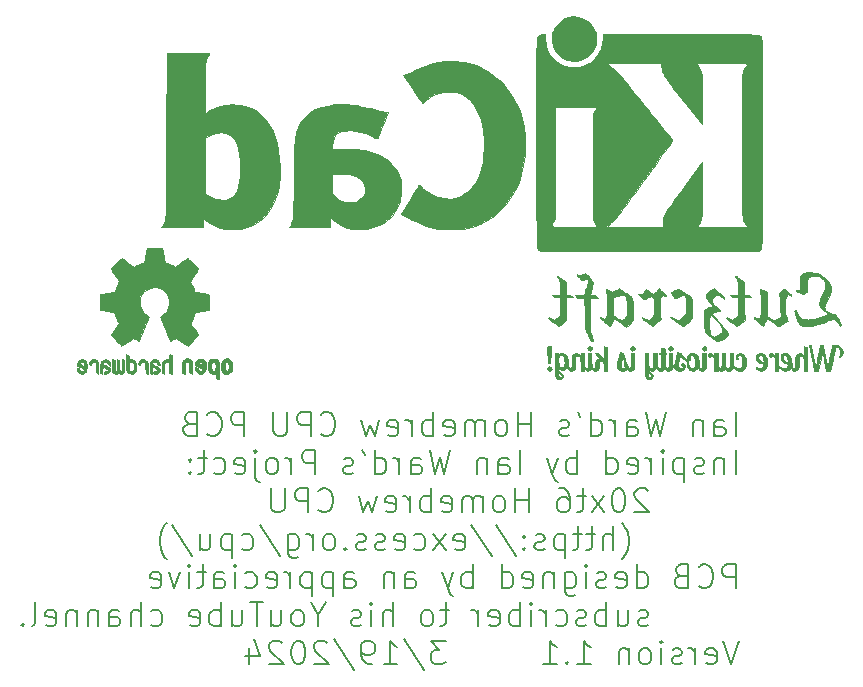
<source format=gbo>
%TF.GenerationSoftware,KiCad,Pcbnew,7.0.10*%
%TF.CreationDate,2024-03-21T10:58:21-07:00*%
%TF.ProjectId,cpu,6370752e-6b69-4636-9164-5f7063625858,1.1*%
%TF.SameCoordinates,Original*%
%TF.FileFunction,Legend,Bot*%
%TF.FilePolarity,Positive*%
%FSLAX46Y46*%
G04 Gerber Fmt 4.6, Leading zero omitted, Abs format (unit mm)*
G04 Created by KiCad (PCBNEW 7.0.10) date 2024-03-21 10:58:21*
%MOMM*%
%LPD*%
G01*
G04 APERTURE LIST*
%ADD10C,0.150000*%
%ADD11C,0.010000*%
G04 APERTURE END LIST*
D10*
X107629125Y-81519438D02*
X107629125Y-79519438D01*
X105819601Y-81519438D02*
X105819601Y-80471819D01*
X105819601Y-80471819D02*
X105914839Y-80281342D01*
X105914839Y-80281342D02*
X106105315Y-80186104D01*
X106105315Y-80186104D02*
X106486268Y-80186104D01*
X106486268Y-80186104D02*
X106676744Y-80281342D01*
X105819601Y-81424200D02*
X106010077Y-81519438D01*
X106010077Y-81519438D02*
X106486268Y-81519438D01*
X106486268Y-81519438D02*
X106676744Y-81424200D01*
X106676744Y-81424200D02*
X106771982Y-81233723D01*
X106771982Y-81233723D02*
X106771982Y-81043247D01*
X106771982Y-81043247D02*
X106676744Y-80852771D01*
X106676744Y-80852771D02*
X106486268Y-80757533D01*
X106486268Y-80757533D02*
X106010077Y-80757533D01*
X106010077Y-80757533D02*
X105819601Y-80662295D01*
X104867220Y-80186104D02*
X104867220Y-81519438D01*
X104867220Y-80376580D02*
X104771982Y-80281342D01*
X104771982Y-80281342D02*
X104581506Y-80186104D01*
X104581506Y-80186104D02*
X104295791Y-80186104D01*
X104295791Y-80186104D02*
X104105315Y-80281342D01*
X104105315Y-80281342D02*
X104010077Y-80471819D01*
X104010077Y-80471819D02*
X104010077Y-81519438D01*
X101724362Y-79519438D02*
X101248172Y-81519438D01*
X101248172Y-81519438D02*
X100867219Y-80090866D01*
X100867219Y-80090866D02*
X100486267Y-81519438D01*
X100486267Y-81519438D02*
X100010077Y-79519438D01*
X98391029Y-81519438D02*
X98391029Y-80471819D01*
X98391029Y-80471819D02*
X98486267Y-80281342D01*
X98486267Y-80281342D02*
X98676743Y-80186104D01*
X98676743Y-80186104D02*
X99057696Y-80186104D01*
X99057696Y-80186104D02*
X99248172Y-80281342D01*
X98391029Y-81424200D02*
X98581505Y-81519438D01*
X98581505Y-81519438D02*
X99057696Y-81519438D01*
X99057696Y-81519438D02*
X99248172Y-81424200D01*
X99248172Y-81424200D02*
X99343410Y-81233723D01*
X99343410Y-81233723D02*
X99343410Y-81043247D01*
X99343410Y-81043247D02*
X99248172Y-80852771D01*
X99248172Y-80852771D02*
X99057696Y-80757533D01*
X99057696Y-80757533D02*
X98581505Y-80757533D01*
X98581505Y-80757533D02*
X98391029Y-80662295D01*
X97438648Y-81519438D02*
X97438648Y-80186104D01*
X97438648Y-80567057D02*
X97343410Y-80376580D01*
X97343410Y-80376580D02*
X97248172Y-80281342D01*
X97248172Y-80281342D02*
X97057696Y-80186104D01*
X97057696Y-80186104D02*
X96867219Y-80186104D01*
X95343410Y-81519438D02*
X95343410Y-79519438D01*
X95343410Y-81424200D02*
X95533886Y-81519438D01*
X95533886Y-81519438D02*
X95914839Y-81519438D01*
X95914839Y-81519438D02*
X96105315Y-81424200D01*
X96105315Y-81424200D02*
X96200553Y-81328961D01*
X96200553Y-81328961D02*
X96295791Y-81138485D01*
X96295791Y-81138485D02*
X96295791Y-80567057D01*
X96295791Y-80567057D02*
X96200553Y-80376580D01*
X96200553Y-80376580D02*
X96105315Y-80281342D01*
X96105315Y-80281342D02*
X95914839Y-80186104D01*
X95914839Y-80186104D02*
X95533886Y-80186104D01*
X95533886Y-80186104D02*
X95343410Y-80281342D01*
X94295791Y-79519438D02*
X94486267Y-79900390D01*
X93533886Y-81424200D02*
X93343410Y-81519438D01*
X93343410Y-81519438D02*
X92962458Y-81519438D01*
X92962458Y-81519438D02*
X92771981Y-81424200D01*
X92771981Y-81424200D02*
X92676743Y-81233723D01*
X92676743Y-81233723D02*
X92676743Y-81138485D01*
X92676743Y-81138485D02*
X92771981Y-80948009D01*
X92771981Y-80948009D02*
X92962458Y-80852771D01*
X92962458Y-80852771D02*
X93248172Y-80852771D01*
X93248172Y-80852771D02*
X93438648Y-80757533D01*
X93438648Y-80757533D02*
X93533886Y-80567057D01*
X93533886Y-80567057D02*
X93533886Y-80471819D01*
X93533886Y-80471819D02*
X93438648Y-80281342D01*
X93438648Y-80281342D02*
X93248172Y-80186104D01*
X93248172Y-80186104D02*
X92962458Y-80186104D01*
X92962458Y-80186104D02*
X92771981Y-80281342D01*
X90295790Y-81519438D02*
X90295790Y-79519438D01*
X90295790Y-80471819D02*
X89152933Y-80471819D01*
X89152933Y-81519438D02*
X89152933Y-79519438D01*
X87914838Y-81519438D02*
X88105314Y-81424200D01*
X88105314Y-81424200D02*
X88200552Y-81328961D01*
X88200552Y-81328961D02*
X88295790Y-81138485D01*
X88295790Y-81138485D02*
X88295790Y-80567057D01*
X88295790Y-80567057D02*
X88200552Y-80376580D01*
X88200552Y-80376580D02*
X88105314Y-80281342D01*
X88105314Y-80281342D02*
X87914838Y-80186104D01*
X87914838Y-80186104D02*
X87629123Y-80186104D01*
X87629123Y-80186104D02*
X87438647Y-80281342D01*
X87438647Y-80281342D02*
X87343409Y-80376580D01*
X87343409Y-80376580D02*
X87248171Y-80567057D01*
X87248171Y-80567057D02*
X87248171Y-81138485D01*
X87248171Y-81138485D02*
X87343409Y-81328961D01*
X87343409Y-81328961D02*
X87438647Y-81424200D01*
X87438647Y-81424200D02*
X87629123Y-81519438D01*
X87629123Y-81519438D02*
X87914838Y-81519438D01*
X86391028Y-81519438D02*
X86391028Y-80186104D01*
X86391028Y-80376580D02*
X86295790Y-80281342D01*
X86295790Y-80281342D02*
X86105314Y-80186104D01*
X86105314Y-80186104D02*
X85819599Y-80186104D01*
X85819599Y-80186104D02*
X85629123Y-80281342D01*
X85629123Y-80281342D02*
X85533885Y-80471819D01*
X85533885Y-80471819D02*
X85533885Y-81519438D01*
X85533885Y-80471819D02*
X85438647Y-80281342D01*
X85438647Y-80281342D02*
X85248171Y-80186104D01*
X85248171Y-80186104D02*
X84962457Y-80186104D01*
X84962457Y-80186104D02*
X84771980Y-80281342D01*
X84771980Y-80281342D02*
X84676742Y-80471819D01*
X84676742Y-80471819D02*
X84676742Y-81519438D01*
X82962456Y-81424200D02*
X83152932Y-81519438D01*
X83152932Y-81519438D02*
X83533885Y-81519438D01*
X83533885Y-81519438D02*
X83724361Y-81424200D01*
X83724361Y-81424200D02*
X83819599Y-81233723D01*
X83819599Y-81233723D02*
X83819599Y-80471819D01*
X83819599Y-80471819D02*
X83724361Y-80281342D01*
X83724361Y-80281342D02*
X83533885Y-80186104D01*
X83533885Y-80186104D02*
X83152932Y-80186104D01*
X83152932Y-80186104D02*
X82962456Y-80281342D01*
X82962456Y-80281342D02*
X82867218Y-80471819D01*
X82867218Y-80471819D02*
X82867218Y-80662295D01*
X82867218Y-80662295D02*
X83819599Y-80852771D01*
X82010075Y-81519438D02*
X82010075Y-79519438D01*
X82010075Y-80281342D02*
X81819599Y-80186104D01*
X81819599Y-80186104D02*
X81438646Y-80186104D01*
X81438646Y-80186104D02*
X81248170Y-80281342D01*
X81248170Y-80281342D02*
X81152932Y-80376580D01*
X81152932Y-80376580D02*
X81057694Y-80567057D01*
X81057694Y-80567057D02*
X81057694Y-81138485D01*
X81057694Y-81138485D02*
X81152932Y-81328961D01*
X81152932Y-81328961D02*
X81248170Y-81424200D01*
X81248170Y-81424200D02*
X81438646Y-81519438D01*
X81438646Y-81519438D02*
X81819599Y-81519438D01*
X81819599Y-81519438D02*
X82010075Y-81424200D01*
X80200551Y-81519438D02*
X80200551Y-80186104D01*
X80200551Y-80567057D02*
X80105313Y-80376580D01*
X80105313Y-80376580D02*
X80010075Y-80281342D01*
X80010075Y-80281342D02*
X79819599Y-80186104D01*
X79819599Y-80186104D02*
X79629122Y-80186104D01*
X78200551Y-81424200D02*
X78391027Y-81519438D01*
X78391027Y-81519438D02*
X78771980Y-81519438D01*
X78771980Y-81519438D02*
X78962456Y-81424200D01*
X78962456Y-81424200D02*
X79057694Y-81233723D01*
X79057694Y-81233723D02*
X79057694Y-80471819D01*
X79057694Y-80471819D02*
X78962456Y-80281342D01*
X78962456Y-80281342D02*
X78771980Y-80186104D01*
X78771980Y-80186104D02*
X78391027Y-80186104D01*
X78391027Y-80186104D02*
X78200551Y-80281342D01*
X78200551Y-80281342D02*
X78105313Y-80471819D01*
X78105313Y-80471819D02*
X78105313Y-80662295D01*
X78105313Y-80662295D02*
X79057694Y-80852771D01*
X77438646Y-80186104D02*
X77057694Y-81519438D01*
X77057694Y-81519438D02*
X76676741Y-80567057D01*
X76676741Y-80567057D02*
X76295789Y-81519438D01*
X76295789Y-81519438D02*
X75914837Y-80186104D01*
X72486265Y-81328961D02*
X72581503Y-81424200D01*
X72581503Y-81424200D02*
X72867217Y-81519438D01*
X72867217Y-81519438D02*
X73057693Y-81519438D01*
X73057693Y-81519438D02*
X73343408Y-81424200D01*
X73343408Y-81424200D02*
X73533884Y-81233723D01*
X73533884Y-81233723D02*
X73629122Y-81043247D01*
X73629122Y-81043247D02*
X73724360Y-80662295D01*
X73724360Y-80662295D02*
X73724360Y-80376580D01*
X73724360Y-80376580D02*
X73629122Y-79995628D01*
X73629122Y-79995628D02*
X73533884Y-79805152D01*
X73533884Y-79805152D02*
X73343408Y-79614676D01*
X73343408Y-79614676D02*
X73057693Y-79519438D01*
X73057693Y-79519438D02*
X72867217Y-79519438D01*
X72867217Y-79519438D02*
X72581503Y-79614676D01*
X72581503Y-79614676D02*
X72486265Y-79709914D01*
X71629122Y-81519438D02*
X71629122Y-79519438D01*
X71629122Y-79519438D02*
X70867217Y-79519438D01*
X70867217Y-79519438D02*
X70676741Y-79614676D01*
X70676741Y-79614676D02*
X70581503Y-79709914D01*
X70581503Y-79709914D02*
X70486265Y-79900390D01*
X70486265Y-79900390D02*
X70486265Y-80186104D01*
X70486265Y-80186104D02*
X70581503Y-80376580D01*
X70581503Y-80376580D02*
X70676741Y-80471819D01*
X70676741Y-80471819D02*
X70867217Y-80567057D01*
X70867217Y-80567057D02*
X71629122Y-80567057D01*
X69629122Y-79519438D02*
X69629122Y-81138485D01*
X69629122Y-81138485D02*
X69533884Y-81328961D01*
X69533884Y-81328961D02*
X69438646Y-81424200D01*
X69438646Y-81424200D02*
X69248170Y-81519438D01*
X69248170Y-81519438D02*
X68867217Y-81519438D01*
X68867217Y-81519438D02*
X68676741Y-81424200D01*
X68676741Y-81424200D02*
X68581503Y-81328961D01*
X68581503Y-81328961D02*
X68486265Y-81138485D01*
X68486265Y-81138485D02*
X68486265Y-79519438D01*
X66010074Y-81519438D02*
X66010074Y-79519438D01*
X66010074Y-79519438D02*
X65248169Y-79519438D01*
X65248169Y-79519438D02*
X65057693Y-79614676D01*
X65057693Y-79614676D02*
X64962455Y-79709914D01*
X64962455Y-79709914D02*
X64867217Y-79900390D01*
X64867217Y-79900390D02*
X64867217Y-80186104D01*
X64867217Y-80186104D02*
X64962455Y-80376580D01*
X64962455Y-80376580D02*
X65057693Y-80471819D01*
X65057693Y-80471819D02*
X65248169Y-80567057D01*
X65248169Y-80567057D02*
X66010074Y-80567057D01*
X62867217Y-81328961D02*
X62962455Y-81424200D01*
X62962455Y-81424200D02*
X63248169Y-81519438D01*
X63248169Y-81519438D02*
X63438645Y-81519438D01*
X63438645Y-81519438D02*
X63724360Y-81424200D01*
X63724360Y-81424200D02*
X63914836Y-81233723D01*
X63914836Y-81233723D02*
X64010074Y-81043247D01*
X64010074Y-81043247D02*
X64105312Y-80662295D01*
X64105312Y-80662295D02*
X64105312Y-80376580D01*
X64105312Y-80376580D02*
X64010074Y-79995628D01*
X64010074Y-79995628D02*
X63914836Y-79805152D01*
X63914836Y-79805152D02*
X63724360Y-79614676D01*
X63724360Y-79614676D02*
X63438645Y-79519438D01*
X63438645Y-79519438D02*
X63248169Y-79519438D01*
X63248169Y-79519438D02*
X62962455Y-79614676D01*
X62962455Y-79614676D02*
X62867217Y-79709914D01*
X61343407Y-80471819D02*
X61057693Y-80567057D01*
X61057693Y-80567057D02*
X60962455Y-80662295D01*
X60962455Y-80662295D02*
X60867217Y-80852771D01*
X60867217Y-80852771D02*
X60867217Y-81138485D01*
X60867217Y-81138485D02*
X60962455Y-81328961D01*
X60962455Y-81328961D02*
X61057693Y-81424200D01*
X61057693Y-81424200D02*
X61248169Y-81519438D01*
X61248169Y-81519438D02*
X62010074Y-81519438D01*
X62010074Y-81519438D02*
X62010074Y-79519438D01*
X62010074Y-79519438D02*
X61343407Y-79519438D01*
X61343407Y-79519438D02*
X61152931Y-79614676D01*
X61152931Y-79614676D02*
X61057693Y-79709914D01*
X61057693Y-79709914D02*
X60962455Y-79900390D01*
X60962455Y-79900390D02*
X60962455Y-80090866D01*
X60962455Y-80090866D02*
X61057693Y-80281342D01*
X61057693Y-80281342D02*
X61152931Y-80376580D01*
X61152931Y-80376580D02*
X61343407Y-80471819D01*
X61343407Y-80471819D02*
X62010074Y-80471819D01*
X107629125Y-84739438D02*
X107629125Y-82739438D01*
X106676744Y-83406104D02*
X106676744Y-84739438D01*
X106676744Y-83596580D02*
X106581506Y-83501342D01*
X106581506Y-83501342D02*
X106391030Y-83406104D01*
X106391030Y-83406104D02*
X106105315Y-83406104D01*
X106105315Y-83406104D02*
X105914839Y-83501342D01*
X105914839Y-83501342D02*
X105819601Y-83691819D01*
X105819601Y-83691819D02*
X105819601Y-84739438D01*
X104962458Y-84644200D02*
X104771982Y-84739438D01*
X104771982Y-84739438D02*
X104391030Y-84739438D01*
X104391030Y-84739438D02*
X104200553Y-84644200D01*
X104200553Y-84644200D02*
X104105315Y-84453723D01*
X104105315Y-84453723D02*
X104105315Y-84358485D01*
X104105315Y-84358485D02*
X104200553Y-84168009D01*
X104200553Y-84168009D02*
X104391030Y-84072771D01*
X104391030Y-84072771D02*
X104676744Y-84072771D01*
X104676744Y-84072771D02*
X104867220Y-83977533D01*
X104867220Y-83977533D02*
X104962458Y-83787057D01*
X104962458Y-83787057D02*
X104962458Y-83691819D01*
X104962458Y-83691819D02*
X104867220Y-83501342D01*
X104867220Y-83501342D02*
X104676744Y-83406104D01*
X104676744Y-83406104D02*
X104391030Y-83406104D01*
X104391030Y-83406104D02*
X104200553Y-83501342D01*
X103248172Y-83406104D02*
X103248172Y-85406104D01*
X103248172Y-83501342D02*
X103057696Y-83406104D01*
X103057696Y-83406104D02*
X102676743Y-83406104D01*
X102676743Y-83406104D02*
X102486267Y-83501342D01*
X102486267Y-83501342D02*
X102391029Y-83596580D01*
X102391029Y-83596580D02*
X102295791Y-83787057D01*
X102295791Y-83787057D02*
X102295791Y-84358485D01*
X102295791Y-84358485D02*
X102391029Y-84548961D01*
X102391029Y-84548961D02*
X102486267Y-84644200D01*
X102486267Y-84644200D02*
X102676743Y-84739438D01*
X102676743Y-84739438D02*
X103057696Y-84739438D01*
X103057696Y-84739438D02*
X103248172Y-84644200D01*
X101438648Y-84739438D02*
X101438648Y-83406104D01*
X101438648Y-82739438D02*
X101533886Y-82834676D01*
X101533886Y-82834676D02*
X101438648Y-82929914D01*
X101438648Y-82929914D02*
X101343410Y-82834676D01*
X101343410Y-82834676D02*
X101438648Y-82739438D01*
X101438648Y-82739438D02*
X101438648Y-82929914D01*
X100486267Y-84739438D02*
X100486267Y-83406104D01*
X100486267Y-83787057D02*
X100391029Y-83596580D01*
X100391029Y-83596580D02*
X100295791Y-83501342D01*
X100295791Y-83501342D02*
X100105315Y-83406104D01*
X100105315Y-83406104D02*
X99914838Y-83406104D01*
X98486267Y-84644200D02*
X98676743Y-84739438D01*
X98676743Y-84739438D02*
X99057696Y-84739438D01*
X99057696Y-84739438D02*
X99248172Y-84644200D01*
X99248172Y-84644200D02*
X99343410Y-84453723D01*
X99343410Y-84453723D02*
X99343410Y-83691819D01*
X99343410Y-83691819D02*
X99248172Y-83501342D01*
X99248172Y-83501342D02*
X99057696Y-83406104D01*
X99057696Y-83406104D02*
X98676743Y-83406104D01*
X98676743Y-83406104D02*
X98486267Y-83501342D01*
X98486267Y-83501342D02*
X98391029Y-83691819D01*
X98391029Y-83691819D02*
X98391029Y-83882295D01*
X98391029Y-83882295D02*
X99343410Y-84072771D01*
X96676743Y-84739438D02*
X96676743Y-82739438D01*
X96676743Y-84644200D02*
X96867219Y-84739438D01*
X96867219Y-84739438D02*
X97248172Y-84739438D01*
X97248172Y-84739438D02*
X97438648Y-84644200D01*
X97438648Y-84644200D02*
X97533886Y-84548961D01*
X97533886Y-84548961D02*
X97629124Y-84358485D01*
X97629124Y-84358485D02*
X97629124Y-83787057D01*
X97629124Y-83787057D02*
X97533886Y-83596580D01*
X97533886Y-83596580D02*
X97438648Y-83501342D01*
X97438648Y-83501342D02*
X97248172Y-83406104D01*
X97248172Y-83406104D02*
X96867219Y-83406104D01*
X96867219Y-83406104D02*
X96676743Y-83501342D01*
X94200552Y-84739438D02*
X94200552Y-82739438D01*
X94200552Y-83501342D02*
X94010076Y-83406104D01*
X94010076Y-83406104D02*
X93629123Y-83406104D01*
X93629123Y-83406104D02*
X93438647Y-83501342D01*
X93438647Y-83501342D02*
X93343409Y-83596580D01*
X93343409Y-83596580D02*
X93248171Y-83787057D01*
X93248171Y-83787057D02*
X93248171Y-84358485D01*
X93248171Y-84358485D02*
X93343409Y-84548961D01*
X93343409Y-84548961D02*
X93438647Y-84644200D01*
X93438647Y-84644200D02*
X93629123Y-84739438D01*
X93629123Y-84739438D02*
X94010076Y-84739438D01*
X94010076Y-84739438D02*
X94200552Y-84644200D01*
X92581504Y-83406104D02*
X92105314Y-84739438D01*
X91629123Y-83406104D02*
X92105314Y-84739438D01*
X92105314Y-84739438D02*
X92295790Y-85215628D01*
X92295790Y-85215628D02*
X92391028Y-85310866D01*
X92391028Y-85310866D02*
X92581504Y-85406104D01*
X89343408Y-84739438D02*
X89343408Y-82739438D01*
X87533884Y-84739438D02*
X87533884Y-83691819D01*
X87533884Y-83691819D02*
X87629122Y-83501342D01*
X87629122Y-83501342D02*
X87819598Y-83406104D01*
X87819598Y-83406104D02*
X88200551Y-83406104D01*
X88200551Y-83406104D02*
X88391027Y-83501342D01*
X87533884Y-84644200D02*
X87724360Y-84739438D01*
X87724360Y-84739438D02*
X88200551Y-84739438D01*
X88200551Y-84739438D02*
X88391027Y-84644200D01*
X88391027Y-84644200D02*
X88486265Y-84453723D01*
X88486265Y-84453723D02*
X88486265Y-84263247D01*
X88486265Y-84263247D02*
X88391027Y-84072771D01*
X88391027Y-84072771D02*
X88200551Y-83977533D01*
X88200551Y-83977533D02*
X87724360Y-83977533D01*
X87724360Y-83977533D02*
X87533884Y-83882295D01*
X86581503Y-83406104D02*
X86581503Y-84739438D01*
X86581503Y-83596580D02*
X86486265Y-83501342D01*
X86486265Y-83501342D02*
X86295789Y-83406104D01*
X86295789Y-83406104D02*
X86010074Y-83406104D01*
X86010074Y-83406104D02*
X85819598Y-83501342D01*
X85819598Y-83501342D02*
X85724360Y-83691819D01*
X85724360Y-83691819D02*
X85724360Y-84739438D01*
X83438645Y-82739438D02*
X82962455Y-84739438D01*
X82962455Y-84739438D02*
X82581502Y-83310866D01*
X82581502Y-83310866D02*
X82200550Y-84739438D01*
X82200550Y-84739438D02*
X81724360Y-82739438D01*
X80105312Y-84739438D02*
X80105312Y-83691819D01*
X80105312Y-83691819D02*
X80200550Y-83501342D01*
X80200550Y-83501342D02*
X80391026Y-83406104D01*
X80391026Y-83406104D02*
X80771979Y-83406104D01*
X80771979Y-83406104D02*
X80962455Y-83501342D01*
X80105312Y-84644200D02*
X80295788Y-84739438D01*
X80295788Y-84739438D02*
X80771979Y-84739438D01*
X80771979Y-84739438D02*
X80962455Y-84644200D01*
X80962455Y-84644200D02*
X81057693Y-84453723D01*
X81057693Y-84453723D02*
X81057693Y-84263247D01*
X81057693Y-84263247D02*
X80962455Y-84072771D01*
X80962455Y-84072771D02*
X80771979Y-83977533D01*
X80771979Y-83977533D02*
X80295788Y-83977533D01*
X80295788Y-83977533D02*
X80105312Y-83882295D01*
X79152931Y-84739438D02*
X79152931Y-83406104D01*
X79152931Y-83787057D02*
X79057693Y-83596580D01*
X79057693Y-83596580D02*
X78962455Y-83501342D01*
X78962455Y-83501342D02*
X78771979Y-83406104D01*
X78771979Y-83406104D02*
X78581502Y-83406104D01*
X77057693Y-84739438D02*
X77057693Y-82739438D01*
X77057693Y-84644200D02*
X77248169Y-84739438D01*
X77248169Y-84739438D02*
X77629122Y-84739438D01*
X77629122Y-84739438D02*
X77819598Y-84644200D01*
X77819598Y-84644200D02*
X77914836Y-84548961D01*
X77914836Y-84548961D02*
X78010074Y-84358485D01*
X78010074Y-84358485D02*
X78010074Y-83787057D01*
X78010074Y-83787057D02*
X77914836Y-83596580D01*
X77914836Y-83596580D02*
X77819598Y-83501342D01*
X77819598Y-83501342D02*
X77629122Y-83406104D01*
X77629122Y-83406104D02*
X77248169Y-83406104D01*
X77248169Y-83406104D02*
X77057693Y-83501342D01*
X76010074Y-82739438D02*
X76200550Y-83120390D01*
X75248169Y-84644200D02*
X75057693Y-84739438D01*
X75057693Y-84739438D02*
X74676741Y-84739438D01*
X74676741Y-84739438D02*
X74486264Y-84644200D01*
X74486264Y-84644200D02*
X74391026Y-84453723D01*
X74391026Y-84453723D02*
X74391026Y-84358485D01*
X74391026Y-84358485D02*
X74486264Y-84168009D01*
X74486264Y-84168009D02*
X74676741Y-84072771D01*
X74676741Y-84072771D02*
X74962455Y-84072771D01*
X74962455Y-84072771D02*
X75152931Y-83977533D01*
X75152931Y-83977533D02*
X75248169Y-83787057D01*
X75248169Y-83787057D02*
X75248169Y-83691819D01*
X75248169Y-83691819D02*
X75152931Y-83501342D01*
X75152931Y-83501342D02*
X74962455Y-83406104D01*
X74962455Y-83406104D02*
X74676741Y-83406104D01*
X74676741Y-83406104D02*
X74486264Y-83501342D01*
X72010073Y-84739438D02*
X72010073Y-82739438D01*
X72010073Y-82739438D02*
X71248168Y-82739438D01*
X71248168Y-82739438D02*
X71057692Y-82834676D01*
X71057692Y-82834676D02*
X70962454Y-82929914D01*
X70962454Y-82929914D02*
X70867216Y-83120390D01*
X70867216Y-83120390D02*
X70867216Y-83406104D01*
X70867216Y-83406104D02*
X70962454Y-83596580D01*
X70962454Y-83596580D02*
X71057692Y-83691819D01*
X71057692Y-83691819D02*
X71248168Y-83787057D01*
X71248168Y-83787057D02*
X72010073Y-83787057D01*
X70010073Y-84739438D02*
X70010073Y-83406104D01*
X70010073Y-83787057D02*
X69914835Y-83596580D01*
X69914835Y-83596580D02*
X69819597Y-83501342D01*
X69819597Y-83501342D02*
X69629121Y-83406104D01*
X69629121Y-83406104D02*
X69438644Y-83406104D01*
X68486264Y-84739438D02*
X68676740Y-84644200D01*
X68676740Y-84644200D02*
X68771978Y-84548961D01*
X68771978Y-84548961D02*
X68867216Y-84358485D01*
X68867216Y-84358485D02*
X68867216Y-83787057D01*
X68867216Y-83787057D02*
X68771978Y-83596580D01*
X68771978Y-83596580D02*
X68676740Y-83501342D01*
X68676740Y-83501342D02*
X68486264Y-83406104D01*
X68486264Y-83406104D02*
X68200549Y-83406104D01*
X68200549Y-83406104D02*
X68010073Y-83501342D01*
X68010073Y-83501342D02*
X67914835Y-83596580D01*
X67914835Y-83596580D02*
X67819597Y-83787057D01*
X67819597Y-83787057D02*
X67819597Y-84358485D01*
X67819597Y-84358485D02*
X67914835Y-84548961D01*
X67914835Y-84548961D02*
X68010073Y-84644200D01*
X68010073Y-84644200D02*
X68200549Y-84739438D01*
X68200549Y-84739438D02*
X68486264Y-84739438D01*
X66962454Y-83406104D02*
X66962454Y-85120390D01*
X66962454Y-85120390D02*
X67057692Y-85310866D01*
X67057692Y-85310866D02*
X67248168Y-85406104D01*
X67248168Y-85406104D02*
X67343406Y-85406104D01*
X66962454Y-82739438D02*
X67057692Y-82834676D01*
X67057692Y-82834676D02*
X66962454Y-82929914D01*
X66962454Y-82929914D02*
X66867216Y-82834676D01*
X66867216Y-82834676D02*
X66962454Y-82739438D01*
X66962454Y-82739438D02*
X66962454Y-82929914D01*
X65248168Y-84644200D02*
X65438644Y-84739438D01*
X65438644Y-84739438D02*
X65819597Y-84739438D01*
X65819597Y-84739438D02*
X66010073Y-84644200D01*
X66010073Y-84644200D02*
X66105311Y-84453723D01*
X66105311Y-84453723D02*
X66105311Y-83691819D01*
X66105311Y-83691819D02*
X66010073Y-83501342D01*
X66010073Y-83501342D02*
X65819597Y-83406104D01*
X65819597Y-83406104D02*
X65438644Y-83406104D01*
X65438644Y-83406104D02*
X65248168Y-83501342D01*
X65248168Y-83501342D02*
X65152930Y-83691819D01*
X65152930Y-83691819D02*
X65152930Y-83882295D01*
X65152930Y-83882295D02*
X66105311Y-84072771D01*
X63438644Y-84644200D02*
X63629120Y-84739438D01*
X63629120Y-84739438D02*
X64010073Y-84739438D01*
X64010073Y-84739438D02*
X64200549Y-84644200D01*
X64200549Y-84644200D02*
X64295787Y-84548961D01*
X64295787Y-84548961D02*
X64391025Y-84358485D01*
X64391025Y-84358485D02*
X64391025Y-83787057D01*
X64391025Y-83787057D02*
X64295787Y-83596580D01*
X64295787Y-83596580D02*
X64200549Y-83501342D01*
X64200549Y-83501342D02*
X64010073Y-83406104D01*
X64010073Y-83406104D02*
X63629120Y-83406104D01*
X63629120Y-83406104D02*
X63438644Y-83501342D01*
X62867215Y-83406104D02*
X62105311Y-83406104D01*
X62581501Y-82739438D02*
X62581501Y-84453723D01*
X62581501Y-84453723D02*
X62486263Y-84644200D01*
X62486263Y-84644200D02*
X62295787Y-84739438D01*
X62295787Y-84739438D02*
X62105311Y-84739438D01*
X61438644Y-84548961D02*
X61343406Y-84644200D01*
X61343406Y-84644200D02*
X61438644Y-84739438D01*
X61438644Y-84739438D02*
X61533882Y-84644200D01*
X61533882Y-84644200D02*
X61438644Y-84548961D01*
X61438644Y-84548961D02*
X61438644Y-84739438D01*
X61438644Y-83501342D02*
X61343406Y-83596580D01*
X61343406Y-83596580D02*
X61438644Y-83691819D01*
X61438644Y-83691819D02*
X61533882Y-83596580D01*
X61533882Y-83596580D02*
X61438644Y-83501342D01*
X61438644Y-83501342D02*
X61438644Y-83691819D01*
X100200554Y-86149914D02*
X100105316Y-86054676D01*
X100105316Y-86054676D02*
X99914840Y-85959438D01*
X99914840Y-85959438D02*
X99438649Y-85959438D01*
X99438649Y-85959438D02*
X99248173Y-86054676D01*
X99248173Y-86054676D02*
X99152935Y-86149914D01*
X99152935Y-86149914D02*
X99057697Y-86340390D01*
X99057697Y-86340390D02*
X99057697Y-86530866D01*
X99057697Y-86530866D02*
X99152935Y-86816580D01*
X99152935Y-86816580D02*
X100295792Y-87959438D01*
X100295792Y-87959438D02*
X99057697Y-87959438D01*
X97819602Y-85959438D02*
X97629125Y-85959438D01*
X97629125Y-85959438D02*
X97438649Y-86054676D01*
X97438649Y-86054676D02*
X97343411Y-86149914D01*
X97343411Y-86149914D02*
X97248173Y-86340390D01*
X97248173Y-86340390D02*
X97152935Y-86721342D01*
X97152935Y-86721342D02*
X97152935Y-87197533D01*
X97152935Y-87197533D02*
X97248173Y-87578485D01*
X97248173Y-87578485D02*
X97343411Y-87768961D01*
X97343411Y-87768961D02*
X97438649Y-87864200D01*
X97438649Y-87864200D02*
X97629125Y-87959438D01*
X97629125Y-87959438D02*
X97819602Y-87959438D01*
X97819602Y-87959438D02*
X98010078Y-87864200D01*
X98010078Y-87864200D02*
X98105316Y-87768961D01*
X98105316Y-87768961D02*
X98200554Y-87578485D01*
X98200554Y-87578485D02*
X98295792Y-87197533D01*
X98295792Y-87197533D02*
X98295792Y-86721342D01*
X98295792Y-86721342D02*
X98200554Y-86340390D01*
X98200554Y-86340390D02*
X98105316Y-86149914D01*
X98105316Y-86149914D02*
X98010078Y-86054676D01*
X98010078Y-86054676D02*
X97819602Y-85959438D01*
X96486268Y-87959438D02*
X95438649Y-86626104D01*
X96486268Y-86626104D02*
X95438649Y-87959438D01*
X94962458Y-86626104D02*
X94200554Y-86626104D01*
X94676744Y-85959438D02*
X94676744Y-87673723D01*
X94676744Y-87673723D02*
X94581506Y-87864200D01*
X94581506Y-87864200D02*
X94391030Y-87959438D01*
X94391030Y-87959438D02*
X94200554Y-87959438D01*
X92676744Y-85959438D02*
X93057697Y-85959438D01*
X93057697Y-85959438D02*
X93248173Y-86054676D01*
X93248173Y-86054676D02*
X93343411Y-86149914D01*
X93343411Y-86149914D02*
X93533887Y-86435628D01*
X93533887Y-86435628D02*
X93629125Y-86816580D01*
X93629125Y-86816580D02*
X93629125Y-87578485D01*
X93629125Y-87578485D02*
X93533887Y-87768961D01*
X93533887Y-87768961D02*
X93438649Y-87864200D01*
X93438649Y-87864200D02*
X93248173Y-87959438D01*
X93248173Y-87959438D02*
X92867220Y-87959438D01*
X92867220Y-87959438D02*
X92676744Y-87864200D01*
X92676744Y-87864200D02*
X92581506Y-87768961D01*
X92581506Y-87768961D02*
X92486268Y-87578485D01*
X92486268Y-87578485D02*
X92486268Y-87102295D01*
X92486268Y-87102295D02*
X92581506Y-86911819D01*
X92581506Y-86911819D02*
X92676744Y-86816580D01*
X92676744Y-86816580D02*
X92867220Y-86721342D01*
X92867220Y-86721342D02*
X93248173Y-86721342D01*
X93248173Y-86721342D02*
X93438649Y-86816580D01*
X93438649Y-86816580D02*
X93533887Y-86911819D01*
X93533887Y-86911819D02*
X93629125Y-87102295D01*
X90105315Y-87959438D02*
X90105315Y-85959438D01*
X90105315Y-86911819D02*
X88962458Y-86911819D01*
X88962458Y-87959438D02*
X88962458Y-85959438D01*
X87724363Y-87959438D02*
X87914839Y-87864200D01*
X87914839Y-87864200D02*
X88010077Y-87768961D01*
X88010077Y-87768961D02*
X88105315Y-87578485D01*
X88105315Y-87578485D02*
X88105315Y-87007057D01*
X88105315Y-87007057D02*
X88010077Y-86816580D01*
X88010077Y-86816580D02*
X87914839Y-86721342D01*
X87914839Y-86721342D02*
X87724363Y-86626104D01*
X87724363Y-86626104D02*
X87438648Y-86626104D01*
X87438648Y-86626104D02*
X87248172Y-86721342D01*
X87248172Y-86721342D02*
X87152934Y-86816580D01*
X87152934Y-86816580D02*
X87057696Y-87007057D01*
X87057696Y-87007057D02*
X87057696Y-87578485D01*
X87057696Y-87578485D02*
X87152934Y-87768961D01*
X87152934Y-87768961D02*
X87248172Y-87864200D01*
X87248172Y-87864200D02*
X87438648Y-87959438D01*
X87438648Y-87959438D02*
X87724363Y-87959438D01*
X86200553Y-87959438D02*
X86200553Y-86626104D01*
X86200553Y-86816580D02*
X86105315Y-86721342D01*
X86105315Y-86721342D02*
X85914839Y-86626104D01*
X85914839Y-86626104D02*
X85629124Y-86626104D01*
X85629124Y-86626104D02*
X85438648Y-86721342D01*
X85438648Y-86721342D02*
X85343410Y-86911819D01*
X85343410Y-86911819D02*
X85343410Y-87959438D01*
X85343410Y-86911819D02*
X85248172Y-86721342D01*
X85248172Y-86721342D02*
X85057696Y-86626104D01*
X85057696Y-86626104D02*
X84771982Y-86626104D01*
X84771982Y-86626104D02*
X84581505Y-86721342D01*
X84581505Y-86721342D02*
X84486267Y-86911819D01*
X84486267Y-86911819D02*
X84486267Y-87959438D01*
X82771981Y-87864200D02*
X82962457Y-87959438D01*
X82962457Y-87959438D02*
X83343410Y-87959438D01*
X83343410Y-87959438D02*
X83533886Y-87864200D01*
X83533886Y-87864200D02*
X83629124Y-87673723D01*
X83629124Y-87673723D02*
X83629124Y-86911819D01*
X83629124Y-86911819D02*
X83533886Y-86721342D01*
X83533886Y-86721342D02*
X83343410Y-86626104D01*
X83343410Y-86626104D02*
X82962457Y-86626104D01*
X82962457Y-86626104D02*
X82771981Y-86721342D01*
X82771981Y-86721342D02*
X82676743Y-86911819D01*
X82676743Y-86911819D02*
X82676743Y-87102295D01*
X82676743Y-87102295D02*
X83629124Y-87292771D01*
X81819600Y-87959438D02*
X81819600Y-85959438D01*
X81819600Y-86721342D02*
X81629124Y-86626104D01*
X81629124Y-86626104D02*
X81248171Y-86626104D01*
X81248171Y-86626104D02*
X81057695Y-86721342D01*
X81057695Y-86721342D02*
X80962457Y-86816580D01*
X80962457Y-86816580D02*
X80867219Y-87007057D01*
X80867219Y-87007057D02*
X80867219Y-87578485D01*
X80867219Y-87578485D02*
X80962457Y-87768961D01*
X80962457Y-87768961D02*
X81057695Y-87864200D01*
X81057695Y-87864200D02*
X81248171Y-87959438D01*
X81248171Y-87959438D02*
X81629124Y-87959438D01*
X81629124Y-87959438D02*
X81819600Y-87864200D01*
X80010076Y-87959438D02*
X80010076Y-86626104D01*
X80010076Y-87007057D02*
X79914838Y-86816580D01*
X79914838Y-86816580D02*
X79819600Y-86721342D01*
X79819600Y-86721342D02*
X79629124Y-86626104D01*
X79629124Y-86626104D02*
X79438647Y-86626104D01*
X78010076Y-87864200D02*
X78200552Y-87959438D01*
X78200552Y-87959438D02*
X78581505Y-87959438D01*
X78581505Y-87959438D02*
X78771981Y-87864200D01*
X78771981Y-87864200D02*
X78867219Y-87673723D01*
X78867219Y-87673723D02*
X78867219Y-86911819D01*
X78867219Y-86911819D02*
X78771981Y-86721342D01*
X78771981Y-86721342D02*
X78581505Y-86626104D01*
X78581505Y-86626104D02*
X78200552Y-86626104D01*
X78200552Y-86626104D02*
X78010076Y-86721342D01*
X78010076Y-86721342D02*
X77914838Y-86911819D01*
X77914838Y-86911819D02*
X77914838Y-87102295D01*
X77914838Y-87102295D02*
X78867219Y-87292771D01*
X77248171Y-86626104D02*
X76867219Y-87959438D01*
X76867219Y-87959438D02*
X76486266Y-87007057D01*
X76486266Y-87007057D02*
X76105314Y-87959438D01*
X76105314Y-87959438D02*
X75724362Y-86626104D01*
X72295790Y-87768961D02*
X72391028Y-87864200D01*
X72391028Y-87864200D02*
X72676742Y-87959438D01*
X72676742Y-87959438D02*
X72867218Y-87959438D01*
X72867218Y-87959438D02*
X73152933Y-87864200D01*
X73152933Y-87864200D02*
X73343409Y-87673723D01*
X73343409Y-87673723D02*
X73438647Y-87483247D01*
X73438647Y-87483247D02*
X73533885Y-87102295D01*
X73533885Y-87102295D02*
X73533885Y-86816580D01*
X73533885Y-86816580D02*
X73438647Y-86435628D01*
X73438647Y-86435628D02*
X73343409Y-86245152D01*
X73343409Y-86245152D02*
X73152933Y-86054676D01*
X73152933Y-86054676D02*
X72867218Y-85959438D01*
X72867218Y-85959438D02*
X72676742Y-85959438D01*
X72676742Y-85959438D02*
X72391028Y-86054676D01*
X72391028Y-86054676D02*
X72295790Y-86149914D01*
X71438647Y-87959438D02*
X71438647Y-85959438D01*
X71438647Y-85959438D02*
X70676742Y-85959438D01*
X70676742Y-85959438D02*
X70486266Y-86054676D01*
X70486266Y-86054676D02*
X70391028Y-86149914D01*
X70391028Y-86149914D02*
X70295790Y-86340390D01*
X70295790Y-86340390D02*
X70295790Y-86626104D01*
X70295790Y-86626104D02*
X70391028Y-86816580D01*
X70391028Y-86816580D02*
X70486266Y-86911819D01*
X70486266Y-86911819D02*
X70676742Y-87007057D01*
X70676742Y-87007057D02*
X71438647Y-87007057D01*
X69438647Y-85959438D02*
X69438647Y-87578485D01*
X69438647Y-87578485D02*
X69343409Y-87768961D01*
X69343409Y-87768961D02*
X69248171Y-87864200D01*
X69248171Y-87864200D02*
X69057695Y-87959438D01*
X69057695Y-87959438D02*
X68676742Y-87959438D01*
X68676742Y-87959438D02*
X68486266Y-87864200D01*
X68486266Y-87864200D02*
X68391028Y-87768961D01*
X68391028Y-87768961D02*
X68295790Y-87578485D01*
X68295790Y-87578485D02*
X68295790Y-85959438D01*
X98010077Y-91941342D02*
X98105316Y-91846104D01*
X98105316Y-91846104D02*
X98295792Y-91560390D01*
X98295792Y-91560390D02*
X98391030Y-91369914D01*
X98391030Y-91369914D02*
X98486268Y-91084200D01*
X98486268Y-91084200D02*
X98581506Y-90608009D01*
X98581506Y-90608009D02*
X98581506Y-90227057D01*
X98581506Y-90227057D02*
X98486268Y-89750866D01*
X98486268Y-89750866D02*
X98391030Y-89465152D01*
X98391030Y-89465152D02*
X98295792Y-89274676D01*
X98295792Y-89274676D02*
X98105316Y-88988961D01*
X98105316Y-88988961D02*
X98010077Y-88893723D01*
X97248173Y-91179438D02*
X97248173Y-89179438D01*
X96391030Y-91179438D02*
X96391030Y-90131819D01*
X96391030Y-90131819D02*
X96486268Y-89941342D01*
X96486268Y-89941342D02*
X96676744Y-89846104D01*
X96676744Y-89846104D02*
X96962459Y-89846104D01*
X96962459Y-89846104D02*
X97152935Y-89941342D01*
X97152935Y-89941342D02*
X97248173Y-90036580D01*
X95724363Y-89846104D02*
X94962459Y-89846104D01*
X95438649Y-89179438D02*
X95438649Y-90893723D01*
X95438649Y-90893723D02*
X95343411Y-91084200D01*
X95343411Y-91084200D02*
X95152935Y-91179438D01*
X95152935Y-91179438D02*
X94962459Y-91179438D01*
X94581506Y-89846104D02*
X93819602Y-89846104D01*
X94295792Y-89179438D02*
X94295792Y-90893723D01*
X94295792Y-90893723D02*
X94200554Y-91084200D01*
X94200554Y-91084200D02*
X94010078Y-91179438D01*
X94010078Y-91179438D02*
X93819602Y-91179438D01*
X93152935Y-89846104D02*
X93152935Y-91846104D01*
X93152935Y-89941342D02*
X92962459Y-89846104D01*
X92962459Y-89846104D02*
X92581506Y-89846104D01*
X92581506Y-89846104D02*
X92391030Y-89941342D01*
X92391030Y-89941342D02*
X92295792Y-90036580D01*
X92295792Y-90036580D02*
X92200554Y-90227057D01*
X92200554Y-90227057D02*
X92200554Y-90798485D01*
X92200554Y-90798485D02*
X92295792Y-90988961D01*
X92295792Y-90988961D02*
X92391030Y-91084200D01*
X92391030Y-91084200D02*
X92581506Y-91179438D01*
X92581506Y-91179438D02*
X92962459Y-91179438D01*
X92962459Y-91179438D02*
X93152935Y-91084200D01*
X91438649Y-91084200D02*
X91248173Y-91179438D01*
X91248173Y-91179438D02*
X90867221Y-91179438D01*
X90867221Y-91179438D02*
X90676744Y-91084200D01*
X90676744Y-91084200D02*
X90581506Y-90893723D01*
X90581506Y-90893723D02*
X90581506Y-90798485D01*
X90581506Y-90798485D02*
X90676744Y-90608009D01*
X90676744Y-90608009D02*
X90867221Y-90512771D01*
X90867221Y-90512771D02*
X91152935Y-90512771D01*
X91152935Y-90512771D02*
X91343411Y-90417533D01*
X91343411Y-90417533D02*
X91438649Y-90227057D01*
X91438649Y-90227057D02*
X91438649Y-90131819D01*
X91438649Y-90131819D02*
X91343411Y-89941342D01*
X91343411Y-89941342D02*
X91152935Y-89846104D01*
X91152935Y-89846104D02*
X90867221Y-89846104D01*
X90867221Y-89846104D02*
X90676744Y-89941342D01*
X89724363Y-90988961D02*
X89629125Y-91084200D01*
X89629125Y-91084200D02*
X89724363Y-91179438D01*
X89724363Y-91179438D02*
X89819601Y-91084200D01*
X89819601Y-91084200D02*
X89724363Y-90988961D01*
X89724363Y-90988961D02*
X89724363Y-91179438D01*
X89724363Y-89941342D02*
X89629125Y-90036580D01*
X89629125Y-90036580D02*
X89724363Y-90131819D01*
X89724363Y-90131819D02*
X89819601Y-90036580D01*
X89819601Y-90036580D02*
X89724363Y-89941342D01*
X89724363Y-89941342D02*
X89724363Y-90131819D01*
X87343411Y-89084200D02*
X89057696Y-91655628D01*
X85248173Y-89084200D02*
X86962458Y-91655628D01*
X83819601Y-91084200D02*
X84010077Y-91179438D01*
X84010077Y-91179438D02*
X84391030Y-91179438D01*
X84391030Y-91179438D02*
X84581506Y-91084200D01*
X84581506Y-91084200D02*
X84676744Y-90893723D01*
X84676744Y-90893723D02*
X84676744Y-90131819D01*
X84676744Y-90131819D02*
X84581506Y-89941342D01*
X84581506Y-89941342D02*
X84391030Y-89846104D01*
X84391030Y-89846104D02*
X84010077Y-89846104D01*
X84010077Y-89846104D02*
X83819601Y-89941342D01*
X83819601Y-89941342D02*
X83724363Y-90131819D01*
X83724363Y-90131819D02*
X83724363Y-90322295D01*
X83724363Y-90322295D02*
X84676744Y-90512771D01*
X83057696Y-91179438D02*
X82010077Y-89846104D01*
X83057696Y-89846104D02*
X82010077Y-91179438D01*
X80391029Y-91084200D02*
X80581505Y-91179438D01*
X80581505Y-91179438D02*
X80962458Y-91179438D01*
X80962458Y-91179438D02*
X81152934Y-91084200D01*
X81152934Y-91084200D02*
X81248172Y-90988961D01*
X81248172Y-90988961D02*
X81343410Y-90798485D01*
X81343410Y-90798485D02*
X81343410Y-90227057D01*
X81343410Y-90227057D02*
X81248172Y-90036580D01*
X81248172Y-90036580D02*
X81152934Y-89941342D01*
X81152934Y-89941342D02*
X80962458Y-89846104D01*
X80962458Y-89846104D02*
X80581505Y-89846104D01*
X80581505Y-89846104D02*
X80391029Y-89941342D01*
X78771981Y-91084200D02*
X78962457Y-91179438D01*
X78962457Y-91179438D02*
X79343410Y-91179438D01*
X79343410Y-91179438D02*
X79533886Y-91084200D01*
X79533886Y-91084200D02*
X79629124Y-90893723D01*
X79629124Y-90893723D02*
X79629124Y-90131819D01*
X79629124Y-90131819D02*
X79533886Y-89941342D01*
X79533886Y-89941342D02*
X79343410Y-89846104D01*
X79343410Y-89846104D02*
X78962457Y-89846104D01*
X78962457Y-89846104D02*
X78771981Y-89941342D01*
X78771981Y-89941342D02*
X78676743Y-90131819D01*
X78676743Y-90131819D02*
X78676743Y-90322295D01*
X78676743Y-90322295D02*
X79629124Y-90512771D01*
X77914838Y-91084200D02*
X77724362Y-91179438D01*
X77724362Y-91179438D02*
X77343410Y-91179438D01*
X77343410Y-91179438D02*
X77152933Y-91084200D01*
X77152933Y-91084200D02*
X77057695Y-90893723D01*
X77057695Y-90893723D02*
X77057695Y-90798485D01*
X77057695Y-90798485D02*
X77152933Y-90608009D01*
X77152933Y-90608009D02*
X77343410Y-90512771D01*
X77343410Y-90512771D02*
X77629124Y-90512771D01*
X77629124Y-90512771D02*
X77819600Y-90417533D01*
X77819600Y-90417533D02*
X77914838Y-90227057D01*
X77914838Y-90227057D02*
X77914838Y-90131819D01*
X77914838Y-90131819D02*
X77819600Y-89941342D01*
X77819600Y-89941342D02*
X77629124Y-89846104D01*
X77629124Y-89846104D02*
X77343410Y-89846104D01*
X77343410Y-89846104D02*
X77152933Y-89941342D01*
X76295790Y-91084200D02*
X76105314Y-91179438D01*
X76105314Y-91179438D02*
X75724362Y-91179438D01*
X75724362Y-91179438D02*
X75533885Y-91084200D01*
X75533885Y-91084200D02*
X75438647Y-90893723D01*
X75438647Y-90893723D02*
X75438647Y-90798485D01*
X75438647Y-90798485D02*
X75533885Y-90608009D01*
X75533885Y-90608009D02*
X75724362Y-90512771D01*
X75724362Y-90512771D02*
X76010076Y-90512771D01*
X76010076Y-90512771D02*
X76200552Y-90417533D01*
X76200552Y-90417533D02*
X76295790Y-90227057D01*
X76295790Y-90227057D02*
X76295790Y-90131819D01*
X76295790Y-90131819D02*
X76200552Y-89941342D01*
X76200552Y-89941342D02*
X76010076Y-89846104D01*
X76010076Y-89846104D02*
X75724362Y-89846104D01*
X75724362Y-89846104D02*
X75533885Y-89941342D01*
X74581504Y-90988961D02*
X74486266Y-91084200D01*
X74486266Y-91084200D02*
X74581504Y-91179438D01*
X74581504Y-91179438D02*
X74676742Y-91084200D01*
X74676742Y-91084200D02*
X74581504Y-90988961D01*
X74581504Y-90988961D02*
X74581504Y-91179438D01*
X73343409Y-91179438D02*
X73533885Y-91084200D01*
X73533885Y-91084200D02*
X73629123Y-90988961D01*
X73629123Y-90988961D02*
X73724361Y-90798485D01*
X73724361Y-90798485D02*
X73724361Y-90227057D01*
X73724361Y-90227057D02*
X73629123Y-90036580D01*
X73629123Y-90036580D02*
X73533885Y-89941342D01*
X73533885Y-89941342D02*
X73343409Y-89846104D01*
X73343409Y-89846104D02*
X73057694Y-89846104D01*
X73057694Y-89846104D02*
X72867218Y-89941342D01*
X72867218Y-89941342D02*
X72771980Y-90036580D01*
X72771980Y-90036580D02*
X72676742Y-90227057D01*
X72676742Y-90227057D02*
X72676742Y-90798485D01*
X72676742Y-90798485D02*
X72771980Y-90988961D01*
X72771980Y-90988961D02*
X72867218Y-91084200D01*
X72867218Y-91084200D02*
X73057694Y-91179438D01*
X73057694Y-91179438D02*
X73343409Y-91179438D01*
X71819599Y-91179438D02*
X71819599Y-89846104D01*
X71819599Y-90227057D02*
X71724361Y-90036580D01*
X71724361Y-90036580D02*
X71629123Y-89941342D01*
X71629123Y-89941342D02*
X71438647Y-89846104D01*
X71438647Y-89846104D02*
X71248170Y-89846104D01*
X69724361Y-89846104D02*
X69724361Y-91465152D01*
X69724361Y-91465152D02*
X69819599Y-91655628D01*
X69819599Y-91655628D02*
X69914837Y-91750866D01*
X69914837Y-91750866D02*
X70105314Y-91846104D01*
X70105314Y-91846104D02*
X70391028Y-91846104D01*
X70391028Y-91846104D02*
X70581504Y-91750866D01*
X69724361Y-91084200D02*
X69914837Y-91179438D01*
X69914837Y-91179438D02*
X70295790Y-91179438D01*
X70295790Y-91179438D02*
X70486266Y-91084200D01*
X70486266Y-91084200D02*
X70581504Y-90988961D01*
X70581504Y-90988961D02*
X70676742Y-90798485D01*
X70676742Y-90798485D02*
X70676742Y-90227057D01*
X70676742Y-90227057D02*
X70581504Y-90036580D01*
X70581504Y-90036580D02*
X70486266Y-89941342D01*
X70486266Y-89941342D02*
X70295790Y-89846104D01*
X70295790Y-89846104D02*
X69914837Y-89846104D01*
X69914837Y-89846104D02*
X69724361Y-89941342D01*
X67343409Y-89084200D02*
X69057694Y-91655628D01*
X65819599Y-91084200D02*
X66010075Y-91179438D01*
X66010075Y-91179438D02*
X66391028Y-91179438D01*
X66391028Y-91179438D02*
X66581504Y-91084200D01*
X66581504Y-91084200D02*
X66676742Y-90988961D01*
X66676742Y-90988961D02*
X66771980Y-90798485D01*
X66771980Y-90798485D02*
X66771980Y-90227057D01*
X66771980Y-90227057D02*
X66676742Y-90036580D01*
X66676742Y-90036580D02*
X66581504Y-89941342D01*
X66581504Y-89941342D02*
X66391028Y-89846104D01*
X66391028Y-89846104D02*
X66010075Y-89846104D01*
X66010075Y-89846104D02*
X65819599Y-89941342D01*
X64962456Y-89846104D02*
X64962456Y-91846104D01*
X64962456Y-89941342D02*
X64771980Y-89846104D01*
X64771980Y-89846104D02*
X64391027Y-89846104D01*
X64391027Y-89846104D02*
X64200551Y-89941342D01*
X64200551Y-89941342D02*
X64105313Y-90036580D01*
X64105313Y-90036580D02*
X64010075Y-90227057D01*
X64010075Y-90227057D02*
X64010075Y-90798485D01*
X64010075Y-90798485D02*
X64105313Y-90988961D01*
X64105313Y-90988961D02*
X64200551Y-91084200D01*
X64200551Y-91084200D02*
X64391027Y-91179438D01*
X64391027Y-91179438D02*
X64771980Y-91179438D01*
X64771980Y-91179438D02*
X64962456Y-91084200D01*
X62295789Y-89846104D02*
X62295789Y-91179438D01*
X63152932Y-89846104D02*
X63152932Y-90893723D01*
X63152932Y-90893723D02*
X63057694Y-91084200D01*
X63057694Y-91084200D02*
X62867218Y-91179438D01*
X62867218Y-91179438D02*
X62581503Y-91179438D01*
X62581503Y-91179438D02*
X62391027Y-91084200D01*
X62391027Y-91084200D02*
X62295789Y-90988961D01*
X59914837Y-89084200D02*
X61629122Y-91655628D01*
X59438646Y-91941342D02*
X59343408Y-91846104D01*
X59343408Y-91846104D02*
X59152932Y-91560390D01*
X59152932Y-91560390D02*
X59057694Y-91369914D01*
X59057694Y-91369914D02*
X58962456Y-91084200D01*
X58962456Y-91084200D02*
X58867218Y-90608009D01*
X58867218Y-90608009D02*
X58867218Y-90227057D01*
X58867218Y-90227057D02*
X58962456Y-89750866D01*
X58962456Y-89750866D02*
X59057694Y-89465152D01*
X59057694Y-89465152D02*
X59152932Y-89274676D01*
X59152932Y-89274676D02*
X59343408Y-88988961D01*
X59343408Y-88988961D02*
X59438646Y-88893723D01*
X107629125Y-94399438D02*
X107629125Y-92399438D01*
X107629125Y-92399438D02*
X106867220Y-92399438D01*
X106867220Y-92399438D02*
X106676744Y-92494676D01*
X106676744Y-92494676D02*
X106581506Y-92589914D01*
X106581506Y-92589914D02*
X106486268Y-92780390D01*
X106486268Y-92780390D02*
X106486268Y-93066104D01*
X106486268Y-93066104D02*
X106581506Y-93256580D01*
X106581506Y-93256580D02*
X106676744Y-93351819D01*
X106676744Y-93351819D02*
X106867220Y-93447057D01*
X106867220Y-93447057D02*
X107629125Y-93447057D01*
X104486268Y-94208961D02*
X104581506Y-94304200D01*
X104581506Y-94304200D02*
X104867220Y-94399438D01*
X104867220Y-94399438D02*
X105057696Y-94399438D01*
X105057696Y-94399438D02*
X105343411Y-94304200D01*
X105343411Y-94304200D02*
X105533887Y-94113723D01*
X105533887Y-94113723D02*
X105629125Y-93923247D01*
X105629125Y-93923247D02*
X105724363Y-93542295D01*
X105724363Y-93542295D02*
X105724363Y-93256580D01*
X105724363Y-93256580D02*
X105629125Y-92875628D01*
X105629125Y-92875628D02*
X105533887Y-92685152D01*
X105533887Y-92685152D02*
X105343411Y-92494676D01*
X105343411Y-92494676D02*
X105057696Y-92399438D01*
X105057696Y-92399438D02*
X104867220Y-92399438D01*
X104867220Y-92399438D02*
X104581506Y-92494676D01*
X104581506Y-92494676D02*
X104486268Y-92589914D01*
X102962458Y-93351819D02*
X102676744Y-93447057D01*
X102676744Y-93447057D02*
X102581506Y-93542295D01*
X102581506Y-93542295D02*
X102486268Y-93732771D01*
X102486268Y-93732771D02*
X102486268Y-94018485D01*
X102486268Y-94018485D02*
X102581506Y-94208961D01*
X102581506Y-94208961D02*
X102676744Y-94304200D01*
X102676744Y-94304200D02*
X102867220Y-94399438D01*
X102867220Y-94399438D02*
X103629125Y-94399438D01*
X103629125Y-94399438D02*
X103629125Y-92399438D01*
X103629125Y-92399438D02*
X102962458Y-92399438D01*
X102962458Y-92399438D02*
X102771982Y-92494676D01*
X102771982Y-92494676D02*
X102676744Y-92589914D01*
X102676744Y-92589914D02*
X102581506Y-92780390D01*
X102581506Y-92780390D02*
X102581506Y-92970866D01*
X102581506Y-92970866D02*
X102676744Y-93161342D01*
X102676744Y-93161342D02*
X102771982Y-93256580D01*
X102771982Y-93256580D02*
X102962458Y-93351819D01*
X102962458Y-93351819D02*
X103629125Y-93351819D01*
X99248172Y-94399438D02*
X99248172Y-92399438D01*
X99248172Y-94304200D02*
X99438648Y-94399438D01*
X99438648Y-94399438D02*
X99819601Y-94399438D01*
X99819601Y-94399438D02*
X100010077Y-94304200D01*
X100010077Y-94304200D02*
X100105315Y-94208961D01*
X100105315Y-94208961D02*
X100200553Y-94018485D01*
X100200553Y-94018485D02*
X100200553Y-93447057D01*
X100200553Y-93447057D02*
X100105315Y-93256580D01*
X100105315Y-93256580D02*
X100010077Y-93161342D01*
X100010077Y-93161342D02*
X99819601Y-93066104D01*
X99819601Y-93066104D02*
X99438648Y-93066104D01*
X99438648Y-93066104D02*
X99248172Y-93161342D01*
X97533886Y-94304200D02*
X97724362Y-94399438D01*
X97724362Y-94399438D02*
X98105315Y-94399438D01*
X98105315Y-94399438D02*
X98295791Y-94304200D01*
X98295791Y-94304200D02*
X98391029Y-94113723D01*
X98391029Y-94113723D02*
X98391029Y-93351819D01*
X98391029Y-93351819D02*
X98295791Y-93161342D01*
X98295791Y-93161342D02*
X98105315Y-93066104D01*
X98105315Y-93066104D02*
X97724362Y-93066104D01*
X97724362Y-93066104D02*
X97533886Y-93161342D01*
X97533886Y-93161342D02*
X97438648Y-93351819D01*
X97438648Y-93351819D02*
X97438648Y-93542295D01*
X97438648Y-93542295D02*
X98391029Y-93732771D01*
X96676743Y-94304200D02*
X96486267Y-94399438D01*
X96486267Y-94399438D02*
X96105315Y-94399438D01*
X96105315Y-94399438D02*
X95914838Y-94304200D01*
X95914838Y-94304200D02*
X95819600Y-94113723D01*
X95819600Y-94113723D02*
X95819600Y-94018485D01*
X95819600Y-94018485D02*
X95914838Y-93828009D01*
X95914838Y-93828009D02*
X96105315Y-93732771D01*
X96105315Y-93732771D02*
X96391029Y-93732771D01*
X96391029Y-93732771D02*
X96581505Y-93637533D01*
X96581505Y-93637533D02*
X96676743Y-93447057D01*
X96676743Y-93447057D02*
X96676743Y-93351819D01*
X96676743Y-93351819D02*
X96581505Y-93161342D01*
X96581505Y-93161342D02*
X96391029Y-93066104D01*
X96391029Y-93066104D02*
X96105315Y-93066104D01*
X96105315Y-93066104D02*
X95914838Y-93161342D01*
X94962457Y-94399438D02*
X94962457Y-93066104D01*
X94962457Y-92399438D02*
X95057695Y-92494676D01*
X95057695Y-92494676D02*
X94962457Y-92589914D01*
X94962457Y-92589914D02*
X94867219Y-92494676D01*
X94867219Y-92494676D02*
X94962457Y-92399438D01*
X94962457Y-92399438D02*
X94962457Y-92589914D01*
X93152933Y-93066104D02*
X93152933Y-94685152D01*
X93152933Y-94685152D02*
X93248171Y-94875628D01*
X93248171Y-94875628D02*
X93343409Y-94970866D01*
X93343409Y-94970866D02*
X93533886Y-95066104D01*
X93533886Y-95066104D02*
X93819600Y-95066104D01*
X93819600Y-95066104D02*
X94010076Y-94970866D01*
X93152933Y-94304200D02*
X93343409Y-94399438D01*
X93343409Y-94399438D02*
X93724362Y-94399438D01*
X93724362Y-94399438D02*
X93914838Y-94304200D01*
X93914838Y-94304200D02*
X94010076Y-94208961D01*
X94010076Y-94208961D02*
X94105314Y-94018485D01*
X94105314Y-94018485D02*
X94105314Y-93447057D01*
X94105314Y-93447057D02*
X94010076Y-93256580D01*
X94010076Y-93256580D02*
X93914838Y-93161342D01*
X93914838Y-93161342D02*
X93724362Y-93066104D01*
X93724362Y-93066104D02*
X93343409Y-93066104D01*
X93343409Y-93066104D02*
X93152933Y-93161342D01*
X92200552Y-93066104D02*
X92200552Y-94399438D01*
X92200552Y-93256580D02*
X92105314Y-93161342D01*
X92105314Y-93161342D02*
X91914838Y-93066104D01*
X91914838Y-93066104D02*
X91629123Y-93066104D01*
X91629123Y-93066104D02*
X91438647Y-93161342D01*
X91438647Y-93161342D02*
X91343409Y-93351819D01*
X91343409Y-93351819D02*
X91343409Y-94399438D01*
X89629123Y-94304200D02*
X89819599Y-94399438D01*
X89819599Y-94399438D02*
X90200552Y-94399438D01*
X90200552Y-94399438D02*
X90391028Y-94304200D01*
X90391028Y-94304200D02*
X90486266Y-94113723D01*
X90486266Y-94113723D02*
X90486266Y-93351819D01*
X90486266Y-93351819D02*
X90391028Y-93161342D01*
X90391028Y-93161342D02*
X90200552Y-93066104D01*
X90200552Y-93066104D02*
X89819599Y-93066104D01*
X89819599Y-93066104D02*
X89629123Y-93161342D01*
X89629123Y-93161342D02*
X89533885Y-93351819D01*
X89533885Y-93351819D02*
X89533885Y-93542295D01*
X89533885Y-93542295D02*
X90486266Y-93732771D01*
X87819599Y-94399438D02*
X87819599Y-92399438D01*
X87819599Y-94304200D02*
X88010075Y-94399438D01*
X88010075Y-94399438D02*
X88391028Y-94399438D01*
X88391028Y-94399438D02*
X88581504Y-94304200D01*
X88581504Y-94304200D02*
X88676742Y-94208961D01*
X88676742Y-94208961D02*
X88771980Y-94018485D01*
X88771980Y-94018485D02*
X88771980Y-93447057D01*
X88771980Y-93447057D02*
X88676742Y-93256580D01*
X88676742Y-93256580D02*
X88581504Y-93161342D01*
X88581504Y-93161342D02*
X88391028Y-93066104D01*
X88391028Y-93066104D02*
X88010075Y-93066104D01*
X88010075Y-93066104D02*
X87819599Y-93161342D01*
X85343408Y-94399438D02*
X85343408Y-92399438D01*
X85343408Y-93161342D02*
X85152932Y-93066104D01*
X85152932Y-93066104D02*
X84771979Y-93066104D01*
X84771979Y-93066104D02*
X84581503Y-93161342D01*
X84581503Y-93161342D02*
X84486265Y-93256580D01*
X84486265Y-93256580D02*
X84391027Y-93447057D01*
X84391027Y-93447057D02*
X84391027Y-94018485D01*
X84391027Y-94018485D02*
X84486265Y-94208961D01*
X84486265Y-94208961D02*
X84581503Y-94304200D01*
X84581503Y-94304200D02*
X84771979Y-94399438D01*
X84771979Y-94399438D02*
X85152932Y-94399438D01*
X85152932Y-94399438D02*
X85343408Y-94304200D01*
X83724360Y-93066104D02*
X83248170Y-94399438D01*
X82771979Y-93066104D02*
X83248170Y-94399438D01*
X83248170Y-94399438D02*
X83438646Y-94875628D01*
X83438646Y-94875628D02*
X83533884Y-94970866D01*
X83533884Y-94970866D02*
X83724360Y-95066104D01*
X79629121Y-94399438D02*
X79629121Y-93351819D01*
X79629121Y-93351819D02*
X79724359Y-93161342D01*
X79724359Y-93161342D02*
X79914835Y-93066104D01*
X79914835Y-93066104D02*
X80295788Y-93066104D01*
X80295788Y-93066104D02*
X80486264Y-93161342D01*
X79629121Y-94304200D02*
X79819597Y-94399438D01*
X79819597Y-94399438D02*
X80295788Y-94399438D01*
X80295788Y-94399438D02*
X80486264Y-94304200D01*
X80486264Y-94304200D02*
X80581502Y-94113723D01*
X80581502Y-94113723D02*
X80581502Y-93923247D01*
X80581502Y-93923247D02*
X80486264Y-93732771D01*
X80486264Y-93732771D02*
X80295788Y-93637533D01*
X80295788Y-93637533D02*
X79819597Y-93637533D01*
X79819597Y-93637533D02*
X79629121Y-93542295D01*
X78676740Y-93066104D02*
X78676740Y-94399438D01*
X78676740Y-93256580D02*
X78581502Y-93161342D01*
X78581502Y-93161342D02*
X78391026Y-93066104D01*
X78391026Y-93066104D02*
X78105311Y-93066104D01*
X78105311Y-93066104D02*
X77914835Y-93161342D01*
X77914835Y-93161342D02*
X77819597Y-93351819D01*
X77819597Y-93351819D02*
X77819597Y-94399438D01*
X74486263Y-94399438D02*
X74486263Y-93351819D01*
X74486263Y-93351819D02*
X74581501Y-93161342D01*
X74581501Y-93161342D02*
X74771977Y-93066104D01*
X74771977Y-93066104D02*
X75152930Y-93066104D01*
X75152930Y-93066104D02*
X75343406Y-93161342D01*
X74486263Y-94304200D02*
X74676739Y-94399438D01*
X74676739Y-94399438D02*
X75152930Y-94399438D01*
X75152930Y-94399438D02*
X75343406Y-94304200D01*
X75343406Y-94304200D02*
X75438644Y-94113723D01*
X75438644Y-94113723D02*
X75438644Y-93923247D01*
X75438644Y-93923247D02*
X75343406Y-93732771D01*
X75343406Y-93732771D02*
X75152930Y-93637533D01*
X75152930Y-93637533D02*
X74676739Y-93637533D01*
X74676739Y-93637533D02*
X74486263Y-93542295D01*
X73533882Y-93066104D02*
X73533882Y-95066104D01*
X73533882Y-93161342D02*
X73343406Y-93066104D01*
X73343406Y-93066104D02*
X72962453Y-93066104D01*
X72962453Y-93066104D02*
X72771977Y-93161342D01*
X72771977Y-93161342D02*
X72676739Y-93256580D01*
X72676739Y-93256580D02*
X72581501Y-93447057D01*
X72581501Y-93447057D02*
X72581501Y-94018485D01*
X72581501Y-94018485D02*
X72676739Y-94208961D01*
X72676739Y-94208961D02*
X72771977Y-94304200D01*
X72771977Y-94304200D02*
X72962453Y-94399438D01*
X72962453Y-94399438D02*
X73343406Y-94399438D01*
X73343406Y-94399438D02*
X73533882Y-94304200D01*
X71724358Y-93066104D02*
X71724358Y-95066104D01*
X71724358Y-93161342D02*
X71533882Y-93066104D01*
X71533882Y-93066104D02*
X71152929Y-93066104D01*
X71152929Y-93066104D02*
X70962453Y-93161342D01*
X70962453Y-93161342D02*
X70867215Y-93256580D01*
X70867215Y-93256580D02*
X70771977Y-93447057D01*
X70771977Y-93447057D02*
X70771977Y-94018485D01*
X70771977Y-94018485D02*
X70867215Y-94208961D01*
X70867215Y-94208961D02*
X70962453Y-94304200D01*
X70962453Y-94304200D02*
X71152929Y-94399438D01*
X71152929Y-94399438D02*
X71533882Y-94399438D01*
X71533882Y-94399438D02*
X71724358Y-94304200D01*
X69914834Y-94399438D02*
X69914834Y-93066104D01*
X69914834Y-93447057D02*
X69819596Y-93256580D01*
X69819596Y-93256580D02*
X69724358Y-93161342D01*
X69724358Y-93161342D02*
X69533882Y-93066104D01*
X69533882Y-93066104D02*
X69343405Y-93066104D01*
X67914834Y-94304200D02*
X68105310Y-94399438D01*
X68105310Y-94399438D02*
X68486263Y-94399438D01*
X68486263Y-94399438D02*
X68676739Y-94304200D01*
X68676739Y-94304200D02*
X68771977Y-94113723D01*
X68771977Y-94113723D02*
X68771977Y-93351819D01*
X68771977Y-93351819D02*
X68676739Y-93161342D01*
X68676739Y-93161342D02*
X68486263Y-93066104D01*
X68486263Y-93066104D02*
X68105310Y-93066104D01*
X68105310Y-93066104D02*
X67914834Y-93161342D01*
X67914834Y-93161342D02*
X67819596Y-93351819D01*
X67819596Y-93351819D02*
X67819596Y-93542295D01*
X67819596Y-93542295D02*
X68771977Y-93732771D01*
X66105310Y-94304200D02*
X66295786Y-94399438D01*
X66295786Y-94399438D02*
X66676739Y-94399438D01*
X66676739Y-94399438D02*
X66867215Y-94304200D01*
X66867215Y-94304200D02*
X66962453Y-94208961D01*
X66962453Y-94208961D02*
X67057691Y-94018485D01*
X67057691Y-94018485D02*
X67057691Y-93447057D01*
X67057691Y-93447057D02*
X66962453Y-93256580D01*
X66962453Y-93256580D02*
X66867215Y-93161342D01*
X66867215Y-93161342D02*
X66676739Y-93066104D01*
X66676739Y-93066104D02*
X66295786Y-93066104D01*
X66295786Y-93066104D02*
X66105310Y-93161342D01*
X65248167Y-94399438D02*
X65248167Y-93066104D01*
X65248167Y-92399438D02*
X65343405Y-92494676D01*
X65343405Y-92494676D02*
X65248167Y-92589914D01*
X65248167Y-92589914D02*
X65152929Y-92494676D01*
X65152929Y-92494676D02*
X65248167Y-92399438D01*
X65248167Y-92399438D02*
X65248167Y-92589914D01*
X63438643Y-94399438D02*
X63438643Y-93351819D01*
X63438643Y-93351819D02*
X63533881Y-93161342D01*
X63533881Y-93161342D02*
X63724357Y-93066104D01*
X63724357Y-93066104D02*
X64105310Y-93066104D01*
X64105310Y-93066104D02*
X64295786Y-93161342D01*
X63438643Y-94304200D02*
X63629119Y-94399438D01*
X63629119Y-94399438D02*
X64105310Y-94399438D01*
X64105310Y-94399438D02*
X64295786Y-94304200D01*
X64295786Y-94304200D02*
X64391024Y-94113723D01*
X64391024Y-94113723D02*
X64391024Y-93923247D01*
X64391024Y-93923247D02*
X64295786Y-93732771D01*
X64295786Y-93732771D02*
X64105310Y-93637533D01*
X64105310Y-93637533D02*
X63629119Y-93637533D01*
X63629119Y-93637533D02*
X63438643Y-93542295D01*
X62771976Y-93066104D02*
X62010072Y-93066104D01*
X62486262Y-92399438D02*
X62486262Y-94113723D01*
X62486262Y-94113723D02*
X62391024Y-94304200D01*
X62391024Y-94304200D02*
X62200548Y-94399438D01*
X62200548Y-94399438D02*
X62010072Y-94399438D01*
X61343405Y-94399438D02*
X61343405Y-93066104D01*
X61343405Y-92399438D02*
X61438643Y-92494676D01*
X61438643Y-92494676D02*
X61343405Y-92589914D01*
X61343405Y-92589914D02*
X61248167Y-92494676D01*
X61248167Y-92494676D02*
X61343405Y-92399438D01*
X61343405Y-92399438D02*
X61343405Y-92589914D01*
X60581500Y-93066104D02*
X60105310Y-94399438D01*
X60105310Y-94399438D02*
X59629119Y-93066104D01*
X58105309Y-94304200D02*
X58295785Y-94399438D01*
X58295785Y-94399438D02*
X58676738Y-94399438D01*
X58676738Y-94399438D02*
X58867214Y-94304200D01*
X58867214Y-94304200D02*
X58962452Y-94113723D01*
X58962452Y-94113723D02*
X58962452Y-93351819D01*
X58962452Y-93351819D02*
X58867214Y-93161342D01*
X58867214Y-93161342D02*
X58676738Y-93066104D01*
X58676738Y-93066104D02*
X58295785Y-93066104D01*
X58295785Y-93066104D02*
X58105309Y-93161342D01*
X58105309Y-93161342D02*
X58010071Y-93351819D01*
X58010071Y-93351819D02*
X58010071Y-93542295D01*
X58010071Y-93542295D02*
X58962452Y-93732771D01*
X100200554Y-97524200D02*
X100010078Y-97619438D01*
X100010078Y-97619438D02*
X99629126Y-97619438D01*
X99629126Y-97619438D02*
X99438649Y-97524200D01*
X99438649Y-97524200D02*
X99343411Y-97333723D01*
X99343411Y-97333723D02*
X99343411Y-97238485D01*
X99343411Y-97238485D02*
X99438649Y-97048009D01*
X99438649Y-97048009D02*
X99629126Y-96952771D01*
X99629126Y-96952771D02*
X99914840Y-96952771D01*
X99914840Y-96952771D02*
X100105316Y-96857533D01*
X100105316Y-96857533D02*
X100200554Y-96667057D01*
X100200554Y-96667057D02*
X100200554Y-96571819D01*
X100200554Y-96571819D02*
X100105316Y-96381342D01*
X100105316Y-96381342D02*
X99914840Y-96286104D01*
X99914840Y-96286104D02*
X99629126Y-96286104D01*
X99629126Y-96286104D02*
X99438649Y-96381342D01*
X97629125Y-96286104D02*
X97629125Y-97619438D01*
X98486268Y-96286104D02*
X98486268Y-97333723D01*
X98486268Y-97333723D02*
X98391030Y-97524200D01*
X98391030Y-97524200D02*
X98200554Y-97619438D01*
X98200554Y-97619438D02*
X97914839Y-97619438D01*
X97914839Y-97619438D02*
X97724363Y-97524200D01*
X97724363Y-97524200D02*
X97629125Y-97428961D01*
X96676744Y-97619438D02*
X96676744Y-95619438D01*
X96676744Y-96381342D02*
X96486268Y-96286104D01*
X96486268Y-96286104D02*
X96105315Y-96286104D01*
X96105315Y-96286104D02*
X95914839Y-96381342D01*
X95914839Y-96381342D02*
X95819601Y-96476580D01*
X95819601Y-96476580D02*
X95724363Y-96667057D01*
X95724363Y-96667057D02*
X95724363Y-97238485D01*
X95724363Y-97238485D02*
X95819601Y-97428961D01*
X95819601Y-97428961D02*
X95914839Y-97524200D01*
X95914839Y-97524200D02*
X96105315Y-97619438D01*
X96105315Y-97619438D02*
X96486268Y-97619438D01*
X96486268Y-97619438D02*
X96676744Y-97524200D01*
X94962458Y-97524200D02*
X94771982Y-97619438D01*
X94771982Y-97619438D02*
X94391030Y-97619438D01*
X94391030Y-97619438D02*
X94200553Y-97524200D01*
X94200553Y-97524200D02*
X94105315Y-97333723D01*
X94105315Y-97333723D02*
X94105315Y-97238485D01*
X94105315Y-97238485D02*
X94200553Y-97048009D01*
X94200553Y-97048009D02*
X94391030Y-96952771D01*
X94391030Y-96952771D02*
X94676744Y-96952771D01*
X94676744Y-96952771D02*
X94867220Y-96857533D01*
X94867220Y-96857533D02*
X94962458Y-96667057D01*
X94962458Y-96667057D02*
X94962458Y-96571819D01*
X94962458Y-96571819D02*
X94867220Y-96381342D01*
X94867220Y-96381342D02*
X94676744Y-96286104D01*
X94676744Y-96286104D02*
X94391030Y-96286104D01*
X94391030Y-96286104D02*
X94200553Y-96381342D01*
X92391029Y-97524200D02*
X92581505Y-97619438D01*
X92581505Y-97619438D02*
X92962458Y-97619438D01*
X92962458Y-97619438D02*
X93152934Y-97524200D01*
X93152934Y-97524200D02*
X93248172Y-97428961D01*
X93248172Y-97428961D02*
X93343410Y-97238485D01*
X93343410Y-97238485D02*
X93343410Y-96667057D01*
X93343410Y-96667057D02*
X93248172Y-96476580D01*
X93248172Y-96476580D02*
X93152934Y-96381342D01*
X93152934Y-96381342D02*
X92962458Y-96286104D01*
X92962458Y-96286104D02*
X92581505Y-96286104D01*
X92581505Y-96286104D02*
X92391029Y-96381342D01*
X91533886Y-97619438D02*
X91533886Y-96286104D01*
X91533886Y-96667057D02*
X91438648Y-96476580D01*
X91438648Y-96476580D02*
X91343410Y-96381342D01*
X91343410Y-96381342D02*
X91152934Y-96286104D01*
X91152934Y-96286104D02*
X90962457Y-96286104D01*
X90295791Y-97619438D02*
X90295791Y-96286104D01*
X90295791Y-95619438D02*
X90391029Y-95714676D01*
X90391029Y-95714676D02*
X90295791Y-95809914D01*
X90295791Y-95809914D02*
X90200553Y-95714676D01*
X90200553Y-95714676D02*
X90295791Y-95619438D01*
X90295791Y-95619438D02*
X90295791Y-95809914D01*
X89343410Y-97619438D02*
X89343410Y-95619438D01*
X89343410Y-96381342D02*
X89152934Y-96286104D01*
X89152934Y-96286104D02*
X88771981Y-96286104D01*
X88771981Y-96286104D02*
X88581505Y-96381342D01*
X88581505Y-96381342D02*
X88486267Y-96476580D01*
X88486267Y-96476580D02*
X88391029Y-96667057D01*
X88391029Y-96667057D02*
X88391029Y-97238485D01*
X88391029Y-97238485D02*
X88486267Y-97428961D01*
X88486267Y-97428961D02*
X88581505Y-97524200D01*
X88581505Y-97524200D02*
X88771981Y-97619438D01*
X88771981Y-97619438D02*
X89152934Y-97619438D01*
X89152934Y-97619438D02*
X89343410Y-97524200D01*
X86771981Y-97524200D02*
X86962457Y-97619438D01*
X86962457Y-97619438D02*
X87343410Y-97619438D01*
X87343410Y-97619438D02*
X87533886Y-97524200D01*
X87533886Y-97524200D02*
X87629124Y-97333723D01*
X87629124Y-97333723D02*
X87629124Y-96571819D01*
X87629124Y-96571819D02*
X87533886Y-96381342D01*
X87533886Y-96381342D02*
X87343410Y-96286104D01*
X87343410Y-96286104D02*
X86962457Y-96286104D01*
X86962457Y-96286104D02*
X86771981Y-96381342D01*
X86771981Y-96381342D02*
X86676743Y-96571819D01*
X86676743Y-96571819D02*
X86676743Y-96762295D01*
X86676743Y-96762295D02*
X87629124Y-96952771D01*
X85819600Y-97619438D02*
X85819600Y-96286104D01*
X85819600Y-96667057D02*
X85724362Y-96476580D01*
X85724362Y-96476580D02*
X85629124Y-96381342D01*
X85629124Y-96381342D02*
X85438648Y-96286104D01*
X85438648Y-96286104D02*
X85248171Y-96286104D01*
X83343409Y-96286104D02*
X82581505Y-96286104D01*
X83057695Y-95619438D02*
X83057695Y-97333723D01*
X83057695Y-97333723D02*
X82962457Y-97524200D01*
X82962457Y-97524200D02*
X82771981Y-97619438D01*
X82771981Y-97619438D02*
X82581505Y-97619438D01*
X81629124Y-97619438D02*
X81819600Y-97524200D01*
X81819600Y-97524200D02*
X81914838Y-97428961D01*
X81914838Y-97428961D02*
X82010076Y-97238485D01*
X82010076Y-97238485D02*
X82010076Y-96667057D01*
X82010076Y-96667057D02*
X81914838Y-96476580D01*
X81914838Y-96476580D02*
X81819600Y-96381342D01*
X81819600Y-96381342D02*
X81629124Y-96286104D01*
X81629124Y-96286104D02*
X81343409Y-96286104D01*
X81343409Y-96286104D02*
X81152933Y-96381342D01*
X81152933Y-96381342D02*
X81057695Y-96476580D01*
X81057695Y-96476580D02*
X80962457Y-96667057D01*
X80962457Y-96667057D02*
X80962457Y-97238485D01*
X80962457Y-97238485D02*
X81057695Y-97428961D01*
X81057695Y-97428961D02*
X81152933Y-97524200D01*
X81152933Y-97524200D02*
X81343409Y-97619438D01*
X81343409Y-97619438D02*
X81629124Y-97619438D01*
X78581504Y-97619438D02*
X78581504Y-95619438D01*
X77724361Y-97619438D02*
X77724361Y-96571819D01*
X77724361Y-96571819D02*
X77819599Y-96381342D01*
X77819599Y-96381342D02*
X78010075Y-96286104D01*
X78010075Y-96286104D02*
X78295790Y-96286104D01*
X78295790Y-96286104D02*
X78486266Y-96381342D01*
X78486266Y-96381342D02*
X78581504Y-96476580D01*
X76771980Y-97619438D02*
X76771980Y-96286104D01*
X76771980Y-95619438D02*
X76867218Y-95714676D01*
X76867218Y-95714676D02*
X76771980Y-95809914D01*
X76771980Y-95809914D02*
X76676742Y-95714676D01*
X76676742Y-95714676D02*
X76771980Y-95619438D01*
X76771980Y-95619438D02*
X76771980Y-95809914D01*
X75914837Y-97524200D02*
X75724361Y-97619438D01*
X75724361Y-97619438D02*
X75343409Y-97619438D01*
X75343409Y-97619438D02*
X75152932Y-97524200D01*
X75152932Y-97524200D02*
X75057694Y-97333723D01*
X75057694Y-97333723D02*
X75057694Y-97238485D01*
X75057694Y-97238485D02*
X75152932Y-97048009D01*
X75152932Y-97048009D02*
X75343409Y-96952771D01*
X75343409Y-96952771D02*
X75629123Y-96952771D01*
X75629123Y-96952771D02*
X75819599Y-96857533D01*
X75819599Y-96857533D02*
X75914837Y-96667057D01*
X75914837Y-96667057D02*
X75914837Y-96571819D01*
X75914837Y-96571819D02*
X75819599Y-96381342D01*
X75819599Y-96381342D02*
X75629123Y-96286104D01*
X75629123Y-96286104D02*
X75343409Y-96286104D01*
X75343409Y-96286104D02*
X75152932Y-96381342D01*
X72295789Y-96667057D02*
X72295789Y-97619438D01*
X72962455Y-95619438D02*
X72295789Y-96667057D01*
X72295789Y-96667057D02*
X71629122Y-95619438D01*
X70676741Y-97619438D02*
X70867217Y-97524200D01*
X70867217Y-97524200D02*
X70962455Y-97428961D01*
X70962455Y-97428961D02*
X71057693Y-97238485D01*
X71057693Y-97238485D02*
X71057693Y-96667057D01*
X71057693Y-96667057D02*
X70962455Y-96476580D01*
X70962455Y-96476580D02*
X70867217Y-96381342D01*
X70867217Y-96381342D02*
X70676741Y-96286104D01*
X70676741Y-96286104D02*
X70391026Y-96286104D01*
X70391026Y-96286104D02*
X70200550Y-96381342D01*
X70200550Y-96381342D02*
X70105312Y-96476580D01*
X70105312Y-96476580D02*
X70010074Y-96667057D01*
X70010074Y-96667057D02*
X70010074Y-97238485D01*
X70010074Y-97238485D02*
X70105312Y-97428961D01*
X70105312Y-97428961D02*
X70200550Y-97524200D01*
X70200550Y-97524200D02*
X70391026Y-97619438D01*
X70391026Y-97619438D02*
X70676741Y-97619438D01*
X68295788Y-96286104D02*
X68295788Y-97619438D01*
X69152931Y-96286104D02*
X69152931Y-97333723D01*
X69152931Y-97333723D02*
X69057693Y-97524200D01*
X69057693Y-97524200D02*
X68867217Y-97619438D01*
X68867217Y-97619438D02*
X68581502Y-97619438D01*
X68581502Y-97619438D02*
X68391026Y-97524200D01*
X68391026Y-97524200D02*
X68295788Y-97428961D01*
X67629121Y-95619438D02*
X66486264Y-95619438D01*
X67057693Y-97619438D02*
X67057693Y-95619438D01*
X64962454Y-96286104D02*
X64962454Y-97619438D01*
X65819597Y-96286104D02*
X65819597Y-97333723D01*
X65819597Y-97333723D02*
X65724359Y-97524200D01*
X65724359Y-97524200D02*
X65533883Y-97619438D01*
X65533883Y-97619438D02*
X65248168Y-97619438D01*
X65248168Y-97619438D02*
X65057692Y-97524200D01*
X65057692Y-97524200D02*
X64962454Y-97428961D01*
X64010073Y-97619438D02*
X64010073Y-95619438D01*
X64010073Y-96381342D02*
X63819597Y-96286104D01*
X63819597Y-96286104D02*
X63438644Y-96286104D01*
X63438644Y-96286104D02*
X63248168Y-96381342D01*
X63248168Y-96381342D02*
X63152930Y-96476580D01*
X63152930Y-96476580D02*
X63057692Y-96667057D01*
X63057692Y-96667057D02*
X63057692Y-97238485D01*
X63057692Y-97238485D02*
X63152930Y-97428961D01*
X63152930Y-97428961D02*
X63248168Y-97524200D01*
X63248168Y-97524200D02*
X63438644Y-97619438D01*
X63438644Y-97619438D02*
X63819597Y-97619438D01*
X63819597Y-97619438D02*
X64010073Y-97524200D01*
X61438644Y-97524200D02*
X61629120Y-97619438D01*
X61629120Y-97619438D02*
X62010073Y-97619438D01*
X62010073Y-97619438D02*
X62200549Y-97524200D01*
X62200549Y-97524200D02*
X62295787Y-97333723D01*
X62295787Y-97333723D02*
X62295787Y-96571819D01*
X62295787Y-96571819D02*
X62200549Y-96381342D01*
X62200549Y-96381342D02*
X62010073Y-96286104D01*
X62010073Y-96286104D02*
X61629120Y-96286104D01*
X61629120Y-96286104D02*
X61438644Y-96381342D01*
X61438644Y-96381342D02*
X61343406Y-96571819D01*
X61343406Y-96571819D02*
X61343406Y-96762295D01*
X61343406Y-96762295D02*
X62295787Y-96952771D01*
X58105310Y-97524200D02*
X58295786Y-97619438D01*
X58295786Y-97619438D02*
X58676739Y-97619438D01*
X58676739Y-97619438D02*
X58867215Y-97524200D01*
X58867215Y-97524200D02*
X58962453Y-97428961D01*
X58962453Y-97428961D02*
X59057691Y-97238485D01*
X59057691Y-97238485D02*
X59057691Y-96667057D01*
X59057691Y-96667057D02*
X58962453Y-96476580D01*
X58962453Y-96476580D02*
X58867215Y-96381342D01*
X58867215Y-96381342D02*
X58676739Y-96286104D01*
X58676739Y-96286104D02*
X58295786Y-96286104D01*
X58295786Y-96286104D02*
X58105310Y-96381342D01*
X57248167Y-97619438D02*
X57248167Y-95619438D01*
X56391024Y-97619438D02*
X56391024Y-96571819D01*
X56391024Y-96571819D02*
X56486262Y-96381342D01*
X56486262Y-96381342D02*
X56676738Y-96286104D01*
X56676738Y-96286104D02*
X56962453Y-96286104D01*
X56962453Y-96286104D02*
X57152929Y-96381342D01*
X57152929Y-96381342D02*
X57248167Y-96476580D01*
X54581500Y-97619438D02*
X54581500Y-96571819D01*
X54581500Y-96571819D02*
X54676738Y-96381342D01*
X54676738Y-96381342D02*
X54867214Y-96286104D01*
X54867214Y-96286104D02*
X55248167Y-96286104D01*
X55248167Y-96286104D02*
X55438643Y-96381342D01*
X54581500Y-97524200D02*
X54771976Y-97619438D01*
X54771976Y-97619438D02*
X55248167Y-97619438D01*
X55248167Y-97619438D02*
X55438643Y-97524200D01*
X55438643Y-97524200D02*
X55533881Y-97333723D01*
X55533881Y-97333723D02*
X55533881Y-97143247D01*
X55533881Y-97143247D02*
X55438643Y-96952771D01*
X55438643Y-96952771D02*
X55248167Y-96857533D01*
X55248167Y-96857533D02*
X54771976Y-96857533D01*
X54771976Y-96857533D02*
X54581500Y-96762295D01*
X53629119Y-96286104D02*
X53629119Y-97619438D01*
X53629119Y-96476580D02*
X53533881Y-96381342D01*
X53533881Y-96381342D02*
X53343405Y-96286104D01*
X53343405Y-96286104D02*
X53057690Y-96286104D01*
X53057690Y-96286104D02*
X52867214Y-96381342D01*
X52867214Y-96381342D02*
X52771976Y-96571819D01*
X52771976Y-96571819D02*
X52771976Y-97619438D01*
X51819595Y-96286104D02*
X51819595Y-97619438D01*
X51819595Y-96476580D02*
X51724357Y-96381342D01*
X51724357Y-96381342D02*
X51533881Y-96286104D01*
X51533881Y-96286104D02*
X51248166Y-96286104D01*
X51248166Y-96286104D02*
X51057690Y-96381342D01*
X51057690Y-96381342D02*
X50962452Y-96571819D01*
X50962452Y-96571819D02*
X50962452Y-97619438D01*
X49248166Y-97524200D02*
X49438642Y-97619438D01*
X49438642Y-97619438D02*
X49819595Y-97619438D01*
X49819595Y-97619438D02*
X50010071Y-97524200D01*
X50010071Y-97524200D02*
X50105309Y-97333723D01*
X50105309Y-97333723D02*
X50105309Y-96571819D01*
X50105309Y-96571819D02*
X50010071Y-96381342D01*
X50010071Y-96381342D02*
X49819595Y-96286104D01*
X49819595Y-96286104D02*
X49438642Y-96286104D01*
X49438642Y-96286104D02*
X49248166Y-96381342D01*
X49248166Y-96381342D02*
X49152928Y-96571819D01*
X49152928Y-96571819D02*
X49152928Y-96762295D01*
X49152928Y-96762295D02*
X50105309Y-96952771D01*
X48010071Y-97619438D02*
X48200547Y-97524200D01*
X48200547Y-97524200D02*
X48295785Y-97333723D01*
X48295785Y-97333723D02*
X48295785Y-95619438D01*
X47248166Y-97428961D02*
X47152928Y-97524200D01*
X47152928Y-97524200D02*
X47248166Y-97619438D01*
X47248166Y-97619438D02*
X47343404Y-97524200D01*
X47343404Y-97524200D02*
X47248166Y-97428961D01*
X47248166Y-97428961D02*
X47248166Y-97619438D01*
X107914839Y-98839438D02*
X107248173Y-100839438D01*
X107248173Y-100839438D02*
X106581506Y-98839438D01*
X105152934Y-100744200D02*
X105343410Y-100839438D01*
X105343410Y-100839438D02*
X105724363Y-100839438D01*
X105724363Y-100839438D02*
X105914839Y-100744200D01*
X105914839Y-100744200D02*
X106010077Y-100553723D01*
X106010077Y-100553723D02*
X106010077Y-99791819D01*
X106010077Y-99791819D02*
X105914839Y-99601342D01*
X105914839Y-99601342D02*
X105724363Y-99506104D01*
X105724363Y-99506104D02*
X105343410Y-99506104D01*
X105343410Y-99506104D02*
X105152934Y-99601342D01*
X105152934Y-99601342D02*
X105057696Y-99791819D01*
X105057696Y-99791819D02*
X105057696Y-99982295D01*
X105057696Y-99982295D02*
X106010077Y-100172771D01*
X104200553Y-100839438D02*
X104200553Y-99506104D01*
X104200553Y-99887057D02*
X104105315Y-99696580D01*
X104105315Y-99696580D02*
X104010077Y-99601342D01*
X104010077Y-99601342D02*
X103819601Y-99506104D01*
X103819601Y-99506104D02*
X103629124Y-99506104D01*
X103057696Y-100744200D02*
X102867220Y-100839438D01*
X102867220Y-100839438D02*
X102486268Y-100839438D01*
X102486268Y-100839438D02*
X102295791Y-100744200D01*
X102295791Y-100744200D02*
X102200553Y-100553723D01*
X102200553Y-100553723D02*
X102200553Y-100458485D01*
X102200553Y-100458485D02*
X102295791Y-100268009D01*
X102295791Y-100268009D02*
X102486268Y-100172771D01*
X102486268Y-100172771D02*
X102771982Y-100172771D01*
X102771982Y-100172771D02*
X102962458Y-100077533D01*
X102962458Y-100077533D02*
X103057696Y-99887057D01*
X103057696Y-99887057D02*
X103057696Y-99791819D01*
X103057696Y-99791819D02*
X102962458Y-99601342D01*
X102962458Y-99601342D02*
X102771982Y-99506104D01*
X102771982Y-99506104D02*
X102486268Y-99506104D01*
X102486268Y-99506104D02*
X102295791Y-99601342D01*
X101343410Y-100839438D02*
X101343410Y-99506104D01*
X101343410Y-98839438D02*
X101438648Y-98934676D01*
X101438648Y-98934676D02*
X101343410Y-99029914D01*
X101343410Y-99029914D02*
X101248172Y-98934676D01*
X101248172Y-98934676D02*
X101343410Y-98839438D01*
X101343410Y-98839438D02*
X101343410Y-99029914D01*
X100105315Y-100839438D02*
X100295791Y-100744200D01*
X100295791Y-100744200D02*
X100391029Y-100648961D01*
X100391029Y-100648961D02*
X100486267Y-100458485D01*
X100486267Y-100458485D02*
X100486267Y-99887057D01*
X100486267Y-99887057D02*
X100391029Y-99696580D01*
X100391029Y-99696580D02*
X100295791Y-99601342D01*
X100295791Y-99601342D02*
X100105315Y-99506104D01*
X100105315Y-99506104D02*
X99819600Y-99506104D01*
X99819600Y-99506104D02*
X99629124Y-99601342D01*
X99629124Y-99601342D02*
X99533886Y-99696580D01*
X99533886Y-99696580D02*
X99438648Y-99887057D01*
X99438648Y-99887057D02*
X99438648Y-100458485D01*
X99438648Y-100458485D02*
X99533886Y-100648961D01*
X99533886Y-100648961D02*
X99629124Y-100744200D01*
X99629124Y-100744200D02*
X99819600Y-100839438D01*
X99819600Y-100839438D02*
X100105315Y-100839438D01*
X98581505Y-99506104D02*
X98581505Y-100839438D01*
X98581505Y-99696580D02*
X98486267Y-99601342D01*
X98486267Y-99601342D02*
X98295791Y-99506104D01*
X98295791Y-99506104D02*
X98010076Y-99506104D01*
X98010076Y-99506104D02*
X97819600Y-99601342D01*
X97819600Y-99601342D02*
X97724362Y-99791819D01*
X97724362Y-99791819D02*
X97724362Y-100839438D01*
X94200552Y-100839438D02*
X95343409Y-100839438D01*
X94771981Y-100839438D02*
X94771981Y-98839438D01*
X94771981Y-98839438D02*
X94962457Y-99125152D01*
X94962457Y-99125152D02*
X95152933Y-99315628D01*
X95152933Y-99315628D02*
X95343409Y-99410866D01*
X93343409Y-100648961D02*
X93248171Y-100744200D01*
X93248171Y-100744200D02*
X93343409Y-100839438D01*
X93343409Y-100839438D02*
X93438647Y-100744200D01*
X93438647Y-100744200D02*
X93343409Y-100648961D01*
X93343409Y-100648961D02*
X93343409Y-100839438D01*
X91343409Y-100839438D02*
X92486266Y-100839438D01*
X91914838Y-100839438D02*
X91914838Y-98839438D01*
X91914838Y-98839438D02*
X92105314Y-99125152D01*
X92105314Y-99125152D02*
X92295790Y-99315628D01*
X92295790Y-99315628D02*
X92486266Y-99410866D01*
X83057692Y-98839438D02*
X81819597Y-98839438D01*
X81819597Y-98839438D02*
X82486264Y-99601342D01*
X82486264Y-99601342D02*
X82200549Y-99601342D01*
X82200549Y-99601342D02*
X82010073Y-99696580D01*
X82010073Y-99696580D02*
X81914835Y-99791819D01*
X81914835Y-99791819D02*
X81819597Y-99982295D01*
X81819597Y-99982295D02*
X81819597Y-100458485D01*
X81819597Y-100458485D02*
X81914835Y-100648961D01*
X81914835Y-100648961D02*
X82010073Y-100744200D01*
X82010073Y-100744200D02*
X82200549Y-100839438D01*
X82200549Y-100839438D02*
X82771978Y-100839438D01*
X82771978Y-100839438D02*
X82962454Y-100744200D01*
X82962454Y-100744200D02*
X83057692Y-100648961D01*
X79533883Y-98744200D02*
X81248168Y-101315628D01*
X77819597Y-100839438D02*
X78962454Y-100839438D01*
X78391026Y-100839438D02*
X78391026Y-98839438D01*
X78391026Y-98839438D02*
X78581502Y-99125152D01*
X78581502Y-99125152D02*
X78771978Y-99315628D01*
X78771978Y-99315628D02*
X78962454Y-99410866D01*
X76867216Y-100839438D02*
X76486264Y-100839438D01*
X76486264Y-100839438D02*
X76295787Y-100744200D01*
X76295787Y-100744200D02*
X76200549Y-100648961D01*
X76200549Y-100648961D02*
X76010073Y-100363247D01*
X76010073Y-100363247D02*
X75914835Y-99982295D01*
X75914835Y-99982295D02*
X75914835Y-99220390D01*
X75914835Y-99220390D02*
X76010073Y-99029914D01*
X76010073Y-99029914D02*
X76105311Y-98934676D01*
X76105311Y-98934676D02*
X76295787Y-98839438D01*
X76295787Y-98839438D02*
X76676740Y-98839438D01*
X76676740Y-98839438D02*
X76867216Y-98934676D01*
X76867216Y-98934676D02*
X76962454Y-99029914D01*
X76962454Y-99029914D02*
X77057692Y-99220390D01*
X77057692Y-99220390D02*
X77057692Y-99696580D01*
X77057692Y-99696580D02*
X76962454Y-99887057D01*
X76962454Y-99887057D02*
X76867216Y-99982295D01*
X76867216Y-99982295D02*
X76676740Y-100077533D01*
X76676740Y-100077533D02*
X76295787Y-100077533D01*
X76295787Y-100077533D02*
X76105311Y-99982295D01*
X76105311Y-99982295D02*
X76010073Y-99887057D01*
X76010073Y-99887057D02*
X75914835Y-99696580D01*
X73629121Y-98744200D02*
X75343406Y-101315628D01*
X73057692Y-99029914D02*
X72962454Y-98934676D01*
X72962454Y-98934676D02*
X72771978Y-98839438D01*
X72771978Y-98839438D02*
X72295787Y-98839438D01*
X72295787Y-98839438D02*
X72105311Y-98934676D01*
X72105311Y-98934676D02*
X72010073Y-99029914D01*
X72010073Y-99029914D02*
X71914835Y-99220390D01*
X71914835Y-99220390D02*
X71914835Y-99410866D01*
X71914835Y-99410866D02*
X72010073Y-99696580D01*
X72010073Y-99696580D02*
X73152930Y-100839438D01*
X73152930Y-100839438D02*
X71914835Y-100839438D01*
X70676740Y-98839438D02*
X70486263Y-98839438D01*
X70486263Y-98839438D02*
X70295787Y-98934676D01*
X70295787Y-98934676D02*
X70200549Y-99029914D01*
X70200549Y-99029914D02*
X70105311Y-99220390D01*
X70105311Y-99220390D02*
X70010073Y-99601342D01*
X70010073Y-99601342D02*
X70010073Y-100077533D01*
X70010073Y-100077533D02*
X70105311Y-100458485D01*
X70105311Y-100458485D02*
X70200549Y-100648961D01*
X70200549Y-100648961D02*
X70295787Y-100744200D01*
X70295787Y-100744200D02*
X70486263Y-100839438D01*
X70486263Y-100839438D02*
X70676740Y-100839438D01*
X70676740Y-100839438D02*
X70867216Y-100744200D01*
X70867216Y-100744200D02*
X70962454Y-100648961D01*
X70962454Y-100648961D02*
X71057692Y-100458485D01*
X71057692Y-100458485D02*
X71152930Y-100077533D01*
X71152930Y-100077533D02*
X71152930Y-99601342D01*
X71152930Y-99601342D02*
X71057692Y-99220390D01*
X71057692Y-99220390D02*
X70962454Y-99029914D01*
X70962454Y-99029914D02*
X70867216Y-98934676D01*
X70867216Y-98934676D02*
X70676740Y-98839438D01*
X69248168Y-99029914D02*
X69152930Y-98934676D01*
X69152930Y-98934676D02*
X68962454Y-98839438D01*
X68962454Y-98839438D02*
X68486263Y-98839438D01*
X68486263Y-98839438D02*
X68295787Y-98934676D01*
X68295787Y-98934676D02*
X68200549Y-99029914D01*
X68200549Y-99029914D02*
X68105311Y-99220390D01*
X68105311Y-99220390D02*
X68105311Y-99410866D01*
X68105311Y-99410866D02*
X68200549Y-99696580D01*
X68200549Y-99696580D02*
X69343406Y-100839438D01*
X69343406Y-100839438D02*
X68105311Y-100839438D01*
X66391025Y-99506104D02*
X66391025Y-100839438D01*
X66867216Y-98744200D02*
X67343406Y-100172771D01*
X67343406Y-100172771D02*
X66105311Y-100172771D01*
%TO.C,G\u002A\u002A\u002A*%
D11*
X91901263Y-75640806D02*
X91966985Y-75686941D01*
X92016580Y-75749757D01*
X92036191Y-75815850D01*
X92018431Y-75876727D01*
X91970428Y-75941319D01*
X91906813Y-75988810D01*
X91844960Y-76007081D01*
X91784254Y-75990348D01*
X91720676Y-75942657D01*
X91672700Y-75877722D01*
X91653729Y-75809400D01*
X91661258Y-75765252D01*
X91701724Y-75696167D01*
X91765330Y-75644767D01*
X91838509Y-75624619D01*
X91901263Y-75640806D01*
G36*
X91901263Y-75640806D02*
G01*
X91966985Y-75686941D01*
X92016580Y-75749757D01*
X92036191Y-75815850D01*
X92018431Y-75876727D01*
X91970428Y-75941319D01*
X91906813Y-75988810D01*
X91844960Y-76007081D01*
X91784254Y-75990348D01*
X91720676Y-75942657D01*
X91672700Y-75877722D01*
X91653729Y-75809400D01*
X91661258Y-75765252D01*
X91701724Y-75696167D01*
X91765330Y-75644767D01*
X91838509Y-75624619D01*
X91901263Y-75640806D01*
G37*
X105015143Y-73922321D02*
X105082005Y-73960613D01*
X105132453Y-74019532D01*
X105152400Y-74085747D01*
X105143310Y-74148515D01*
X105107828Y-74222972D01*
X105054218Y-74270937D01*
X105018136Y-74284268D01*
X104953814Y-74295727D01*
X104949158Y-74295698D01*
X104891044Y-74275242D01*
X104832782Y-74227505D01*
X104787904Y-74166444D01*
X104769938Y-74106019D01*
X104786272Y-74045246D01*
X104834317Y-73981362D01*
X104900682Y-73933579D01*
X104971761Y-73914787D01*
X105015143Y-73922321D01*
G36*
X105015143Y-73922321D02*
G01*
X105082005Y-73960613D01*
X105132453Y-74019532D01*
X105152400Y-74085747D01*
X105143310Y-74148515D01*
X105107828Y-74222972D01*
X105054218Y-74270937D01*
X105018136Y-74284268D01*
X104953814Y-74295727D01*
X104949158Y-74295698D01*
X104891044Y-74275242D01*
X104832782Y-74227505D01*
X104787904Y-74166444D01*
X104769938Y-74106019D01*
X104786272Y-74045246D01*
X104834317Y-73981362D01*
X104900682Y-73933579D01*
X104971761Y-73914787D01*
X105015143Y-73922321D01*
G37*
X102157924Y-73922321D02*
X102224787Y-73960613D01*
X102275235Y-74019532D01*
X102295181Y-74085747D01*
X102286091Y-74148515D01*
X102250609Y-74222972D01*
X102196999Y-74270937D01*
X102160917Y-74284268D01*
X102096595Y-74295727D01*
X102091940Y-74295698D01*
X102033825Y-74275242D01*
X101975563Y-74227505D01*
X101930685Y-74166444D01*
X101912719Y-74106019D01*
X101929053Y-74045246D01*
X101977099Y-73981362D01*
X102043463Y-73933579D01*
X102114543Y-73914787D01*
X102157924Y-73922321D01*
G36*
X102157924Y-73922321D02*
G01*
X102224787Y-73960613D01*
X102275235Y-74019532D01*
X102295181Y-74085747D01*
X102286091Y-74148515D01*
X102250609Y-74222972D01*
X102196999Y-74270937D01*
X102160917Y-74284268D01*
X102096595Y-74295727D01*
X102091940Y-74295698D01*
X102033825Y-74275242D01*
X101975563Y-74227505D01*
X101930685Y-74166444D01*
X101912719Y-74106019D01*
X101929053Y-74045246D01*
X101977099Y-73981362D01*
X102043463Y-73933579D01*
X102114543Y-73914787D01*
X102157924Y-73922321D01*
G37*
X98940741Y-73922321D02*
X99007603Y-73960613D01*
X99058051Y-74019532D01*
X99077998Y-74085747D01*
X99068908Y-74148515D01*
X99033426Y-74222972D01*
X98979816Y-74270937D01*
X98943734Y-74284268D01*
X98879412Y-74295727D01*
X98874756Y-74295698D01*
X98816642Y-74275242D01*
X98758380Y-74227505D01*
X98713502Y-74166444D01*
X98695535Y-74106019D01*
X98711870Y-74045246D01*
X98759915Y-73981362D01*
X98826280Y-73933579D01*
X98897359Y-73914787D01*
X98940741Y-73922321D01*
G36*
X98940741Y-73922321D02*
G01*
X99007603Y-73960613D01*
X99058051Y-74019532D01*
X99077998Y-74085747D01*
X99068908Y-74148515D01*
X99033426Y-74222972D01*
X98979816Y-74270937D01*
X98943734Y-74284268D01*
X98879412Y-74295727D01*
X98874756Y-74295698D01*
X98816642Y-74275242D01*
X98758380Y-74227505D01*
X98713502Y-74166444D01*
X98695535Y-74106019D01*
X98711870Y-74045246D01*
X98759915Y-73981362D01*
X98826280Y-73933579D01*
X98897359Y-73914787D01*
X98940741Y-73922321D01*
G37*
X95318597Y-73922321D02*
X95385460Y-73960613D01*
X95435908Y-74019532D01*
X95455854Y-74085747D01*
X95446765Y-74148515D01*
X95411282Y-74222972D01*
X95357672Y-74270937D01*
X95321590Y-74284268D01*
X95257268Y-74295727D01*
X95252613Y-74295698D01*
X95194498Y-74275242D01*
X95136237Y-74227505D01*
X95091358Y-74166444D01*
X95073392Y-74106019D01*
X95089727Y-74045246D01*
X95137772Y-73981362D01*
X95204136Y-73933579D01*
X95275216Y-73914787D01*
X95318597Y-73922321D01*
G36*
X95318597Y-73922321D02*
G01*
X95385460Y-73960613D01*
X95435908Y-74019532D01*
X95455854Y-74085747D01*
X95446765Y-74148515D01*
X95411282Y-74222972D01*
X95357672Y-74270937D01*
X95321590Y-74284268D01*
X95257268Y-74295727D01*
X95252613Y-74295698D01*
X95194498Y-74275242D01*
X95136237Y-74227505D01*
X95091358Y-74166444D01*
X95073392Y-74106019D01*
X95089727Y-74045246D01*
X95137772Y-73981362D01*
X95204136Y-73933579D01*
X95275216Y-73914787D01*
X95318597Y-73922321D01*
G37*
X91978229Y-73939441D02*
X92001197Y-73941869D01*
X92001385Y-73943135D01*
X92000686Y-73974785D01*
X91997501Y-74044485D01*
X91992136Y-74146532D01*
X91984904Y-74275222D01*
X91976111Y-74424853D01*
X91966068Y-74589721D01*
X91964308Y-74618152D01*
X91954134Y-74783236D01*
X91944921Y-74933889D01*
X91937036Y-75064015D01*
X91930848Y-75167519D01*
X91926723Y-75238306D01*
X91925030Y-75270279D01*
X91924020Y-75279230D01*
X91903298Y-75302867D01*
X91848750Y-75309650D01*
X91773797Y-75309650D01*
X91687475Y-73948534D01*
X91842045Y-73941869D01*
X91845194Y-73941735D01*
X91922253Y-73939396D01*
X91978229Y-73939441D01*
G36*
X91978229Y-73939441D02*
G01*
X92001197Y-73941869D01*
X92001385Y-73943135D01*
X92000686Y-73974785D01*
X91997501Y-74044485D01*
X91992136Y-74146532D01*
X91984904Y-74275222D01*
X91976111Y-74424853D01*
X91966068Y-74589721D01*
X91964308Y-74618152D01*
X91954134Y-74783236D01*
X91944921Y-74933889D01*
X91937036Y-75064015D01*
X91930848Y-75167519D01*
X91926723Y-75238306D01*
X91925030Y-75270279D01*
X91924020Y-75279230D01*
X91903298Y-75302867D01*
X91848750Y-75309650D01*
X91773797Y-75309650D01*
X91687475Y-73948534D01*
X91842045Y-73941869D01*
X91845194Y-73941735D01*
X91922253Y-73939396D01*
X91978229Y-73939441D01*
G37*
X110277565Y-75394319D02*
X110263575Y-75517320D01*
X110216654Y-75680774D01*
X110139280Y-75811695D01*
X110031770Y-75909603D01*
X109894443Y-75974016D01*
X109853498Y-75985994D01*
X109761256Y-76002812D01*
X109673329Y-75998493D01*
X109567738Y-75972965D01*
X109506386Y-75949573D01*
X109417176Y-75891045D01*
X109358260Y-75816894D01*
X109336988Y-75734708D01*
X109336988Y-75668268D01*
X109404418Y-75718121D01*
X109416938Y-75726589D01*
X109504780Y-75762356D01*
X109611585Y-75779259D01*
X109718236Y-75775764D01*
X109805614Y-75750336D01*
X109821283Y-75741059D01*
X109886531Y-75676658D01*
X109940117Y-75583408D01*
X109974031Y-75474431D01*
X109979694Y-75437111D01*
X109972641Y-75410706D01*
X109941281Y-75394532D01*
X109875721Y-75378985D01*
X109846531Y-75372403D01*
X109670656Y-75315400D01*
X109534215Y-75236929D01*
X109437009Y-75136792D01*
X109378833Y-75014790D01*
X109359486Y-74870722D01*
X109360264Y-74835464D01*
X109367715Y-74790244D01*
X109541774Y-74790244D01*
X109544578Y-74904961D01*
X109546034Y-74917941D01*
X109583128Y-75040118D01*
X109658623Y-75140894D01*
X109769459Y-75216036D01*
X109794780Y-75227695D01*
X109868530Y-75257822D01*
X109927555Y-75277022D01*
X109957655Y-75282945D01*
X109983644Y-75275604D01*
X109989033Y-75238971D01*
X109984887Y-75183411D01*
X109966389Y-75078573D01*
X109937416Y-74964661D01*
X109902753Y-74859642D01*
X109867186Y-74781483D01*
X109838058Y-74738244D01*
X109767985Y-74671816D01*
X109692207Y-74642286D01*
X109617817Y-74653300D01*
X109600947Y-74662600D01*
X109560089Y-74711089D01*
X109541774Y-74790244D01*
X109367715Y-74790244D01*
X109380561Y-74712285D01*
X109430589Y-74621020D01*
X109513333Y-74557811D01*
X109631777Y-74518803D01*
X109634236Y-74518304D01*
X109774836Y-74510460D01*
X109903355Y-74543076D01*
X110017234Y-74612686D01*
X110113919Y-74715823D01*
X110190851Y-74849022D01*
X110245474Y-75008815D01*
X110275231Y-75191736D01*
X110275776Y-75238971D01*
X110277565Y-75394319D01*
G36*
X110277565Y-75394319D02*
G01*
X110263575Y-75517320D01*
X110216654Y-75680774D01*
X110139280Y-75811695D01*
X110031770Y-75909603D01*
X109894443Y-75974016D01*
X109853498Y-75985994D01*
X109761256Y-76002812D01*
X109673329Y-75998493D01*
X109567738Y-75972965D01*
X109506386Y-75949573D01*
X109417176Y-75891045D01*
X109358260Y-75816894D01*
X109336988Y-75734708D01*
X109336988Y-75668268D01*
X109404418Y-75718121D01*
X109416938Y-75726589D01*
X109504780Y-75762356D01*
X109611585Y-75779259D01*
X109718236Y-75775764D01*
X109805614Y-75750336D01*
X109821283Y-75741059D01*
X109886531Y-75676658D01*
X109940117Y-75583408D01*
X109974031Y-75474431D01*
X109979694Y-75437111D01*
X109972641Y-75410706D01*
X109941281Y-75394532D01*
X109875721Y-75378985D01*
X109846531Y-75372403D01*
X109670656Y-75315400D01*
X109534215Y-75236929D01*
X109437009Y-75136792D01*
X109378833Y-75014790D01*
X109359486Y-74870722D01*
X109360264Y-74835464D01*
X109367715Y-74790244D01*
X109541774Y-74790244D01*
X109544578Y-74904961D01*
X109546034Y-74917941D01*
X109583128Y-75040118D01*
X109658623Y-75140894D01*
X109769459Y-75216036D01*
X109794780Y-75227695D01*
X109868530Y-75257822D01*
X109927555Y-75277022D01*
X109957655Y-75282945D01*
X109983644Y-75275604D01*
X109989033Y-75238971D01*
X109984887Y-75183411D01*
X109966389Y-75078573D01*
X109937416Y-74964661D01*
X109902753Y-74859642D01*
X109867186Y-74781483D01*
X109838058Y-74738244D01*
X109767985Y-74671816D01*
X109692207Y-74642286D01*
X109617817Y-74653300D01*
X109600947Y-74662600D01*
X109560089Y-74711089D01*
X109541774Y-74790244D01*
X109367715Y-74790244D01*
X109380561Y-74712285D01*
X109430589Y-74621020D01*
X109513333Y-74557811D01*
X109631777Y-74518803D01*
X109634236Y-74518304D01*
X109774836Y-74510460D01*
X109903355Y-74543076D01*
X110017234Y-74612686D01*
X110113919Y-74715823D01*
X110190851Y-74849022D01*
X110245474Y-75008815D01*
X110275231Y-75191736D01*
X110275776Y-75238971D01*
X110277565Y-75394319D01*
G37*
X92575859Y-67988477D02*
X92621084Y-68015300D01*
X92686417Y-68060300D01*
X92777105Y-68126484D01*
X92898394Y-68216858D01*
X93251071Y-68480645D01*
X93251071Y-69572715D01*
X93599787Y-69574147D01*
X93723525Y-69685204D01*
X93847263Y-69796260D01*
X93557454Y-69796976D01*
X93267646Y-69797693D01*
X93284220Y-70738866D01*
X93300793Y-71680039D01*
X92989086Y-71940840D01*
X92896682Y-72017119D01*
X92804267Y-72091151D01*
X92727827Y-72149971D01*
X92673442Y-72188909D01*
X92647195Y-72203298D01*
X92635973Y-72199153D01*
X92591202Y-72173053D01*
X92518888Y-72126139D01*
X92424524Y-72062100D01*
X92313601Y-71984623D01*
X92191615Y-71897396D01*
X92140745Y-71860528D01*
X92010533Y-71764889D01*
X91912484Y-71690309D01*
X91842814Y-71633598D01*
X91797737Y-71591563D01*
X91773466Y-71561015D01*
X91766217Y-71538760D01*
X91770575Y-71505120D01*
X91787392Y-71474596D01*
X91804777Y-71475827D01*
X91856161Y-71492981D01*
X91931171Y-71524528D01*
X92020488Y-71566781D01*
X92232410Y-71672054D01*
X92335584Y-71622108D01*
X92357701Y-71610161D01*
X92430096Y-71562085D01*
X92514694Y-71496925D01*
X92597439Y-71425248D01*
X92756120Y-71278333D01*
X92756120Y-69797693D01*
X92503020Y-69796258D01*
X92249920Y-69794824D01*
X92161992Y-69689394D01*
X92074065Y-69583964D01*
X92415092Y-69577753D01*
X92756120Y-69571543D01*
X92755919Y-69375273D01*
X92755857Y-69358133D01*
X92753492Y-69233590D01*
X92748153Y-69090004D01*
X92740445Y-68936521D01*
X92730972Y-68782286D01*
X92720339Y-68636445D01*
X92709150Y-68508145D01*
X92698011Y-68406531D01*
X92687525Y-68340748D01*
X92676582Y-68300876D01*
X92635169Y-68217223D01*
X92563029Y-68131362D01*
X92548593Y-68116615D01*
X92501324Y-68066012D01*
X92480931Y-68034845D01*
X92483214Y-68013122D01*
X92503972Y-67990849D01*
X92508374Y-67987013D01*
X92524750Y-67977340D01*
X92545496Y-67976826D01*
X92575859Y-67988477D01*
G36*
X92575859Y-67988477D02*
G01*
X92621084Y-68015300D01*
X92686417Y-68060300D01*
X92777105Y-68126484D01*
X92898394Y-68216858D01*
X93251071Y-68480645D01*
X93251071Y-69572715D01*
X93599787Y-69574147D01*
X93723525Y-69685204D01*
X93847263Y-69796260D01*
X93557454Y-69796976D01*
X93267646Y-69797693D01*
X93284220Y-70738866D01*
X93300793Y-71680039D01*
X92989086Y-71940840D01*
X92896682Y-72017119D01*
X92804267Y-72091151D01*
X92727827Y-72149971D01*
X92673442Y-72188909D01*
X92647195Y-72203298D01*
X92635973Y-72199153D01*
X92591202Y-72173053D01*
X92518888Y-72126139D01*
X92424524Y-72062100D01*
X92313601Y-71984623D01*
X92191615Y-71897396D01*
X92140745Y-71860528D01*
X92010533Y-71764889D01*
X91912484Y-71690309D01*
X91842814Y-71633598D01*
X91797737Y-71591563D01*
X91773466Y-71561015D01*
X91766217Y-71538760D01*
X91770575Y-71505120D01*
X91787392Y-71474596D01*
X91804777Y-71475827D01*
X91856161Y-71492981D01*
X91931171Y-71524528D01*
X92020488Y-71566781D01*
X92232410Y-71672054D01*
X92335584Y-71622108D01*
X92357701Y-71610161D01*
X92430096Y-71562085D01*
X92514694Y-71496925D01*
X92597439Y-71425248D01*
X92756120Y-71278333D01*
X92756120Y-69797693D01*
X92503020Y-69796258D01*
X92249920Y-69794824D01*
X92161992Y-69689394D01*
X92074065Y-69583964D01*
X92415092Y-69577753D01*
X92756120Y-69571543D01*
X92755919Y-69375273D01*
X92755857Y-69358133D01*
X92753492Y-69233590D01*
X92748153Y-69090004D01*
X92740445Y-68936521D01*
X92730972Y-68782286D01*
X92720339Y-68636445D01*
X92709150Y-68508145D01*
X92698011Y-68406531D01*
X92687525Y-68340748D01*
X92676582Y-68300876D01*
X92635169Y-68217223D01*
X92563029Y-68131362D01*
X92548593Y-68116615D01*
X92501324Y-68066012D01*
X92480931Y-68034845D01*
X92483214Y-68013122D01*
X92503972Y-67990849D01*
X92508374Y-67987013D01*
X92524750Y-67977340D01*
X92545496Y-67976826D01*
X92575859Y-67988477D01*
G37*
X107649375Y-67988477D02*
X107694600Y-68015300D01*
X107759933Y-68060300D01*
X107850621Y-68126484D01*
X107971910Y-68216858D01*
X108324588Y-68480645D01*
X108324588Y-69572715D01*
X108498946Y-69573431D01*
X108673303Y-69574147D01*
X108797041Y-69685204D01*
X108920779Y-69796260D01*
X108630971Y-69796976D01*
X108341163Y-69797693D01*
X108357736Y-70738866D01*
X108374310Y-71680039D01*
X108062602Y-71940840D01*
X107970198Y-72017119D01*
X107877783Y-72091151D01*
X107801343Y-72149971D01*
X107746959Y-72188909D01*
X107720711Y-72203298D01*
X107709489Y-72199153D01*
X107664719Y-72173053D01*
X107592405Y-72126139D01*
X107498040Y-72062100D01*
X107387118Y-71984623D01*
X107265131Y-71897396D01*
X107214261Y-71860528D01*
X107084049Y-71764889D01*
X106986001Y-71690309D01*
X106916331Y-71633598D01*
X106871253Y-71591563D01*
X106846983Y-71561015D01*
X106839734Y-71538760D01*
X106844092Y-71505120D01*
X106860908Y-71474596D01*
X106878293Y-71475827D01*
X106929678Y-71492981D01*
X107004687Y-71524528D01*
X107094004Y-71566781D01*
X107305926Y-71672054D01*
X107409100Y-71622108D01*
X107431218Y-71610161D01*
X107503612Y-71562085D01*
X107588211Y-71496925D01*
X107670955Y-71425248D01*
X107829636Y-71278333D01*
X107829636Y-69797693D01*
X107576536Y-69796258D01*
X107323436Y-69794824D01*
X107235509Y-69689394D01*
X107147581Y-69583964D01*
X107488609Y-69577753D01*
X107829636Y-69571543D01*
X107829435Y-69375273D01*
X107829374Y-69358133D01*
X107827009Y-69233590D01*
X107821670Y-69090004D01*
X107813961Y-68936521D01*
X107804488Y-68782286D01*
X107793855Y-68636445D01*
X107782666Y-68508145D01*
X107771527Y-68406531D01*
X107761042Y-68340748D01*
X107750099Y-68300876D01*
X107708685Y-68217223D01*
X107636546Y-68131362D01*
X107622110Y-68116615D01*
X107574840Y-68066012D01*
X107554447Y-68034845D01*
X107556730Y-68013122D01*
X107577488Y-67990849D01*
X107581890Y-67987013D01*
X107598266Y-67977340D01*
X107619012Y-67976826D01*
X107649375Y-67988477D01*
G36*
X107649375Y-67988477D02*
G01*
X107694600Y-68015300D01*
X107759933Y-68060300D01*
X107850621Y-68126484D01*
X107971910Y-68216858D01*
X108324588Y-68480645D01*
X108324588Y-69572715D01*
X108498946Y-69573431D01*
X108673303Y-69574147D01*
X108797041Y-69685204D01*
X108920779Y-69796260D01*
X108630971Y-69796976D01*
X108341163Y-69797693D01*
X108357736Y-70738866D01*
X108374310Y-71680039D01*
X108062602Y-71940840D01*
X107970198Y-72017119D01*
X107877783Y-72091151D01*
X107801343Y-72149971D01*
X107746959Y-72188909D01*
X107720711Y-72203298D01*
X107709489Y-72199153D01*
X107664719Y-72173053D01*
X107592405Y-72126139D01*
X107498040Y-72062100D01*
X107387118Y-71984623D01*
X107265131Y-71897396D01*
X107214261Y-71860528D01*
X107084049Y-71764889D01*
X106986001Y-71690309D01*
X106916331Y-71633598D01*
X106871253Y-71591563D01*
X106846983Y-71561015D01*
X106839734Y-71538760D01*
X106844092Y-71505120D01*
X106860908Y-71474596D01*
X106878293Y-71475827D01*
X106929678Y-71492981D01*
X107004687Y-71524528D01*
X107094004Y-71566781D01*
X107305926Y-71672054D01*
X107409100Y-71622108D01*
X107431218Y-71610161D01*
X107503612Y-71562085D01*
X107588211Y-71496925D01*
X107670955Y-71425248D01*
X107829636Y-71278333D01*
X107829636Y-69797693D01*
X107576536Y-69796258D01*
X107323436Y-69794824D01*
X107235509Y-69689394D01*
X107147581Y-69583964D01*
X107488609Y-69577753D01*
X107829636Y-69571543D01*
X107829435Y-69375273D01*
X107829374Y-69358133D01*
X107827009Y-69233590D01*
X107821670Y-69090004D01*
X107813961Y-68936521D01*
X107804488Y-68782286D01*
X107793855Y-68636445D01*
X107782666Y-68508145D01*
X107771527Y-68406531D01*
X107761042Y-68340748D01*
X107750099Y-68300876D01*
X107708685Y-68217223D01*
X107636546Y-68131362D01*
X107622110Y-68116615D01*
X107574840Y-68066012D01*
X107554447Y-68034845D01*
X107556730Y-68013122D01*
X107577488Y-67990849D01*
X107581890Y-67987013D01*
X107598266Y-67977340D01*
X107619012Y-67976826D01*
X107649375Y-67988477D01*
G37*
X103323172Y-69407781D02*
X103418651Y-69467661D01*
X103559217Y-69556780D01*
X103667713Y-69627363D01*
X103748266Y-69682403D01*
X103805003Y-69724895D01*
X103842052Y-69757832D01*
X103863541Y-69784207D01*
X103873596Y-69807015D01*
X103876722Y-69819631D01*
X103897052Y-69934951D01*
X103913213Y-70088680D01*
X103924929Y-70275176D01*
X103931926Y-70488797D01*
X103933927Y-70723902D01*
X103930656Y-70974850D01*
X103917622Y-71533319D01*
X103786960Y-71682383D01*
X103725107Y-71750684D01*
X103636729Y-71844464D01*
X103538939Y-71945344D01*
X103443825Y-72040700D01*
X103427442Y-72056748D01*
X103347725Y-72132358D01*
X103278916Y-72193724D01*
X103227895Y-72234904D01*
X103201547Y-72249951D01*
X103192062Y-72245666D01*
X103149876Y-72220211D01*
X103079837Y-72175230D01*
X102987672Y-72114612D01*
X102879109Y-72042246D01*
X102759874Y-71962020D01*
X102635694Y-71877823D01*
X102512297Y-71793545D01*
X102395408Y-71713074D01*
X102290757Y-71640299D01*
X102204068Y-71579109D01*
X102141071Y-71533394D01*
X102107490Y-71507041D01*
X102101124Y-71485920D01*
X102113347Y-71443491D01*
X102119173Y-71433454D01*
X102131973Y-71421173D01*
X102152750Y-71418970D01*
X102187895Y-71428977D01*
X102243800Y-71453324D01*
X102326857Y-71494143D01*
X102443455Y-71553565D01*
X102496668Y-71580484D01*
X102601972Y-71631659D01*
X102692141Y-71672744D01*
X102758968Y-71700079D01*
X102794245Y-71710004D01*
X102804832Y-71707135D01*
X102850162Y-71678105D01*
X102920892Y-71620253D01*
X103013454Y-71536602D01*
X103124281Y-71430178D01*
X103408822Y-71150352D01*
X103408822Y-70569638D01*
X103408165Y-70378108D01*
X103405557Y-70209034D01*
X103400295Y-70072477D01*
X103391683Y-69961973D01*
X103379024Y-69871061D01*
X103361622Y-69793274D01*
X103338779Y-69722151D01*
X103309798Y-69651227D01*
X103268078Y-69556913D01*
X103124890Y-69576495D01*
X103038506Y-69593655D01*
X102880843Y-69646497D01*
X102726618Y-69721740D01*
X102595081Y-69810868D01*
X102534206Y-69856244D01*
X102491596Y-69874441D01*
X102458818Y-69868198D01*
X102457332Y-69867298D01*
X102428559Y-69837879D01*
X102382556Y-69779045D01*
X102325349Y-69698881D01*
X102262963Y-69605469D01*
X102201418Y-69509669D01*
X102158615Y-69439789D01*
X102134965Y-69393911D01*
X102127621Y-69365092D01*
X102133739Y-69346385D01*
X102150474Y-69330846D01*
X102201506Y-69298134D01*
X102288205Y-69252520D01*
X102392294Y-69203822D01*
X102500297Y-69158009D01*
X102598736Y-69121049D01*
X102674135Y-69098912D01*
X102789762Y-69074114D01*
X103323172Y-69407781D01*
G36*
X103323172Y-69407781D02*
G01*
X103418651Y-69467661D01*
X103559217Y-69556780D01*
X103667713Y-69627363D01*
X103748266Y-69682403D01*
X103805003Y-69724895D01*
X103842052Y-69757832D01*
X103863541Y-69784207D01*
X103873596Y-69807015D01*
X103876722Y-69819631D01*
X103897052Y-69934951D01*
X103913213Y-70088680D01*
X103924929Y-70275176D01*
X103931926Y-70488797D01*
X103933927Y-70723902D01*
X103930656Y-70974850D01*
X103917622Y-71533319D01*
X103786960Y-71682383D01*
X103725107Y-71750684D01*
X103636729Y-71844464D01*
X103538939Y-71945344D01*
X103443825Y-72040700D01*
X103427442Y-72056748D01*
X103347725Y-72132358D01*
X103278916Y-72193724D01*
X103227895Y-72234904D01*
X103201547Y-72249951D01*
X103192062Y-72245666D01*
X103149876Y-72220211D01*
X103079837Y-72175230D01*
X102987672Y-72114612D01*
X102879109Y-72042246D01*
X102759874Y-71962020D01*
X102635694Y-71877823D01*
X102512297Y-71793545D01*
X102395408Y-71713074D01*
X102290757Y-71640299D01*
X102204068Y-71579109D01*
X102141071Y-71533394D01*
X102107490Y-71507041D01*
X102101124Y-71485920D01*
X102113347Y-71443491D01*
X102119173Y-71433454D01*
X102131973Y-71421173D01*
X102152750Y-71418970D01*
X102187895Y-71428977D01*
X102243800Y-71453324D01*
X102326857Y-71494143D01*
X102443455Y-71553565D01*
X102496668Y-71580484D01*
X102601972Y-71631659D01*
X102692141Y-71672744D01*
X102758968Y-71700079D01*
X102794245Y-71710004D01*
X102804832Y-71707135D01*
X102850162Y-71678105D01*
X102920892Y-71620253D01*
X103013454Y-71536602D01*
X103124281Y-71430178D01*
X103408822Y-71150352D01*
X103408822Y-70569638D01*
X103408165Y-70378108D01*
X103405557Y-70209034D01*
X103400295Y-70072477D01*
X103391683Y-69961973D01*
X103379024Y-69871061D01*
X103361622Y-69793274D01*
X103338779Y-69722151D01*
X103309798Y-69651227D01*
X103268078Y-69556913D01*
X103124890Y-69576495D01*
X103038506Y-69593655D01*
X102880843Y-69646497D01*
X102726618Y-69721740D01*
X102595081Y-69810868D01*
X102534206Y-69856244D01*
X102491596Y-69874441D01*
X102458818Y-69868198D01*
X102457332Y-69867298D01*
X102428559Y-69837879D01*
X102382556Y-69779045D01*
X102325349Y-69698881D01*
X102262963Y-69605469D01*
X102201418Y-69509669D01*
X102158615Y-69439789D01*
X102134965Y-69393911D01*
X102127621Y-69365092D01*
X102133739Y-69346385D01*
X102150474Y-69330846D01*
X102201506Y-69298134D01*
X102288205Y-69252520D01*
X102392294Y-69203822D01*
X102500297Y-69158009D01*
X102598736Y-69121049D01*
X102674135Y-69098912D01*
X102789762Y-69074114D01*
X103323172Y-69407781D01*
G37*
X95054066Y-67877676D02*
X95094558Y-67925019D01*
X95190384Y-68040939D01*
X95288801Y-68164170D01*
X95373889Y-68274936D01*
X95528151Y-68481572D01*
X95514317Y-68633714D01*
X95507852Y-68682909D01*
X95490318Y-68780607D01*
X95464878Y-68903004D01*
X95433818Y-69039249D01*
X95399427Y-69178494D01*
X95369623Y-69294827D01*
X95341128Y-69407222D01*
X95318564Y-69497512D01*
X95303716Y-69558545D01*
X95298370Y-69583173D01*
X95304695Y-69586109D01*
X95345768Y-69590787D01*
X95416604Y-69594011D01*
X95507320Y-69595212D01*
X95716270Y-69595212D01*
X95827068Y-69707701D01*
X95937865Y-69820190D01*
X95296163Y-69820190D01*
X95303122Y-71220678D01*
X95310081Y-72621165D01*
X95406653Y-72958631D01*
X95421968Y-73012114D01*
X95457850Y-73137187D01*
X95490720Y-73251450D01*
X95517461Y-73344085D01*
X95534961Y-73404272D01*
X95566695Y-73512445D01*
X95486446Y-73505512D01*
X95406198Y-73498578D01*
X95153586Y-73009214D01*
X95108082Y-72920279D01*
X95038692Y-72781548D01*
X94976964Y-72654408D01*
X94926236Y-72545908D01*
X94889847Y-72463097D01*
X94871137Y-72413023D01*
X94870836Y-72411928D01*
X94863847Y-72374731D01*
X94857736Y-72316299D01*
X94852418Y-72233661D01*
X94847808Y-72123847D01*
X94843820Y-71983887D01*
X94840369Y-71810812D01*
X94837370Y-71601651D01*
X94834737Y-71353434D01*
X94832386Y-71063193D01*
X94823472Y-69820190D01*
X94222666Y-69820190D01*
X94034304Y-69595212D01*
X94165761Y-69592253D01*
X94217940Y-69590694D01*
X94318424Y-69586768D01*
X94436416Y-69581432D01*
X94555923Y-69575379D01*
X94814627Y-69561466D01*
X94830742Y-69431860D01*
X94835188Y-69399833D01*
X94844149Y-69351332D01*
X94857627Y-69296286D01*
X94877511Y-69228768D01*
X94905688Y-69142849D01*
X94944045Y-69032602D01*
X94994469Y-68892096D01*
X95058849Y-68715405D01*
X95068971Y-68686943D01*
X95102517Y-68580216D01*
X95130086Y-68473977D01*
X95150119Y-68376695D01*
X95161058Y-68296840D01*
X95161343Y-68242882D01*
X95149416Y-68223290D01*
X95145080Y-68223650D01*
X95104968Y-68229518D01*
X95035839Y-68241043D01*
X94949654Y-68256252D01*
X94944376Y-68257197D01*
X94837769Y-68273254D01*
X94730078Y-68284859D01*
X94643851Y-68289556D01*
X94518030Y-68290341D01*
X94324480Y-68079888D01*
X94303136Y-68056553D01*
X94221076Y-67962757D01*
X94171861Y-67896736D01*
X94155222Y-67856315D01*
X94170889Y-67839323D01*
X94218593Y-67843586D01*
X94298064Y-67866930D01*
X94311032Y-67871160D01*
X94416989Y-67892191D01*
X94519795Y-67884096D01*
X94629718Y-67844750D01*
X94757026Y-67772031D01*
X94888505Y-67687052D01*
X95054066Y-67877676D01*
G36*
X95054066Y-67877676D02*
G01*
X95094558Y-67925019D01*
X95190384Y-68040939D01*
X95288801Y-68164170D01*
X95373889Y-68274936D01*
X95528151Y-68481572D01*
X95514317Y-68633714D01*
X95507852Y-68682909D01*
X95490318Y-68780607D01*
X95464878Y-68903004D01*
X95433818Y-69039249D01*
X95399427Y-69178494D01*
X95369623Y-69294827D01*
X95341128Y-69407222D01*
X95318564Y-69497512D01*
X95303716Y-69558545D01*
X95298370Y-69583173D01*
X95304695Y-69586109D01*
X95345768Y-69590787D01*
X95416604Y-69594011D01*
X95507320Y-69595212D01*
X95716270Y-69595212D01*
X95827068Y-69707701D01*
X95937865Y-69820190D01*
X95296163Y-69820190D01*
X95303122Y-71220678D01*
X95310081Y-72621165D01*
X95406653Y-72958631D01*
X95421968Y-73012114D01*
X95457850Y-73137187D01*
X95490720Y-73251450D01*
X95517461Y-73344085D01*
X95534961Y-73404272D01*
X95566695Y-73512445D01*
X95486446Y-73505512D01*
X95406198Y-73498578D01*
X95153586Y-73009214D01*
X95108082Y-72920279D01*
X95038692Y-72781548D01*
X94976964Y-72654408D01*
X94926236Y-72545908D01*
X94889847Y-72463097D01*
X94871137Y-72413023D01*
X94870836Y-72411928D01*
X94863847Y-72374731D01*
X94857736Y-72316299D01*
X94852418Y-72233661D01*
X94847808Y-72123847D01*
X94843820Y-71983887D01*
X94840369Y-71810812D01*
X94837370Y-71601651D01*
X94834737Y-71353434D01*
X94832386Y-71063193D01*
X94823472Y-69820190D01*
X94222666Y-69820190D01*
X94034304Y-69595212D01*
X94165761Y-69592253D01*
X94217940Y-69590694D01*
X94318424Y-69586768D01*
X94436416Y-69581432D01*
X94555923Y-69575379D01*
X94814627Y-69561466D01*
X94830742Y-69431860D01*
X94835188Y-69399833D01*
X94844149Y-69351332D01*
X94857627Y-69296286D01*
X94877511Y-69228768D01*
X94905688Y-69142849D01*
X94944045Y-69032602D01*
X94994469Y-68892096D01*
X95058849Y-68715405D01*
X95068971Y-68686943D01*
X95102517Y-68580216D01*
X95130086Y-68473977D01*
X95150119Y-68376695D01*
X95161058Y-68296840D01*
X95161343Y-68242882D01*
X95149416Y-68223290D01*
X95145080Y-68223650D01*
X95104968Y-68229518D01*
X95035839Y-68241043D01*
X94949654Y-68256252D01*
X94944376Y-68257197D01*
X94837769Y-68273254D01*
X94730078Y-68284859D01*
X94643851Y-68289556D01*
X94518030Y-68290341D01*
X94324480Y-68079888D01*
X94303136Y-68056553D01*
X94221076Y-67962757D01*
X94171861Y-67896736D01*
X94155222Y-67856315D01*
X94170889Y-67839323D01*
X94218593Y-67843586D01*
X94298064Y-67866930D01*
X94311032Y-67871160D01*
X94416989Y-67892191D01*
X94519795Y-67884096D01*
X94629718Y-67844750D01*
X94757026Y-67772031D01*
X94888505Y-67687052D01*
X95054066Y-67877676D01*
G37*
X98470558Y-75642533D02*
X98487221Y-75709754D01*
X98537275Y-75762232D01*
X98610179Y-75782104D01*
X98631998Y-75780919D01*
X98664200Y-75771276D01*
X98689421Y-75748144D01*
X98708489Y-75707023D01*
X98722233Y-75643416D01*
X98731481Y-75552823D01*
X98737061Y-75430746D01*
X98739802Y-75272687D01*
X98740531Y-75074146D01*
X98740531Y-74522228D01*
X99033002Y-74522228D01*
X99032466Y-75079048D01*
X99031981Y-75187649D01*
X99029995Y-75340525D01*
X99026709Y-75478010D01*
X99022364Y-75592705D01*
X99017201Y-75677208D01*
X99011461Y-75724118D01*
X98990309Y-75791673D01*
X98925988Y-75894879D01*
X98828923Y-75967675D01*
X98820183Y-75971976D01*
X98754694Y-75996867D01*
X98700437Y-76007046D01*
X98613991Y-75990709D01*
X98523582Y-75946695D01*
X98454221Y-75886066D01*
X98407831Y-75827091D01*
X98339026Y-75891365D01*
X98328924Y-75900449D01*
X98221999Y-75965488D01*
X98098611Y-75996417D01*
X97968848Y-75994497D01*
X97842799Y-75960990D01*
X97730553Y-75897157D01*
X97642200Y-75804259D01*
X97609272Y-75729441D01*
X97593807Y-75623997D01*
X97595226Y-75552524D01*
X97885777Y-75552524D01*
X97889621Y-75627857D01*
X97906077Y-75682216D01*
X97940837Y-75726882D01*
X97999955Y-75766586D01*
X98087786Y-75785293D01*
X98177522Y-75770628D01*
X98253761Y-75722791D01*
X98273536Y-75699646D01*
X98300046Y-75654763D01*
X98313847Y-75613923D01*
X98311703Y-75588782D01*
X98290374Y-75590997D01*
X98289567Y-75591486D01*
X98242733Y-75596937D01*
X98196747Y-75570000D01*
X98168048Y-75520191D01*
X98164540Y-75480846D01*
X98189189Y-75407957D01*
X98204665Y-75380007D01*
X98210633Y-75349833D01*
X98205715Y-75307550D01*
X98188719Y-75242991D01*
X98158453Y-75145990D01*
X98144103Y-75100328D01*
X98114213Y-75000098D01*
X98090156Y-74912684D01*
X98076130Y-74853021D01*
X98072518Y-74835056D01*
X98060249Y-74790388D01*
X98050622Y-74777180D01*
X98049176Y-74779036D01*
X98035553Y-74814556D01*
X98016284Y-74883908D01*
X97993303Y-74977995D01*
X97968544Y-75087720D01*
X97943942Y-75203986D01*
X97921430Y-75317696D01*
X97902942Y-75419754D01*
X97890413Y-75501062D01*
X97885777Y-75552524D01*
X97595226Y-75552524D01*
X97596537Y-75486539D01*
X97617635Y-75314859D01*
X97657271Y-75106751D01*
X97715618Y-74860007D01*
X97717949Y-74850833D01*
X97750821Y-74722081D01*
X97779762Y-74609862D01*
X97803004Y-74520947D01*
X97818776Y-74462113D01*
X97825308Y-74440133D01*
X97842352Y-74441347D01*
X97892642Y-74449568D01*
X97963864Y-74463140D01*
X98098356Y-74490125D01*
X98159088Y-74725530D01*
X98188260Y-74834631D01*
X98235839Y-74997446D01*
X98282950Y-75141795D01*
X98327328Y-75261301D01*
X98366708Y-75349585D01*
X98398824Y-75400273D01*
X98422651Y-75432536D01*
X98458013Y-75525365D01*
X98467495Y-75613923D01*
X98470558Y-75642533D01*
G36*
X98470558Y-75642533D02*
G01*
X98487221Y-75709754D01*
X98537275Y-75762232D01*
X98610179Y-75782104D01*
X98631998Y-75780919D01*
X98664200Y-75771276D01*
X98689421Y-75748144D01*
X98708489Y-75707023D01*
X98722233Y-75643416D01*
X98731481Y-75552823D01*
X98737061Y-75430746D01*
X98739802Y-75272687D01*
X98740531Y-75074146D01*
X98740531Y-74522228D01*
X99033002Y-74522228D01*
X99032466Y-75079048D01*
X99031981Y-75187649D01*
X99029995Y-75340525D01*
X99026709Y-75478010D01*
X99022364Y-75592705D01*
X99017201Y-75677208D01*
X99011461Y-75724118D01*
X98990309Y-75791673D01*
X98925988Y-75894879D01*
X98828923Y-75967675D01*
X98820183Y-75971976D01*
X98754694Y-75996867D01*
X98700437Y-76007046D01*
X98613991Y-75990709D01*
X98523582Y-75946695D01*
X98454221Y-75886066D01*
X98407831Y-75827091D01*
X98339026Y-75891365D01*
X98328924Y-75900449D01*
X98221999Y-75965488D01*
X98098611Y-75996417D01*
X97968848Y-75994497D01*
X97842799Y-75960990D01*
X97730553Y-75897157D01*
X97642200Y-75804259D01*
X97609272Y-75729441D01*
X97593807Y-75623997D01*
X97595226Y-75552524D01*
X97885777Y-75552524D01*
X97889621Y-75627857D01*
X97906077Y-75682216D01*
X97940837Y-75726882D01*
X97999955Y-75766586D01*
X98087786Y-75785293D01*
X98177522Y-75770628D01*
X98253761Y-75722791D01*
X98273536Y-75699646D01*
X98300046Y-75654763D01*
X98313847Y-75613923D01*
X98311703Y-75588782D01*
X98290374Y-75590997D01*
X98289567Y-75591486D01*
X98242733Y-75596937D01*
X98196747Y-75570000D01*
X98168048Y-75520191D01*
X98164540Y-75480846D01*
X98189189Y-75407957D01*
X98204665Y-75380007D01*
X98210633Y-75349833D01*
X98205715Y-75307550D01*
X98188719Y-75242991D01*
X98158453Y-75145990D01*
X98144103Y-75100328D01*
X98114213Y-75000098D01*
X98090156Y-74912684D01*
X98076130Y-74853021D01*
X98072518Y-74835056D01*
X98060249Y-74790388D01*
X98050622Y-74777180D01*
X98049176Y-74779036D01*
X98035553Y-74814556D01*
X98016284Y-74883908D01*
X97993303Y-74977995D01*
X97968544Y-75087720D01*
X97943942Y-75203986D01*
X97921430Y-75317696D01*
X97902942Y-75419754D01*
X97890413Y-75501062D01*
X97885777Y-75552524D01*
X97595226Y-75552524D01*
X97596537Y-75486539D01*
X97617635Y-75314859D01*
X97657271Y-75106751D01*
X97715618Y-74860007D01*
X97717949Y-74850833D01*
X97750821Y-74722081D01*
X97779762Y-74609862D01*
X97803004Y-74520947D01*
X97818776Y-74462113D01*
X97825308Y-74440133D01*
X97842352Y-74441347D01*
X97892642Y-74449568D01*
X97963864Y-74463140D01*
X98098356Y-74490125D01*
X98159088Y-74725530D01*
X98188260Y-74834631D01*
X98235839Y-74997446D01*
X98282950Y-75141795D01*
X98327328Y-75261301D01*
X98366708Y-75349585D01*
X98398824Y-75400273D01*
X98422651Y-75432536D01*
X98458013Y-75525365D01*
X98467495Y-75613923D01*
X98470558Y-75642533D01*
G37*
X101341458Y-69211487D02*
X101407023Y-69269985D01*
X101503772Y-69358729D01*
X101592763Y-69442887D01*
X101660792Y-69510111D01*
X101718669Y-69571719D01*
X101751493Y-69614170D01*
X101759698Y-69640957D01*
X101747677Y-69659642D01*
X101744469Y-69662138D01*
X101714784Y-69671782D01*
X101668593Y-69662859D01*
X101594643Y-69633443D01*
X101474012Y-69580352D01*
X101380130Y-69649651D01*
X101348856Y-69674644D01*
X101293339Y-69728753D01*
X101259535Y-69775195D01*
X101256748Y-69781737D01*
X101241260Y-69845946D01*
X101228324Y-69947355D01*
X101218018Y-70079327D01*
X101210421Y-70235224D01*
X101205613Y-70408411D01*
X101203672Y-70592250D01*
X101204677Y-70780104D01*
X101208707Y-70965336D01*
X101215842Y-71141311D01*
X101226159Y-71301390D01*
X101239739Y-71438937D01*
X101260327Y-71606576D01*
X101187187Y-71683661D01*
X101173564Y-71697598D01*
X101119549Y-71750119D01*
X101043385Y-71821953D01*
X100953200Y-71905479D01*
X100857122Y-71993077D01*
X100827111Y-72020007D01*
X100731265Y-72102808D01*
X100654137Y-72164269D01*
X100600181Y-72200986D01*
X100573851Y-72209557D01*
X100560765Y-72200786D01*
X100514176Y-72168336D01*
X100439981Y-72116096D01*
X100343575Y-72047875D01*
X100230349Y-71967486D01*
X100105697Y-71878738D01*
X100024945Y-71821049D01*
X99903562Y-71733424D01*
X99812539Y-71665796D01*
X99747606Y-71614504D01*
X99704496Y-71575888D01*
X99678940Y-71546288D01*
X99666669Y-71522043D01*
X99663415Y-71499493D01*
X99669401Y-71455690D01*
X99691062Y-71446756D01*
X99692928Y-71447545D01*
X99727824Y-71463396D01*
X99793540Y-71493943D01*
X99881406Y-71535138D01*
X99982754Y-71582934D01*
X100246322Y-71707573D01*
X100376674Y-71597338D01*
X100392640Y-71583633D01*
X100499279Y-71481242D01*
X100590883Y-71374961D01*
X100659929Y-71274323D01*
X100698897Y-71188865D01*
X100704399Y-71149238D01*
X100709569Y-71070343D01*
X100713961Y-70959741D01*
X100717361Y-70824209D01*
X100719557Y-70670523D01*
X100720336Y-70505463D01*
X100720336Y-69896815D01*
X100635969Y-69818650D01*
X100610637Y-69795304D01*
X100545283Y-69735918D01*
X100491183Y-69687785D01*
X100430762Y-69635087D01*
X100322449Y-69725369D01*
X100231051Y-69796536D01*
X100122307Y-69862696D01*
X100020758Y-69899066D01*
X99916438Y-69910181D01*
X99883344Y-69909704D01*
X99818411Y-69901487D01*
X99765128Y-69876676D01*
X99702376Y-69827068D01*
X99689055Y-69815469D01*
X99559666Y-69698986D01*
X99467121Y-69607584D01*
X99411522Y-69541368D01*
X99392967Y-69500443D01*
X99393549Y-69482891D01*
X99402244Y-69463945D01*
X99429543Y-69468300D01*
X99485717Y-69495399D01*
X99536844Y-69514240D01*
X99618060Y-69516445D01*
X99632019Y-69512286D01*
X99698505Y-69472013D01*
X99775208Y-69399618D01*
X99855366Y-69302199D01*
X99932215Y-69186850D01*
X100007907Y-69060301D01*
X100709087Y-69623085D01*
X100715802Y-69522654D01*
X100719093Y-69488039D01*
X100728447Y-69450296D01*
X100748776Y-69413166D01*
X100785715Y-69368989D01*
X100844899Y-69310108D01*
X100931963Y-69228863D01*
X101141411Y-69035503D01*
X101341458Y-69211487D01*
G36*
X101341458Y-69211487D02*
G01*
X101407023Y-69269985D01*
X101503772Y-69358729D01*
X101592763Y-69442887D01*
X101660792Y-69510111D01*
X101718669Y-69571719D01*
X101751493Y-69614170D01*
X101759698Y-69640957D01*
X101747677Y-69659642D01*
X101744469Y-69662138D01*
X101714784Y-69671782D01*
X101668593Y-69662859D01*
X101594643Y-69633443D01*
X101474012Y-69580352D01*
X101380130Y-69649651D01*
X101348856Y-69674644D01*
X101293339Y-69728753D01*
X101259535Y-69775195D01*
X101256748Y-69781737D01*
X101241260Y-69845946D01*
X101228324Y-69947355D01*
X101218018Y-70079327D01*
X101210421Y-70235224D01*
X101205613Y-70408411D01*
X101203672Y-70592250D01*
X101204677Y-70780104D01*
X101208707Y-70965336D01*
X101215842Y-71141311D01*
X101226159Y-71301390D01*
X101239739Y-71438937D01*
X101260327Y-71606576D01*
X101187187Y-71683661D01*
X101173564Y-71697598D01*
X101119549Y-71750119D01*
X101043385Y-71821953D01*
X100953200Y-71905479D01*
X100857122Y-71993077D01*
X100827111Y-72020007D01*
X100731265Y-72102808D01*
X100654137Y-72164269D01*
X100600181Y-72200986D01*
X100573851Y-72209557D01*
X100560765Y-72200786D01*
X100514176Y-72168336D01*
X100439981Y-72116096D01*
X100343575Y-72047875D01*
X100230349Y-71967486D01*
X100105697Y-71878738D01*
X100024945Y-71821049D01*
X99903562Y-71733424D01*
X99812539Y-71665796D01*
X99747606Y-71614504D01*
X99704496Y-71575888D01*
X99678940Y-71546288D01*
X99666669Y-71522043D01*
X99663415Y-71499493D01*
X99669401Y-71455690D01*
X99691062Y-71446756D01*
X99692928Y-71447545D01*
X99727824Y-71463396D01*
X99793540Y-71493943D01*
X99881406Y-71535138D01*
X99982754Y-71582934D01*
X100246322Y-71707573D01*
X100376674Y-71597338D01*
X100392640Y-71583633D01*
X100499279Y-71481242D01*
X100590883Y-71374961D01*
X100659929Y-71274323D01*
X100698897Y-71188865D01*
X100704399Y-71149238D01*
X100709569Y-71070343D01*
X100713961Y-70959741D01*
X100717361Y-70824209D01*
X100719557Y-70670523D01*
X100720336Y-70505463D01*
X100720336Y-69896815D01*
X100635969Y-69818650D01*
X100610637Y-69795304D01*
X100545283Y-69735918D01*
X100491183Y-69687785D01*
X100430762Y-69635087D01*
X100322449Y-69725369D01*
X100231051Y-69796536D01*
X100122307Y-69862696D01*
X100020758Y-69899066D01*
X99916438Y-69910181D01*
X99883344Y-69909704D01*
X99818411Y-69901487D01*
X99765128Y-69876676D01*
X99702376Y-69827068D01*
X99689055Y-69815469D01*
X99559666Y-69698986D01*
X99467121Y-69607584D01*
X99411522Y-69541368D01*
X99392967Y-69500443D01*
X99393549Y-69482891D01*
X99402244Y-69463945D01*
X99429543Y-69468300D01*
X99485717Y-69495399D01*
X99536844Y-69514240D01*
X99618060Y-69516445D01*
X99632019Y-69512286D01*
X99698505Y-69472013D01*
X99775208Y-69399618D01*
X99855366Y-69302199D01*
X99932215Y-69186850D01*
X100007907Y-69060301D01*
X100709087Y-69623085D01*
X100715802Y-69522654D01*
X100719093Y-69488039D01*
X100728447Y-69450296D01*
X100748776Y-69413166D01*
X100785715Y-69368989D01*
X100844899Y-69310108D01*
X100931963Y-69228863D01*
X101141411Y-69035503D01*
X101341458Y-69211487D01*
G37*
X115986604Y-73789299D02*
X116080123Y-73800292D01*
X116171790Y-73816757D01*
X116248932Y-73837439D01*
X116372208Y-73896455D01*
X116494262Y-73996875D01*
X116588531Y-74124109D01*
X116649349Y-74270236D01*
X116671046Y-74427335D01*
X116671038Y-74433229D01*
X116656747Y-74580000D01*
X116615255Y-74690986D01*
X116546504Y-74766285D01*
X116450437Y-74805995D01*
X116449689Y-74806144D01*
X116401863Y-74813539D01*
X116383440Y-74805452D01*
X116392547Y-74774311D01*
X116427311Y-74712545D01*
X116440263Y-74687987D01*
X116470532Y-74592847D01*
X116486528Y-74463564D01*
X116487499Y-74357905D01*
X116462843Y-74211417D01*
X116405864Y-74095918D01*
X116316707Y-74011660D01*
X116195519Y-73958896D01*
X116172821Y-73953123D01*
X116120580Y-73942928D01*
X116095601Y-73943006D01*
X116090086Y-73961865D01*
X116075450Y-74020647D01*
X116052846Y-74115026D01*
X116023294Y-74240635D01*
X115987815Y-74393107D01*
X115947429Y-74568076D01*
X115903158Y-74761175D01*
X115856021Y-74968037D01*
X115625119Y-75984389D01*
X115465806Y-75984486D01*
X115306493Y-75984584D01*
X115140696Y-75196780D01*
X115103222Y-75021299D01*
X115067017Y-74856876D01*
X115034217Y-74713034D01*
X115005944Y-74594472D01*
X114983319Y-74505892D01*
X114967465Y-74451995D01*
X114959502Y-74437480D01*
X114953601Y-74456574D01*
X114938626Y-74515943D01*
X114916349Y-74609830D01*
X114887978Y-74732969D01*
X114854725Y-74880095D01*
X114817800Y-75045942D01*
X114778412Y-75225246D01*
X114612719Y-75984510D01*
X114453771Y-75984547D01*
X114294824Y-75984584D01*
X114075220Y-74944061D01*
X114032970Y-74743985D01*
X113990690Y-74544007D01*
X113951872Y-74360641D01*
X113917485Y-74198456D01*
X113888498Y-74062022D01*
X113865882Y-73955908D01*
X113850607Y-73884684D01*
X113843642Y-73852918D01*
X113840291Y-73821024D01*
X113858741Y-73805597D01*
X113910984Y-73802298D01*
X113946113Y-73803251D01*
X113978655Y-73813621D01*
X113997041Y-73845052D01*
X114012288Y-73909163D01*
X114013108Y-73913178D01*
X114023375Y-73964941D01*
X114040882Y-74054529D01*
X114064552Y-74176379D01*
X114093307Y-74324927D01*
X114126071Y-74494612D01*
X114161766Y-74679869D01*
X114199316Y-74875136D01*
X114208752Y-74924157D01*
X114244954Y-75110332D01*
X114278576Y-75280343D01*
X114308656Y-75429515D01*
X114334230Y-75553173D01*
X114354335Y-75646642D01*
X114368008Y-75705248D01*
X114374285Y-75724316D01*
X114377436Y-75714497D01*
X114389468Y-75665817D01*
X114409227Y-75580525D01*
X114435700Y-75463167D01*
X114467873Y-75318287D01*
X114504733Y-75150430D01*
X114545265Y-74964142D01*
X114588457Y-74763968D01*
X114792701Y-73813547D01*
X114897455Y-73806776D01*
X115002210Y-73800005D01*
X115024442Y-73908016D01*
X115025276Y-73912098D01*
X115035606Y-73964156D01*
X115053172Y-74054027D01*
X115076897Y-74176140D01*
X115105702Y-74324924D01*
X115138507Y-74494809D01*
X115174235Y-74680225D01*
X115211806Y-74875601D01*
X115221855Y-74927725D01*
X115258128Y-75112720D01*
X115292014Y-75280792D01*
X115322533Y-75427390D01*
X115348702Y-75547962D01*
X115369542Y-75637958D01*
X115384069Y-75692827D01*
X115391304Y-75708019D01*
X115394332Y-75698471D01*
X115406487Y-75649413D01*
X115426277Y-75563569D01*
X115452663Y-75445643D01*
X115484606Y-75300339D01*
X115521069Y-75132362D01*
X115561012Y-74946416D01*
X115603398Y-74747205D01*
X115626896Y-74636929D01*
X115668516Y-74444964D01*
X115707534Y-74269169D01*
X115742865Y-74114192D01*
X115773423Y-73984684D01*
X115798124Y-73885293D01*
X115815882Y-73820667D01*
X115825611Y-73795455D01*
X115844713Y-73788763D01*
X115903910Y-73785038D01*
X115986604Y-73789299D01*
G36*
X115986604Y-73789299D02*
G01*
X116080123Y-73800292D01*
X116171790Y-73816757D01*
X116248932Y-73837439D01*
X116372208Y-73896455D01*
X116494262Y-73996875D01*
X116588531Y-74124109D01*
X116649349Y-74270236D01*
X116671046Y-74427335D01*
X116671038Y-74433229D01*
X116656747Y-74580000D01*
X116615255Y-74690986D01*
X116546504Y-74766285D01*
X116450437Y-74805995D01*
X116449689Y-74806144D01*
X116401863Y-74813539D01*
X116383440Y-74805452D01*
X116392547Y-74774311D01*
X116427311Y-74712545D01*
X116440263Y-74687987D01*
X116470532Y-74592847D01*
X116486528Y-74463564D01*
X116487499Y-74357905D01*
X116462843Y-74211417D01*
X116405864Y-74095918D01*
X116316707Y-74011660D01*
X116195519Y-73958896D01*
X116172821Y-73953123D01*
X116120580Y-73942928D01*
X116095601Y-73943006D01*
X116090086Y-73961865D01*
X116075450Y-74020647D01*
X116052846Y-74115026D01*
X116023294Y-74240635D01*
X115987815Y-74393107D01*
X115947429Y-74568076D01*
X115903158Y-74761175D01*
X115856021Y-74968037D01*
X115625119Y-75984389D01*
X115465806Y-75984486D01*
X115306493Y-75984584D01*
X115140696Y-75196780D01*
X115103222Y-75021299D01*
X115067017Y-74856876D01*
X115034217Y-74713034D01*
X115005944Y-74594472D01*
X114983319Y-74505892D01*
X114967465Y-74451995D01*
X114959502Y-74437480D01*
X114953601Y-74456574D01*
X114938626Y-74515943D01*
X114916349Y-74609830D01*
X114887978Y-74732969D01*
X114854725Y-74880095D01*
X114817800Y-75045942D01*
X114778412Y-75225246D01*
X114612719Y-75984510D01*
X114453771Y-75984547D01*
X114294824Y-75984584D01*
X114075220Y-74944061D01*
X114032970Y-74743985D01*
X113990690Y-74544007D01*
X113951872Y-74360641D01*
X113917485Y-74198456D01*
X113888498Y-74062022D01*
X113865882Y-73955908D01*
X113850607Y-73884684D01*
X113843642Y-73852918D01*
X113840291Y-73821024D01*
X113858741Y-73805597D01*
X113910984Y-73802298D01*
X113946113Y-73803251D01*
X113978655Y-73813621D01*
X113997041Y-73845052D01*
X114012288Y-73909163D01*
X114013108Y-73913178D01*
X114023375Y-73964941D01*
X114040882Y-74054529D01*
X114064552Y-74176379D01*
X114093307Y-74324927D01*
X114126071Y-74494612D01*
X114161766Y-74679869D01*
X114199316Y-74875136D01*
X114208752Y-74924157D01*
X114244954Y-75110332D01*
X114278576Y-75280343D01*
X114308656Y-75429515D01*
X114334230Y-75553173D01*
X114354335Y-75646642D01*
X114368008Y-75705248D01*
X114374285Y-75724316D01*
X114377436Y-75714497D01*
X114389468Y-75665817D01*
X114409227Y-75580525D01*
X114435700Y-75463167D01*
X114467873Y-75318287D01*
X114504733Y-75150430D01*
X114545265Y-74964142D01*
X114588457Y-74763968D01*
X114792701Y-73813547D01*
X114897455Y-73806776D01*
X115002210Y-73800005D01*
X115024442Y-73908016D01*
X115025276Y-73912098D01*
X115035606Y-73964156D01*
X115053172Y-74054027D01*
X115076897Y-74176140D01*
X115105702Y-74324924D01*
X115138507Y-74494809D01*
X115174235Y-74680225D01*
X115211806Y-74875601D01*
X115221855Y-74927725D01*
X115258128Y-75112720D01*
X115292014Y-75280792D01*
X115322533Y-75427390D01*
X115348702Y-75547962D01*
X115369542Y-75637958D01*
X115384069Y-75692827D01*
X115391304Y-75708019D01*
X115394332Y-75698471D01*
X115406487Y-75649413D01*
X115426277Y-75563569D01*
X115452663Y-75445643D01*
X115484606Y-75300339D01*
X115521069Y-75132362D01*
X115561012Y-74946416D01*
X115603398Y-74747205D01*
X115626896Y-74636929D01*
X115668516Y-74444964D01*
X115707534Y-74269169D01*
X115742865Y-74114192D01*
X115773423Y-73984684D01*
X115798124Y-73885293D01*
X115815882Y-73820667D01*
X115825611Y-73795455D01*
X115844713Y-73788763D01*
X115903910Y-73785038D01*
X115986604Y-73789299D01*
G37*
X98930736Y-71047243D02*
X98931762Y-71655607D01*
X98834659Y-71778421D01*
X98791797Y-71831154D01*
X98719829Y-71916773D01*
X98636984Y-72013119D01*
X98553943Y-72107662D01*
X98370329Y-72314089D01*
X98223588Y-72209412D01*
X98206742Y-72197379D01*
X98134089Y-72145305D01*
X98035337Y-72074357D01*
X97918302Y-71990155D01*
X97790797Y-71898320D01*
X97660637Y-71804474D01*
X97244428Y-71504211D01*
X97229845Y-71657728D01*
X97222970Y-71715882D01*
X97208846Y-71782336D01*
X97184510Y-71848544D01*
X97145094Y-71927100D01*
X97085731Y-72030598D01*
X97038142Y-72109467D01*
X96991910Y-72182324D01*
X96957846Y-72231747D01*
X96941083Y-72249951D01*
X96928714Y-72242197D01*
X96887111Y-72208940D01*
X96822310Y-72154042D01*
X96740155Y-72082476D01*
X96646489Y-71999214D01*
X96580941Y-71940401D01*
X96453233Y-71825612D01*
X96354081Y-71735779D01*
X96280056Y-71667348D01*
X96227727Y-71616768D01*
X96193664Y-71580487D01*
X96174436Y-71554952D01*
X96166614Y-71536611D01*
X96166766Y-71521912D01*
X96171463Y-71507302D01*
X96178291Y-71491375D01*
X96192203Y-71479181D01*
X96218901Y-71481922D01*
X96267579Y-71501243D01*
X96347432Y-71538790D01*
X96506796Y-71615163D01*
X96626937Y-71454621D01*
X96740890Y-71302347D01*
X97233179Y-71302347D01*
X97590901Y-71517424D01*
X97702351Y-71583436D01*
X97806456Y-71643119D01*
X97892391Y-71690317D01*
X97953432Y-71721341D01*
X97982857Y-71732502D01*
X97989729Y-71730354D01*
X98026268Y-71704734D01*
X98082697Y-71656098D01*
X98151359Y-71591927D01*
X98224595Y-71519705D01*
X98294749Y-71446916D01*
X98354163Y-71381042D01*
X98395178Y-71329568D01*
X98398817Y-71323961D01*
X98409013Y-71300598D01*
X98416412Y-71265757D01*
X98421235Y-71213854D01*
X98423705Y-71139309D01*
X98424042Y-71036538D01*
X98422469Y-70899960D01*
X98419206Y-70723993D01*
X98414845Y-70548775D01*
X98407611Y-70360768D01*
X98398344Y-70211683D01*
X98386822Y-70098122D01*
X98372821Y-70016685D01*
X98366111Y-69989212D01*
X98335709Y-69886650D01*
X98298029Y-69782311D01*
X98257765Y-69687516D01*
X98219613Y-69613582D01*
X98188269Y-69571830D01*
X98176476Y-69566011D01*
X98133380Y-69564319D01*
X98059591Y-69576633D01*
X97949344Y-69603723D01*
X97890892Y-69619045D01*
X97701946Y-69664074D01*
X97531763Y-69696263D01*
X97362542Y-69719111D01*
X97233179Y-69733437D01*
X97233179Y-71302347D01*
X96740890Y-71302347D01*
X96747078Y-71294078D01*
X96747456Y-70562759D01*
X96747464Y-70543288D01*
X96747145Y-70332582D01*
X96745827Y-70158822D01*
X96743173Y-70014581D01*
X96738845Y-69892433D01*
X96732505Y-69784951D01*
X96723815Y-69684709D01*
X96712438Y-69584280D01*
X96698035Y-69476239D01*
X96687256Y-69399103D01*
X96671771Y-69287329D01*
X96659402Y-69196820D01*
X96651204Y-69135339D01*
X96648237Y-69110650D01*
X96661673Y-69099544D01*
X96711058Y-69109365D01*
X96797155Y-69143667D01*
X96920389Y-69202595D01*
X97124148Y-69304929D01*
X97250820Y-69268104D01*
X97291983Y-69255211D01*
X97424978Y-69203695D01*
X97555571Y-69140631D01*
X97662822Y-69075795D01*
X97721251Y-69034602D01*
X98263180Y-69375969D01*
X98355186Y-69433656D01*
X98495390Y-69521197D01*
X98605102Y-69591428D01*
X98688530Y-69649673D01*
X98749881Y-69701256D01*
X98793365Y-69751498D01*
X98823187Y-69805722D01*
X98843558Y-69869253D01*
X98858684Y-69947412D01*
X98872774Y-70045522D01*
X98890035Y-70168906D01*
X98900404Y-70246731D01*
X98911927Y-70362033D01*
X98920374Y-70492214D01*
X98926092Y-70644795D01*
X98929430Y-70827298D01*
X98930673Y-71036538D01*
X98930736Y-71047243D01*
G36*
X98930736Y-71047243D02*
G01*
X98931762Y-71655607D01*
X98834659Y-71778421D01*
X98791797Y-71831154D01*
X98719829Y-71916773D01*
X98636984Y-72013119D01*
X98553943Y-72107662D01*
X98370329Y-72314089D01*
X98223588Y-72209412D01*
X98206742Y-72197379D01*
X98134089Y-72145305D01*
X98035337Y-72074357D01*
X97918302Y-71990155D01*
X97790797Y-71898320D01*
X97660637Y-71804474D01*
X97244428Y-71504211D01*
X97229845Y-71657728D01*
X97222970Y-71715882D01*
X97208846Y-71782336D01*
X97184510Y-71848544D01*
X97145094Y-71927100D01*
X97085731Y-72030598D01*
X97038142Y-72109467D01*
X96991910Y-72182324D01*
X96957846Y-72231747D01*
X96941083Y-72249951D01*
X96928714Y-72242197D01*
X96887111Y-72208940D01*
X96822310Y-72154042D01*
X96740155Y-72082476D01*
X96646489Y-71999214D01*
X96580941Y-71940401D01*
X96453233Y-71825612D01*
X96354081Y-71735779D01*
X96280056Y-71667348D01*
X96227727Y-71616768D01*
X96193664Y-71580487D01*
X96174436Y-71554952D01*
X96166614Y-71536611D01*
X96166766Y-71521912D01*
X96171463Y-71507302D01*
X96178291Y-71491375D01*
X96192203Y-71479181D01*
X96218901Y-71481922D01*
X96267579Y-71501243D01*
X96347432Y-71538790D01*
X96506796Y-71615163D01*
X96626937Y-71454621D01*
X96740890Y-71302347D01*
X97233179Y-71302347D01*
X97590901Y-71517424D01*
X97702351Y-71583436D01*
X97806456Y-71643119D01*
X97892391Y-71690317D01*
X97953432Y-71721341D01*
X97982857Y-71732502D01*
X97989729Y-71730354D01*
X98026268Y-71704734D01*
X98082697Y-71656098D01*
X98151359Y-71591927D01*
X98224595Y-71519705D01*
X98294749Y-71446916D01*
X98354163Y-71381042D01*
X98395178Y-71329568D01*
X98398817Y-71323961D01*
X98409013Y-71300598D01*
X98416412Y-71265757D01*
X98421235Y-71213854D01*
X98423705Y-71139309D01*
X98424042Y-71036538D01*
X98422469Y-70899960D01*
X98419206Y-70723993D01*
X98414845Y-70548775D01*
X98407611Y-70360768D01*
X98398344Y-70211683D01*
X98386822Y-70098122D01*
X98372821Y-70016685D01*
X98366111Y-69989212D01*
X98335709Y-69886650D01*
X98298029Y-69782311D01*
X98257765Y-69687516D01*
X98219613Y-69613582D01*
X98188269Y-69571830D01*
X98176476Y-69566011D01*
X98133380Y-69564319D01*
X98059591Y-69576633D01*
X97949344Y-69603723D01*
X97890892Y-69619045D01*
X97701946Y-69664074D01*
X97531763Y-69696263D01*
X97362542Y-69719111D01*
X97233179Y-69733437D01*
X97233179Y-71302347D01*
X96740890Y-71302347D01*
X96747078Y-71294078D01*
X96747456Y-70562759D01*
X96747464Y-70543288D01*
X96747145Y-70332582D01*
X96745827Y-70158822D01*
X96743173Y-70014581D01*
X96738845Y-69892433D01*
X96732505Y-69784951D01*
X96723815Y-69684709D01*
X96712438Y-69584280D01*
X96698035Y-69476239D01*
X96687256Y-69399103D01*
X96671771Y-69287329D01*
X96659402Y-69196820D01*
X96651204Y-69135339D01*
X96648237Y-69110650D01*
X96661673Y-69099544D01*
X96711058Y-69109365D01*
X96797155Y-69143667D01*
X96920389Y-69202595D01*
X97124148Y-69304929D01*
X97250820Y-69268104D01*
X97291983Y-69255211D01*
X97424978Y-69203695D01*
X97555571Y-69140631D01*
X97662822Y-69075795D01*
X97721251Y-69034602D01*
X98263180Y-69375969D01*
X98355186Y-69433656D01*
X98495390Y-69521197D01*
X98605102Y-69591428D01*
X98688530Y-69649673D01*
X98749881Y-69701256D01*
X98793365Y-69751498D01*
X98823187Y-69805722D01*
X98843558Y-69869253D01*
X98858684Y-69947412D01*
X98872774Y-70045522D01*
X98890035Y-70168906D01*
X98900404Y-70246731D01*
X98911927Y-70362033D01*
X98920374Y-70492214D01*
X98926092Y-70644795D01*
X98929430Y-70827298D01*
X98930673Y-71036538D01*
X98930736Y-71047243D01*
G37*
X108026712Y-74506294D02*
X108153216Y-74544325D01*
X108267627Y-74620324D01*
X108364483Y-74730471D01*
X108438322Y-74870943D01*
X108459680Y-74930508D01*
X108475862Y-74994143D01*
X108485654Y-75066811D01*
X108490609Y-75160488D01*
X108492279Y-75287152D01*
X108492343Y-75309666D01*
X108491461Y-75426503D01*
X108487354Y-75511072D01*
X108478616Y-75574314D01*
X108463835Y-75627171D01*
X108441602Y-75680583D01*
X108409182Y-75744148D01*
X108325886Y-75857403D01*
X108221444Y-75936277D01*
X108088361Y-75987279D01*
X108005400Y-75999580D01*
X107869167Y-75987572D01*
X107731468Y-75941903D01*
X107603323Y-75866688D01*
X107495749Y-75766039D01*
X107416195Y-75670867D01*
X107388468Y-75751520D01*
X107386069Y-75758281D01*
X107327186Y-75862028D01*
X107241662Y-75939093D01*
X107138692Y-75986688D01*
X107027476Y-76002024D01*
X106917209Y-75982312D01*
X106817090Y-75924764D01*
X106811125Y-75919602D01*
X106754690Y-75859466D01*
X106711561Y-75796297D01*
X106674996Y-75725859D01*
X106653318Y-75793352D01*
X106652087Y-75797111D01*
X106599283Y-75894788D01*
X106522122Y-75961722D01*
X106429818Y-75996179D01*
X106331581Y-75996424D01*
X106236624Y-75960723D01*
X106154158Y-75887341D01*
X106097806Y-75815850D01*
X106097556Y-75900217D01*
X106097307Y-75984584D01*
X105804836Y-75984584D01*
X105804836Y-74882474D01*
X105711469Y-74814840D01*
X105692567Y-74801584D01*
X105610512Y-74758394D01*
X105542329Y-74752141D01*
X105479942Y-74781668D01*
X105424215Y-74809102D01*
X105359196Y-74807512D01*
X105306658Y-74773356D01*
X105275903Y-74713365D01*
X105276235Y-74634272D01*
X105304039Y-74574365D01*
X105367435Y-74528323D01*
X105419410Y-74510459D01*
X105516051Y-74512451D01*
X105614288Y-74558918D01*
X105713327Y-74649581D01*
X105804836Y-74753540D01*
X105804836Y-74522228D01*
X106097307Y-74522228D01*
X106097307Y-75008944D01*
X106097779Y-75121716D01*
X106100683Y-75290637D01*
X106106079Y-75426558D01*
X106113783Y-75525494D01*
X106123613Y-75583461D01*
X106140025Y-75629125D01*
X106189231Y-75712453D01*
X106250261Y-75764309D01*
X106316424Y-75777946D01*
X106340556Y-75773865D01*
X106369173Y-75761963D01*
X106391320Y-75738640D01*
X106407821Y-75699099D01*
X106419499Y-75638546D01*
X106427178Y-75552184D01*
X106431679Y-75435219D01*
X106433826Y-75282855D01*
X106434442Y-75090297D01*
X106434774Y-74522228D01*
X106727245Y-74522228D01*
X106727245Y-75043472D01*
X106728019Y-75230014D01*
X106730962Y-75377232D01*
X106737028Y-75490741D01*
X106747173Y-75576155D01*
X106762355Y-75639087D01*
X106783528Y-75685152D01*
X106811649Y-75719964D01*
X106847673Y-75749135D01*
X106862337Y-75758250D01*
X106938555Y-75780607D01*
X107016618Y-75772404D01*
X107078098Y-75734789D01*
X107078780Y-75734031D01*
X107091766Y-75716400D01*
X107101920Y-75692360D01*
X107109675Y-75656400D01*
X107115465Y-75603006D01*
X107119724Y-75526667D01*
X107122884Y-75421869D01*
X107125381Y-75283101D01*
X107127646Y-75104851D01*
X107134336Y-74522228D01*
X107424676Y-74522228D01*
X107424676Y-75505379D01*
X107491868Y-75598135D01*
X107492649Y-75599209D01*
X107591674Y-75699486D01*
X107712880Y-75761117D01*
X107852355Y-75782104D01*
X107948436Y-75774108D01*
X108044542Y-75739917D01*
X108115668Y-75676022D01*
X108163887Y-75579403D01*
X108191276Y-75447037D01*
X108199906Y-75275903D01*
X108193043Y-75096919D01*
X108170135Y-74943409D01*
X108130118Y-74823744D01*
X108071952Y-74733517D01*
X108035649Y-74698807D01*
X107960481Y-74660413D01*
X107887923Y-74658450D01*
X107825986Y-74687889D01*
X107782682Y-74743698D01*
X107766023Y-74820847D01*
X107784020Y-74914306D01*
X107794781Y-74968151D01*
X107772806Y-75004638D01*
X107713130Y-75016834D01*
X107694023Y-75015508D01*
X107641241Y-74986681D01*
X107612894Y-74921338D01*
X107609762Y-74820958D01*
X107609873Y-74819631D01*
X107637521Y-74695479D01*
X107697262Y-74602551D01*
X107790111Y-74539810D01*
X107917080Y-74506217D01*
X108026712Y-74506294D01*
G36*
X108026712Y-74506294D02*
G01*
X108153216Y-74544325D01*
X108267627Y-74620324D01*
X108364483Y-74730471D01*
X108438322Y-74870943D01*
X108459680Y-74930508D01*
X108475862Y-74994143D01*
X108485654Y-75066811D01*
X108490609Y-75160488D01*
X108492279Y-75287152D01*
X108492343Y-75309666D01*
X108491461Y-75426503D01*
X108487354Y-75511072D01*
X108478616Y-75574314D01*
X108463835Y-75627171D01*
X108441602Y-75680583D01*
X108409182Y-75744148D01*
X108325886Y-75857403D01*
X108221444Y-75936277D01*
X108088361Y-75987279D01*
X108005400Y-75999580D01*
X107869167Y-75987572D01*
X107731468Y-75941903D01*
X107603323Y-75866688D01*
X107495749Y-75766039D01*
X107416195Y-75670867D01*
X107388468Y-75751520D01*
X107386069Y-75758281D01*
X107327186Y-75862028D01*
X107241662Y-75939093D01*
X107138692Y-75986688D01*
X107027476Y-76002024D01*
X106917209Y-75982312D01*
X106817090Y-75924764D01*
X106811125Y-75919602D01*
X106754690Y-75859466D01*
X106711561Y-75796297D01*
X106674996Y-75725859D01*
X106653318Y-75793352D01*
X106652087Y-75797111D01*
X106599283Y-75894788D01*
X106522122Y-75961722D01*
X106429818Y-75996179D01*
X106331581Y-75996424D01*
X106236624Y-75960723D01*
X106154158Y-75887341D01*
X106097806Y-75815850D01*
X106097556Y-75900217D01*
X106097307Y-75984584D01*
X105804836Y-75984584D01*
X105804836Y-74882474D01*
X105711469Y-74814840D01*
X105692567Y-74801584D01*
X105610512Y-74758394D01*
X105542329Y-74752141D01*
X105479942Y-74781668D01*
X105424215Y-74809102D01*
X105359196Y-74807512D01*
X105306658Y-74773356D01*
X105275903Y-74713365D01*
X105276235Y-74634272D01*
X105304039Y-74574365D01*
X105367435Y-74528323D01*
X105419410Y-74510459D01*
X105516051Y-74512451D01*
X105614288Y-74558918D01*
X105713327Y-74649581D01*
X105804836Y-74753540D01*
X105804836Y-74522228D01*
X106097307Y-74522228D01*
X106097307Y-75008944D01*
X106097779Y-75121716D01*
X106100683Y-75290637D01*
X106106079Y-75426558D01*
X106113783Y-75525494D01*
X106123613Y-75583461D01*
X106140025Y-75629125D01*
X106189231Y-75712453D01*
X106250261Y-75764309D01*
X106316424Y-75777946D01*
X106340556Y-75773865D01*
X106369173Y-75761963D01*
X106391320Y-75738640D01*
X106407821Y-75699099D01*
X106419499Y-75638546D01*
X106427178Y-75552184D01*
X106431679Y-75435219D01*
X106433826Y-75282855D01*
X106434442Y-75090297D01*
X106434774Y-74522228D01*
X106727245Y-74522228D01*
X106727245Y-75043472D01*
X106728019Y-75230014D01*
X106730962Y-75377232D01*
X106737028Y-75490741D01*
X106747173Y-75576155D01*
X106762355Y-75639087D01*
X106783528Y-75685152D01*
X106811649Y-75719964D01*
X106847673Y-75749135D01*
X106862337Y-75758250D01*
X106938555Y-75780607D01*
X107016618Y-75772404D01*
X107078098Y-75734789D01*
X107078780Y-75734031D01*
X107091766Y-75716400D01*
X107101920Y-75692360D01*
X107109675Y-75656400D01*
X107115465Y-75603006D01*
X107119724Y-75526667D01*
X107122884Y-75421869D01*
X107125381Y-75283101D01*
X107127646Y-75104851D01*
X107134336Y-74522228D01*
X107424676Y-74522228D01*
X107424676Y-75505379D01*
X107491868Y-75598135D01*
X107492649Y-75599209D01*
X107591674Y-75699486D01*
X107712880Y-75761117D01*
X107852355Y-75782104D01*
X107948436Y-75774108D01*
X108044542Y-75739917D01*
X108115668Y-75676022D01*
X108163887Y-75579403D01*
X108191276Y-75447037D01*
X108199906Y-75275903D01*
X108193043Y-75096919D01*
X108170135Y-74943409D01*
X108130118Y-74823744D01*
X108071952Y-74733517D01*
X108035649Y-74698807D01*
X107960481Y-74660413D01*
X107887923Y-74658450D01*
X107825986Y-74687889D01*
X107782682Y-74743698D01*
X107766023Y-74820847D01*
X107784020Y-74914306D01*
X107794781Y-74968151D01*
X107772806Y-75004638D01*
X107713130Y-75016834D01*
X107694023Y-75015508D01*
X107641241Y-74986681D01*
X107612894Y-74921338D01*
X107609762Y-74820958D01*
X107609873Y-74819631D01*
X107637521Y-74695479D01*
X107697262Y-74602551D01*
X107790111Y-74539810D01*
X107917080Y-74506217D01*
X108026712Y-74506294D01*
G37*
X112351691Y-75367724D02*
X112355200Y-75465513D01*
X112376204Y-75600904D01*
X112415316Y-75700185D01*
X112471574Y-75761277D01*
X112544011Y-75782104D01*
X112563716Y-75781200D01*
X112598813Y-75771443D01*
X112625515Y-75746884D01*
X112645001Y-75702495D01*
X112658451Y-75633247D01*
X112667042Y-75534109D01*
X112671955Y-75400054D01*
X112674369Y-75226052D01*
X112674525Y-75206679D01*
X112676109Y-75057356D01*
X112678538Y-74945013D01*
X112682537Y-74862446D01*
X112688833Y-74802447D01*
X112698150Y-74757811D01*
X112711214Y-74721330D01*
X112728750Y-74685800D01*
X112792605Y-74598963D01*
X112880059Y-74541673D01*
X112999458Y-74509116D01*
X113113542Y-74508832D01*
X113226561Y-74550584D01*
X113328861Y-74636036D01*
X113409087Y-74724837D01*
X113409087Y-73938410D01*
X113470956Y-73948155D01*
X113474566Y-73948723D01*
X113542165Y-73959346D01*
X113617192Y-73971109D01*
X113701559Y-73984320D01*
X113701559Y-75984584D01*
X113409087Y-75984584D01*
X113409087Y-75509116D01*
X113408859Y-75410066D01*
X113406699Y-75245113D01*
X113401450Y-75115868D01*
X113392134Y-75016183D01*
X113377773Y-74939911D01*
X113357387Y-74880903D01*
X113329998Y-74833012D01*
X113294628Y-74790091D01*
X113257823Y-74757744D01*
X113178375Y-74724201D01*
X113099027Y-74730273D01*
X113029557Y-74773996D01*
X112979745Y-74853401D01*
X112974385Y-74881060D01*
X112968306Y-74950003D01*
X112963473Y-75048633D01*
X112960283Y-75168359D01*
X112959132Y-75300588D01*
X112959116Y-75317986D01*
X112956275Y-75498535D01*
X112947259Y-75640567D01*
X112930235Y-75749868D01*
X112903370Y-75832226D01*
X112864832Y-75893431D01*
X112812787Y-75939269D01*
X112745403Y-75975528D01*
X112737340Y-75978977D01*
X112626763Y-76003633D01*
X112523508Y-75984952D01*
X112431253Y-75924364D01*
X112353680Y-75823300D01*
X112290943Y-75713452D01*
X112231301Y-75803578D01*
X112207734Y-75836033D01*
X112110157Y-75924237D01*
X111986016Y-75976763D01*
X111834242Y-75994123D01*
X111765235Y-75990538D01*
X111622377Y-75956289D01*
X111487515Y-75883328D01*
X111354238Y-75768643D01*
X111249300Y-75662201D01*
X111249300Y-75984584D01*
X110956829Y-75984584D01*
X110956829Y-74882474D01*
X110863462Y-74814840D01*
X110844559Y-74801584D01*
X110762505Y-74758394D01*
X110694322Y-74752141D01*
X110631935Y-74781668D01*
X110576207Y-74809102D01*
X110511189Y-74807512D01*
X110458651Y-74773356D01*
X110427896Y-74713365D01*
X110428228Y-74634272D01*
X110456032Y-74574365D01*
X110519428Y-74528323D01*
X110571403Y-74510459D01*
X110668043Y-74512451D01*
X110766281Y-74558918D01*
X110865320Y-74649581D01*
X110956829Y-74753540D01*
X110956829Y-74522228D01*
X111249300Y-74522228D01*
X111249300Y-75486134D01*
X111322741Y-75583499D01*
X111412971Y-75674475D01*
X111525635Y-75741348D01*
X111647989Y-75777922D01*
X111769625Y-75781127D01*
X111880134Y-75747893D01*
X111900129Y-75735376D01*
X111960926Y-75670974D01*
X112011537Y-75579462D01*
X112043827Y-75474431D01*
X112049490Y-75437111D01*
X112042437Y-75410706D01*
X112011077Y-75394532D01*
X111945518Y-75378985D01*
X111916327Y-75372403D01*
X111740452Y-75315400D01*
X111604012Y-75236929D01*
X111506805Y-75136792D01*
X111448629Y-75014790D01*
X111429282Y-74870722D01*
X111430061Y-74835464D01*
X111437512Y-74790244D01*
X111611571Y-74790244D01*
X111614375Y-74904961D01*
X111615830Y-74917941D01*
X111652925Y-75040118D01*
X111728420Y-75140894D01*
X111839255Y-75216036D01*
X111864576Y-75227695D01*
X111938326Y-75257822D01*
X111997351Y-75277022D01*
X112027451Y-75282945D01*
X112053441Y-75275604D01*
X112058830Y-75238971D01*
X112054683Y-75183411D01*
X112036185Y-75078573D01*
X112007212Y-74964661D01*
X111972550Y-74859642D01*
X111936983Y-74781483D01*
X111907855Y-74738244D01*
X111837781Y-74671816D01*
X111762003Y-74642286D01*
X111687614Y-74653300D01*
X111670743Y-74662600D01*
X111629885Y-74711089D01*
X111611571Y-74790244D01*
X111437512Y-74790244D01*
X111450357Y-74712285D01*
X111500385Y-74621020D01*
X111583130Y-74557811D01*
X111701573Y-74518803D01*
X111800538Y-74507714D01*
X111935093Y-74526042D01*
X112054283Y-74583446D01*
X112156164Y-74677387D01*
X112238790Y-74805325D01*
X112300216Y-74964720D01*
X112338498Y-75153033D01*
X112343779Y-75238971D01*
X112351691Y-75367724D01*
G36*
X112351691Y-75367724D02*
G01*
X112355200Y-75465513D01*
X112376204Y-75600904D01*
X112415316Y-75700185D01*
X112471574Y-75761277D01*
X112544011Y-75782104D01*
X112563716Y-75781200D01*
X112598813Y-75771443D01*
X112625515Y-75746884D01*
X112645001Y-75702495D01*
X112658451Y-75633247D01*
X112667042Y-75534109D01*
X112671955Y-75400054D01*
X112674369Y-75226052D01*
X112674525Y-75206679D01*
X112676109Y-75057356D01*
X112678538Y-74945013D01*
X112682537Y-74862446D01*
X112688833Y-74802447D01*
X112698150Y-74757811D01*
X112711214Y-74721330D01*
X112728750Y-74685800D01*
X112792605Y-74598963D01*
X112880059Y-74541673D01*
X112999458Y-74509116D01*
X113113542Y-74508832D01*
X113226561Y-74550584D01*
X113328861Y-74636036D01*
X113409087Y-74724837D01*
X113409087Y-73938410D01*
X113470956Y-73948155D01*
X113474566Y-73948723D01*
X113542165Y-73959346D01*
X113617192Y-73971109D01*
X113701559Y-73984320D01*
X113701559Y-75984584D01*
X113409087Y-75984584D01*
X113409087Y-75509116D01*
X113408859Y-75410066D01*
X113406699Y-75245113D01*
X113401450Y-75115868D01*
X113392134Y-75016183D01*
X113377773Y-74939911D01*
X113357387Y-74880903D01*
X113329998Y-74833012D01*
X113294628Y-74790091D01*
X113257823Y-74757744D01*
X113178375Y-74724201D01*
X113099027Y-74730273D01*
X113029557Y-74773996D01*
X112979745Y-74853401D01*
X112974385Y-74881060D01*
X112968306Y-74950003D01*
X112963473Y-75048633D01*
X112960283Y-75168359D01*
X112959132Y-75300588D01*
X112959116Y-75317986D01*
X112956275Y-75498535D01*
X112947259Y-75640567D01*
X112930235Y-75749868D01*
X112903370Y-75832226D01*
X112864832Y-75893431D01*
X112812787Y-75939269D01*
X112745403Y-75975528D01*
X112737340Y-75978977D01*
X112626763Y-76003633D01*
X112523508Y-75984952D01*
X112431253Y-75924364D01*
X112353680Y-75823300D01*
X112290943Y-75713452D01*
X112231301Y-75803578D01*
X112207734Y-75836033D01*
X112110157Y-75924237D01*
X111986016Y-75976763D01*
X111834242Y-75994123D01*
X111765235Y-75990538D01*
X111622377Y-75956289D01*
X111487515Y-75883328D01*
X111354238Y-75768643D01*
X111249300Y-75662201D01*
X111249300Y-75984584D01*
X110956829Y-75984584D01*
X110956829Y-74882474D01*
X110863462Y-74814840D01*
X110844559Y-74801584D01*
X110762505Y-74758394D01*
X110694322Y-74752141D01*
X110631935Y-74781668D01*
X110576207Y-74809102D01*
X110511189Y-74807512D01*
X110458651Y-74773356D01*
X110427896Y-74713365D01*
X110428228Y-74634272D01*
X110456032Y-74574365D01*
X110519428Y-74528323D01*
X110571403Y-74510459D01*
X110668043Y-74512451D01*
X110766281Y-74558918D01*
X110865320Y-74649581D01*
X110956829Y-74753540D01*
X110956829Y-74522228D01*
X111249300Y-74522228D01*
X111249300Y-75486134D01*
X111322741Y-75583499D01*
X111412971Y-75674475D01*
X111525635Y-75741348D01*
X111647989Y-75777922D01*
X111769625Y-75781127D01*
X111880134Y-75747893D01*
X111900129Y-75735376D01*
X111960926Y-75670974D01*
X112011537Y-75579462D01*
X112043827Y-75474431D01*
X112049490Y-75437111D01*
X112042437Y-75410706D01*
X112011077Y-75394532D01*
X111945518Y-75378985D01*
X111916327Y-75372403D01*
X111740452Y-75315400D01*
X111604012Y-75236929D01*
X111506805Y-75136792D01*
X111448629Y-75014790D01*
X111429282Y-74870722D01*
X111430061Y-74835464D01*
X111437512Y-74790244D01*
X111611571Y-74790244D01*
X111614375Y-74904961D01*
X111615830Y-74917941D01*
X111652925Y-75040118D01*
X111728420Y-75140894D01*
X111839255Y-75216036D01*
X111864576Y-75227695D01*
X111938326Y-75257822D01*
X111997351Y-75277022D01*
X112027451Y-75282945D01*
X112053441Y-75275604D01*
X112058830Y-75238971D01*
X112054683Y-75183411D01*
X112036185Y-75078573D01*
X112007212Y-74964661D01*
X111972550Y-74859642D01*
X111936983Y-74781483D01*
X111907855Y-74738244D01*
X111837781Y-74671816D01*
X111762003Y-74642286D01*
X111687614Y-74653300D01*
X111670743Y-74662600D01*
X111629885Y-74711089D01*
X111611571Y-74790244D01*
X111437512Y-74790244D01*
X111450357Y-74712285D01*
X111500385Y-74621020D01*
X111583130Y-74557811D01*
X111701573Y-74518803D01*
X111800538Y-74507714D01*
X111935093Y-74526042D01*
X112054283Y-74583446D01*
X112156164Y-74677387D01*
X112238790Y-74805325D01*
X112300216Y-74964720D01*
X112338498Y-75153033D01*
X112343779Y-75238971D01*
X112351691Y-75367724D01*
G37*
X111715955Y-69080018D02*
X111769542Y-69118429D01*
X111846638Y-69175629D01*
X111941070Y-69247036D01*
X112046666Y-69328065D01*
X112124951Y-69388961D01*
X112223529Y-69467758D01*
X112291506Y-69525864D01*
X112332547Y-69566707D01*
X112350319Y-69593717D01*
X112348487Y-69610322D01*
X112334508Y-69624194D01*
X112294353Y-69638100D01*
X112237417Y-69624488D01*
X112155308Y-69582134D01*
X112118698Y-69562376D01*
X112062690Y-69539106D01*
X112028975Y-69534511D01*
X112022127Y-69538510D01*
X111989685Y-69576295D01*
X111949575Y-69642122D01*
X111907629Y-69724762D01*
X111869676Y-69812985D01*
X111841545Y-69895562D01*
X111829405Y-69949698D01*
X111813068Y-70068510D01*
X111801485Y-70215632D01*
X111794990Y-70380817D01*
X111793916Y-70553819D01*
X111798599Y-70724393D01*
X111809371Y-70882292D01*
X111810728Y-70896493D01*
X111841363Y-71139859D01*
X111882524Y-71350678D01*
X111933282Y-71525024D01*
X111992712Y-71658971D01*
X112012070Y-71693425D01*
X112043663Y-71752498D01*
X112055778Y-71784418D01*
X112050638Y-71797484D01*
X112030463Y-71799995D01*
X112027779Y-71800080D01*
X111976567Y-71814190D01*
X111898096Y-71849125D01*
X111801100Y-71900062D01*
X111694309Y-71962177D01*
X111586456Y-72030646D01*
X111486271Y-72100645D01*
X111415265Y-72151912D01*
X111340671Y-72202691D01*
X111284780Y-72237214D01*
X111256118Y-72249951D01*
X111246905Y-72246964D01*
X111206832Y-72221097D01*
X111147322Y-72174405D01*
X111077531Y-72113863D01*
X111059433Y-72097751D01*
X110971948Y-72025464D01*
X110869759Y-71947941D01*
X110759188Y-71869232D01*
X110646557Y-71793388D01*
X110538188Y-71724460D01*
X110440402Y-71666496D01*
X110359520Y-71623547D01*
X110301865Y-71599664D01*
X110273758Y-71598897D01*
X110251067Y-71628221D01*
X110207941Y-71694066D01*
X110156548Y-71779462D01*
X110103741Y-71872581D01*
X110056372Y-71961596D01*
X110021292Y-72034680D01*
X110019294Y-72039244D01*
X109984395Y-72112382D01*
X109953305Y-72166737D01*
X109932543Y-72190838D01*
X109915134Y-72183894D01*
X109868295Y-72151595D01*
X109798979Y-72097476D01*
X109713132Y-72026212D01*
X109616702Y-71942479D01*
X109547939Y-71881857D01*
X109446368Y-71793445D01*
X109354333Y-71714603D01*
X109279820Y-71652155D01*
X109230819Y-71612923D01*
X109204599Y-71591787D01*
X109152073Y-71534707D01*
X109134366Y-71486581D01*
X109154171Y-71453032D01*
X109181491Y-71454274D01*
X109238264Y-71469904D01*
X109311209Y-71496700D01*
X109380953Y-71522622D01*
X109452821Y-71544223D01*
X109500269Y-71552520D01*
X109505651Y-71552434D01*
X109583137Y-71528721D01*
X109647748Y-71462847D01*
X109699513Y-71354667D01*
X109738458Y-71204036D01*
X109764611Y-71010812D01*
X109778002Y-70774849D01*
X109778657Y-70496002D01*
X109766604Y-70174128D01*
X109764142Y-70129127D01*
X109753946Y-69957866D01*
X109742573Y-69786110D01*
X109730841Y-69625222D01*
X109719567Y-69486559D01*
X109709569Y-69381484D01*
X109701696Y-69301353D01*
X109694467Y-69194442D01*
X109694387Y-69122012D01*
X109701591Y-69089012D01*
X109717302Y-69086380D01*
X109771538Y-69102435D01*
X109861340Y-69142100D01*
X109985399Y-69204839D01*
X110248148Y-69343164D01*
X110242395Y-70071004D01*
X110242001Y-70128128D01*
X110241452Y-70323300D01*
X110242025Y-70516754D01*
X110243625Y-70699836D01*
X110246158Y-70863890D01*
X110249529Y-71000263D01*
X110253644Y-71100299D01*
X110270646Y-71401755D01*
X110551869Y-71558522D01*
X110590228Y-71579797D01*
X110688441Y-71633232D01*
X110770518Y-71676415D01*
X110828791Y-71705366D01*
X110855589Y-71716106D01*
X110857942Y-71715726D01*
X110891106Y-71703554D01*
X110954273Y-71677193D01*
X111038573Y-71640630D01*
X111135140Y-71597851D01*
X111235105Y-71552842D01*
X111329598Y-71509589D01*
X111409754Y-71472079D01*
X111466702Y-71444299D01*
X111491575Y-71430233D01*
X111490456Y-71407624D01*
X111479759Y-71353270D01*
X111461736Y-71279411D01*
X111460621Y-71275148D01*
X111431540Y-71151671D01*
X111407704Y-71021634D01*
X111388512Y-70878635D01*
X111373362Y-70716274D01*
X111361655Y-70528149D01*
X111352788Y-70307860D01*
X111346160Y-70049006D01*
X111332719Y-69389158D01*
X111498885Y-69221875D01*
X111552162Y-69170161D01*
X111616890Y-69112907D01*
X111666274Y-69075805D01*
X111692546Y-69065143D01*
X111715955Y-69080018D01*
G36*
X111715955Y-69080018D02*
G01*
X111769542Y-69118429D01*
X111846638Y-69175629D01*
X111941070Y-69247036D01*
X112046666Y-69328065D01*
X112124951Y-69388961D01*
X112223529Y-69467758D01*
X112291506Y-69525864D01*
X112332547Y-69566707D01*
X112350319Y-69593717D01*
X112348487Y-69610322D01*
X112334508Y-69624194D01*
X112294353Y-69638100D01*
X112237417Y-69624488D01*
X112155308Y-69582134D01*
X112118698Y-69562376D01*
X112062690Y-69539106D01*
X112028975Y-69534511D01*
X112022127Y-69538510D01*
X111989685Y-69576295D01*
X111949575Y-69642122D01*
X111907629Y-69724762D01*
X111869676Y-69812985D01*
X111841545Y-69895562D01*
X111829405Y-69949698D01*
X111813068Y-70068510D01*
X111801485Y-70215632D01*
X111794990Y-70380817D01*
X111793916Y-70553819D01*
X111798599Y-70724393D01*
X111809371Y-70882292D01*
X111810728Y-70896493D01*
X111841363Y-71139859D01*
X111882524Y-71350678D01*
X111933282Y-71525024D01*
X111992712Y-71658971D01*
X112012070Y-71693425D01*
X112043663Y-71752498D01*
X112055778Y-71784418D01*
X112050638Y-71797484D01*
X112030463Y-71799995D01*
X112027779Y-71800080D01*
X111976567Y-71814190D01*
X111898096Y-71849125D01*
X111801100Y-71900062D01*
X111694309Y-71962177D01*
X111586456Y-72030646D01*
X111486271Y-72100645D01*
X111415265Y-72151912D01*
X111340671Y-72202691D01*
X111284780Y-72237214D01*
X111256118Y-72249951D01*
X111246905Y-72246964D01*
X111206832Y-72221097D01*
X111147322Y-72174405D01*
X111077531Y-72113863D01*
X111059433Y-72097751D01*
X110971948Y-72025464D01*
X110869759Y-71947941D01*
X110759188Y-71869232D01*
X110646557Y-71793388D01*
X110538188Y-71724460D01*
X110440402Y-71666496D01*
X110359520Y-71623547D01*
X110301865Y-71599664D01*
X110273758Y-71598897D01*
X110251067Y-71628221D01*
X110207941Y-71694066D01*
X110156548Y-71779462D01*
X110103741Y-71872581D01*
X110056372Y-71961596D01*
X110021292Y-72034680D01*
X110019294Y-72039244D01*
X109984395Y-72112382D01*
X109953305Y-72166737D01*
X109932543Y-72190838D01*
X109915134Y-72183894D01*
X109868295Y-72151595D01*
X109798979Y-72097476D01*
X109713132Y-72026212D01*
X109616702Y-71942479D01*
X109547939Y-71881857D01*
X109446368Y-71793445D01*
X109354333Y-71714603D01*
X109279820Y-71652155D01*
X109230819Y-71612923D01*
X109204599Y-71591787D01*
X109152073Y-71534707D01*
X109134366Y-71486581D01*
X109154171Y-71453032D01*
X109181491Y-71454274D01*
X109238264Y-71469904D01*
X109311209Y-71496700D01*
X109380953Y-71522622D01*
X109452821Y-71544223D01*
X109500269Y-71552520D01*
X109505651Y-71552434D01*
X109583137Y-71528721D01*
X109647748Y-71462847D01*
X109699513Y-71354667D01*
X109738458Y-71204036D01*
X109764611Y-71010812D01*
X109778002Y-70774849D01*
X109778657Y-70496002D01*
X109766604Y-70174128D01*
X109764142Y-70129127D01*
X109753946Y-69957866D01*
X109742573Y-69786110D01*
X109730841Y-69625222D01*
X109719567Y-69486559D01*
X109709569Y-69381484D01*
X109701696Y-69301353D01*
X109694467Y-69194442D01*
X109694387Y-69122012D01*
X109701591Y-69089012D01*
X109717302Y-69086380D01*
X109771538Y-69102435D01*
X109861340Y-69142100D01*
X109985399Y-69204839D01*
X110248148Y-69343164D01*
X110242395Y-70071004D01*
X110242001Y-70128128D01*
X110241452Y-70323300D01*
X110242025Y-70516754D01*
X110243625Y-70699836D01*
X110246158Y-70863890D01*
X110249529Y-71000263D01*
X110253644Y-71100299D01*
X110270646Y-71401755D01*
X110551869Y-71558522D01*
X110590228Y-71579797D01*
X110688441Y-71633232D01*
X110770518Y-71676415D01*
X110828791Y-71705366D01*
X110855589Y-71716106D01*
X110857942Y-71715726D01*
X110891106Y-71703554D01*
X110954273Y-71677193D01*
X111038573Y-71640630D01*
X111135140Y-71597851D01*
X111235105Y-71552842D01*
X111329598Y-71509589D01*
X111409754Y-71472079D01*
X111466702Y-71444299D01*
X111491575Y-71430233D01*
X111490456Y-71407624D01*
X111479759Y-71353270D01*
X111461736Y-71279411D01*
X111460621Y-71275148D01*
X111431540Y-71151671D01*
X111407704Y-71021634D01*
X111388512Y-70878635D01*
X111373362Y-70716274D01*
X111361655Y-70528149D01*
X111352788Y-70307860D01*
X111346160Y-70049006D01*
X111332719Y-69389158D01*
X111498885Y-69221875D01*
X111552162Y-69170161D01*
X111616890Y-69112907D01*
X111666274Y-69075805D01*
X111692546Y-69065143D01*
X111715955Y-69080018D01*
G37*
X106903775Y-72738653D02*
X106932060Y-72788536D01*
X106955376Y-72841674D01*
X106959539Y-72883597D01*
X106948163Y-72929884D01*
X106946088Y-72935867D01*
X106900055Y-73028234D01*
X106830431Y-73126279D01*
X106749993Y-73211824D01*
X106683696Y-73260233D01*
X106579930Y-73318099D01*
X106458830Y-73373443D01*
X106334501Y-73419885D01*
X106221045Y-73451047D01*
X106186690Y-73458255D01*
X106117295Y-73472266D01*
X106060081Y-73479759D01*
X106009145Y-73478020D01*
X105958585Y-73464335D01*
X105902498Y-73435991D01*
X105834981Y-73390273D01*
X105750133Y-73324468D01*
X105642051Y-73235862D01*
X105504832Y-73121740D01*
X105411162Y-73044081D01*
X105295262Y-72947562D01*
X105206071Y-72870358D01*
X105139269Y-72806282D01*
X105090537Y-72749151D01*
X105055558Y-72692779D01*
X105030013Y-72630982D01*
X105009583Y-72557575D01*
X104989950Y-72466373D01*
X104966795Y-72351191D01*
X104964852Y-72341608D01*
X104947061Y-72246048D01*
X104934096Y-72155414D01*
X104925244Y-72059723D01*
X104921343Y-71980460D01*
X105378490Y-71980460D01*
X105380724Y-72143949D01*
X105386900Y-72305572D01*
X105396895Y-72454265D01*
X105410587Y-72578964D01*
X105423241Y-72661105D01*
X105452362Y-72803147D01*
X105487167Y-72910474D01*
X105530213Y-72990017D01*
X105584060Y-73048706D01*
X105625559Y-73078293D01*
X105684683Y-73098742D01*
X105767191Y-73103282D01*
X105849242Y-73095881D01*
X105987774Y-73060466D01*
X106125672Y-73001356D01*
X106251848Y-72924634D01*
X106355212Y-72836381D01*
X106424674Y-72742680D01*
X106437507Y-72707020D01*
X106451738Y-72631030D01*
X106457272Y-72546145D01*
X106456847Y-72526767D01*
X106431893Y-72388228D01*
X106368133Y-72234672D01*
X106265113Y-72065430D01*
X106122378Y-71879834D01*
X105939473Y-71677214D01*
X105715944Y-71456904D01*
X105704842Y-71446489D01*
X105625870Y-71373702D01*
X105559237Y-71314464D01*
X105511667Y-71274628D01*
X105489881Y-71260049D01*
X105486112Y-71261587D01*
X105468368Y-71293239D01*
X105446634Y-71360365D01*
X105422976Y-71455821D01*
X105399462Y-71572464D01*
X105396659Y-71589435D01*
X105386335Y-71692140D01*
X105380319Y-71826170D01*
X105378490Y-71980460D01*
X104921343Y-71980460D01*
X104919794Y-71948996D01*
X104917033Y-71813252D01*
X104916250Y-71642511D01*
X104917565Y-71486229D01*
X104924263Y-71280558D01*
X104936349Y-71107419D01*
X104953507Y-70969881D01*
X104975420Y-70871012D01*
X105001771Y-70813882D01*
X105031254Y-70789418D01*
X105100899Y-70748468D01*
X105201173Y-70698615D01*
X105325516Y-70643082D01*
X105467369Y-70585092D01*
X105510721Y-70568032D01*
X105588243Y-70537083D01*
X105643464Y-70514429D01*
X105666561Y-70504064D01*
X105666630Y-70503982D01*
X105654475Y-70484776D01*
X105617569Y-70436962D01*
X105560274Y-70365947D01*
X105486949Y-70277138D01*
X105401957Y-70175944D01*
X105373523Y-70142256D01*
X105269623Y-70016282D01*
X105192785Y-69915884D01*
X105140066Y-69835118D01*
X105108523Y-69768041D01*
X105095214Y-69708712D01*
X105097195Y-69651187D01*
X105111522Y-69589525D01*
X105132222Y-69540694D01*
X105196096Y-69448154D01*
X105290161Y-69348506D01*
X105407311Y-69248198D01*
X105540441Y-69153681D01*
X105682444Y-69071401D01*
X105751283Y-69036037D01*
X105936060Y-69177448D01*
X106016483Y-69240622D01*
X106127336Y-69331206D01*
X106245856Y-69430990D01*
X106363457Y-69532545D01*
X106471553Y-69628439D01*
X106561559Y-69711244D01*
X106624889Y-69773529D01*
X106637624Y-69787053D01*
X106670254Y-69827111D01*
X106675002Y-69853182D01*
X106655833Y-69878746D01*
X106654698Y-69879869D01*
X106635665Y-69892821D01*
X106611448Y-69892255D01*
X106574474Y-69874628D01*
X106517172Y-69836400D01*
X106431971Y-69774029D01*
X106421624Y-69766351D01*
X106303686Y-69682535D01*
X106210423Y-69625470D01*
X106134055Y-69591651D01*
X106066803Y-69577571D01*
X106000887Y-69579723D01*
X105974783Y-69584395D01*
X105863554Y-69629445D01*
X105762255Y-69707432D01*
X105679350Y-69808558D01*
X105623300Y-69923022D01*
X105602567Y-70041023D01*
X105604721Y-70094877D01*
X105614207Y-70145556D01*
X105634811Y-70195866D01*
X105670311Y-70250819D01*
X105724485Y-70315432D01*
X105801112Y-70394717D01*
X105903970Y-70493690D01*
X106036837Y-70617364D01*
X106092399Y-70669306D01*
X106174659Y-70748844D01*
X106240409Y-70815761D01*
X106284001Y-70864234D01*
X106299787Y-70888440D01*
X106287416Y-70903416D01*
X106238425Y-70924560D01*
X106160520Y-70944127D01*
X106153355Y-70945577D01*
X106070190Y-70966086D01*
X105968701Y-70995792D01*
X105861247Y-71030542D01*
X105760192Y-71066180D01*
X105677895Y-71098554D01*
X105626719Y-71123508D01*
X105622655Y-71127768D01*
X105624795Y-71148124D01*
X105647369Y-71185018D01*
X105693291Y-71242201D01*
X105765477Y-71323423D01*
X105866841Y-71432433D01*
X105900715Y-71468533D01*
X106156899Y-71750836D01*
X106388352Y-72022847D01*
X106592017Y-72280718D01*
X106764843Y-72520602D01*
X106781118Y-72546145D01*
X106903775Y-72738653D01*
G36*
X106903775Y-72738653D02*
G01*
X106932060Y-72788536D01*
X106955376Y-72841674D01*
X106959539Y-72883597D01*
X106948163Y-72929884D01*
X106946088Y-72935867D01*
X106900055Y-73028234D01*
X106830431Y-73126279D01*
X106749993Y-73211824D01*
X106683696Y-73260233D01*
X106579930Y-73318099D01*
X106458830Y-73373443D01*
X106334501Y-73419885D01*
X106221045Y-73451047D01*
X106186690Y-73458255D01*
X106117295Y-73472266D01*
X106060081Y-73479759D01*
X106009145Y-73478020D01*
X105958585Y-73464335D01*
X105902498Y-73435991D01*
X105834981Y-73390273D01*
X105750133Y-73324468D01*
X105642051Y-73235862D01*
X105504832Y-73121740D01*
X105411162Y-73044081D01*
X105295262Y-72947562D01*
X105206071Y-72870358D01*
X105139269Y-72806282D01*
X105090537Y-72749151D01*
X105055558Y-72692779D01*
X105030013Y-72630982D01*
X105009583Y-72557575D01*
X104989950Y-72466373D01*
X104966795Y-72351191D01*
X104964852Y-72341608D01*
X104947061Y-72246048D01*
X104934096Y-72155414D01*
X104925244Y-72059723D01*
X104921343Y-71980460D01*
X105378490Y-71980460D01*
X105380724Y-72143949D01*
X105386900Y-72305572D01*
X105396895Y-72454265D01*
X105410587Y-72578964D01*
X105423241Y-72661105D01*
X105452362Y-72803147D01*
X105487167Y-72910474D01*
X105530213Y-72990017D01*
X105584060Y-73048706D01*
X105625559Y-73078293D01*
X105684683Y-73098742D01*
X105767191Y-73103282D01*
X105849242Y-73095881D01*
X105987774Y-73060466D01*
X106125672Y-73001356D01*
X106251848Y-72924634D01*
X106355212Y-72836381D01*
X106424674Y-72742680D01*
X106437507Y-72707020D01*
X106451738Y-72631030D01*
X106457272Y-72546145D01*
X106456847Y-72526767D01*
X106431893Y-72388228D01*
X106368133Y-72234672D01*
X106265113Y-72065430D01*
X106122378Y-71879834D01*
X105939473Y-71677214D01*
X105715944Y-71456904D01*
X105704842Y-71446489D01*
X105625870Y-71373702D01*
X105559237Y-71314464D01*
X105511667Y-71274628D01*
X105489881Y-71260049D01*
X105486112Y-71261587D01*
X105468368Y-71293239D01*
X105446634Y-71360365D01*
X105422976Y-71455821D01*
X105399462Y-71572464D01*
X105396659Y-71589435D01*
X105386335Y-71692140D01*
X105380319Y-71826170D01*
X105378490Y-71980460D01*
X104921343Y-71980460D01*
X104919794Y-71948996D01*
X104917033Y-71813252D01*
X104916250Y-71642511D01*
X104917565Y-71486229D01*
X104924263Y-71280558D01*
X104936349Y-71107419D01*
X104953507Y-70969881D01*
X104975420Y-70871012D01*
X105001771Y-70813882D01*
X105031254Y-70789418D01*
X105100899Y-70748468D01*
X105201173Y-70698615D01*
X105325516Y-70643082D01*
X105467369Y-70585092D01*
X105510721Y-70568032D01*
X105588243Y-70537083D01*
X105643464Y-70514429D01*
X105666561Y-70504064D01*
X105666630Y-70503982D01*
X105654475Y-70484776D01*
X105617569Y-70436962D01*
X105560274Y-70365947D01*
X105486949Y-70277138D01*
X105401957Y-70175944D01*
X105373523Y-70142256D01*
X105269623Y-70016282D01*
X105192785Y-69915884D01*
X105140066Y-69835118D01*
X105108523Y-69768041D01*
X105095214Y-69708712D01*
X105097195Y-69651187D01*
X105111522Y-69589525D01*
X105132222Y-69540694D01*
X105196096Y-69448154D01*
X105290161Y-69348506D01*
X105407311Y-69248198D01*
X105540441Y-69153681D01*
X105682444Y-69071401D01*
X105751283Y-69036037D01*
X105936060Y-69177448D01*
X106016483Y-69240622D01*
X106127336Y-69331206D01*
X106245856Y-69430990D01*
X106363457Y-69532545D01*
X106471553Y-69628439D01*
X106561559Y-69711244D01*
X106624889Y-69773529D01*
X106637624Y-69787053D01*
X106670254Y-69827111D01*
X106675002Y-69853182D01*
X106655833Y-69878746D01*
X106654698Y-69879869D01*
X106635665Y-69892821D01*
X106611448Y-69892255D01*
X106574474Y-69874628D01*
X106517172Y-69836400D01*
X106431971Y-69774029D01*
X106421624Y-69766351D01*
X106303686Y-69682535D01*
X106210423Y-69625470D01*
X106134055Y-69591651D01*
X106066803Y-69577571D01*
X106000887Y-69579723D01*
X105974783Y-69584395D01*
X105863554Y-69629445D01*
X105762255Y-69707432D01*
X105679350Y-69808558D01*
X105623300Y-69923022D01*
X105602567Y-70041023D01*
X105604721Y-70094877D01*
X105614207Y-70145556D01*
X105634811Y-70195866D01*
X105670311Y-70250819D01*
X105724485Y-70315432D01*
X105801112Y-70394717D01*
X105903970Y-70493690D01*
X106036837Y-70617364D01*
X106092399Y-70669306D01*
X106174659Y-70748844D01*
X106240409Y-70815761D01*
X106284001Y-70864234D01*
X106299787Y-70888440D01*
X106287416Y-70903416D01*
X106238425Y-70924560D01*
X106160520Y-70944127D01*
X106153355Y-70945577D01*
X106070190Y-70966086D01*
X105968701Y-70995792D01*
X105861247Y-71030542D01*
X105760192Y-71066180D01*
X105677895Y-71098554D01*
X105626719Y-71123508D01*
X105622655Y-71127768D01*
X105624795Y-71148124D01*
X105647369Y-71185018D01*
X105693291Y-71242201D01*
X105765477Y-71323423D01*
X105866841Y-71432433D01*
X105900715Y-71468533D01*
X106156899Y-71750836D01*
X106388352Y-72022847D01*
X106592017Y-72280718D01*
X106764843Y-72520602D01*
X106781118Y-72546145D01*
X106903775Y-72738653D01*
G37*
X113995344Y-67645959D02*
X114251047Y-67681723D01*
X114504696Y-67750060D01*
X114746869Y-67848096D01*
X114968139Y-67972959D01*
X115159083Y-68121777D01*
X115246706Y-68206167D01*
X115417610Y-68394838D01*
X115552307Y-68580908D01*
X115648494Y-68760953D01*
X115703867Y-68931552D01*
X115716257Y-69011516D01*
X115718433Y-69095064D01*
X115707980Y-69184236D01*
X115683220Y-69284567D01*
X115642471Y-69401595D01*
X115584053Y-69540857D01*
X115506287Y-69707889D01*
X115407492Y-69908229D01*
X115361456Y-70000163D01*
X115292085Y-70140468D01*
X115239652Y-70250186D01*
X115201700Y-70335355D01*
X115175767Y-70402011D01*
X115159395Y-70456191D01*
X115150123Y-70503932D01*
X115145493Y-70551270D01*
X115143611Y-70631975D01*
X115154345Y-70709164D01*
X115182706Y-70780330D01*
X115213660Y-70833040D01*
X115310879Y-70942636D01*
X115445054Y-71035150D01*
X115618180Y-71111790D01*
X115832247Y-71173762D01*
X115873108Y-71183354D01*
X115959142Y-71203765D01*
X116024762Y-71219626D01*
X116058261Y-71228120D01*
X116064864Y-71231447D01*
X116098993Y-71266242D01*
X116147372Y-71331492D01*
X116205368Y-71419661D01*
X116268351Y-71523214D01*
X116331690Y-71634612D01*
X116390752Y-71746319D01*
X116440907Y-71850799D01*
X116453960Y-71879954D01*
X116493894Y-71971833D01*
X116517391Y-72034255D01*
X116526680Y-72076164D01*
X116523989Y-72106504D01*
X116511549Y-72134219D01*
X116484131Y-72173885D01*
X116457537Y-72196532D01*
X116451939Y-72195094D01*
X116423986Y-72167984D01*
X116382579Y-72113726D01*
X116334463Y-72040851D01*
X116263841Y-71935362D01*
X116183863Y-71831143D01*
X116105159Y-71741941D01*
X116034802Y-71675741D01*
X115979864Y-71640526D01*
X115953119Y-71633751D01*
X115881766Y-71633639D01*
X115782750Y-71651597D01*
X115653067Y-71688415D01*
X115489716Y-71744879D01*
X115289692Y-71821780D01*
X115258462Y-71834182D01*
X114926102Y-71960667D01*
X114628300Y-72063155D01*
X114362361Y-72142457D01*
X114125588Y-72199382D01*
X113915287Y-72234739D01*
X113810640Y-72244503D01*
X113616344Y-72245390D01*
X113431915Y-72224906D01*
X113265516Y-72184717D01*
X113125312Y-72126489D01*
X113019468Y-72051889D01*
X112963772Y-71989180D01*
X112877958Y-71852170D01*
X112797996Y-71672346D01*
X112724380Y-71450882D01*
X112657601Y-71188950D01*
X112643373Y-71125348D01*
X112620564Y-71020082D01*
X112607215Y-70947752D01*
X112602988Y-70900939D01*
X112607544Y-70872220D01*
X112620545Y-70854174D01*
X112641651Y-70839380D01*
X112652550Y-70833271D01*
X112672710Y-70830890D01*
X112691387Y-70849859D01*
X112713811Y-70897291D01*
X112745210Y-70980304D01*
X112790247Y-71093464D01*
X112883501Y-71271786D01*
X112993350Y-71412106D01*
X113124374Y-71517714D01*
X113281155Y-71591900D01*
X113468273Y-71637956D01*
X113690310Y-71659171D01*
X113764765Y-71661180D01*
X113948371Y-71656357D01*
X114134383Y-71636249D01*
X114330058Y-71599322D01*
X114542655Y-71544041D01*
X114779435Y-71468873D01*
X115047654Y-71372284D01*
X115082702Y-71359201D01*
X115190939Y-71320242D01*
X115284193Y-71288765D01*
X115353483Y-71267719D01*
X115389825Y-71260049D01*
X115415026Y-71257332D01*
X115433888Y-71245033D01*
X115427472Y-71235751D01*
X115394186Y-71198010D01*
X115336376Y-71135939D01*
X115258412Y-71054150D01*
X115164663Y-70957253D01*
X115059497Y-70849861D01*
X114685106Y-70469705D01*
X114698916Y-70308057D01*
X114700438Y-70291004D01*
X114713033Y-70189148D01*
X114732802Y-70091414D01*
X114762594Y-69989064D01*
X114805258Y-69873360D01*
X114863645Y-69735564D01*
X114940605Y-69566936D01*
X115006319Y-69424180D01*
X115071956Y-69274591D01*
X115121096Y-69150947D01*
X115156250Y-69045537D01*
X115179929Y-68950652D01*
X115194645Y-68858583D01*
X115202907Y-68761619D01*
X115204561Y-68725123D01*
X115197918Y-68575111D01*
X115164177Y-68450019D01*
X115098700Y-68337803D01*
X114996851Y-68226417D01*
X114969573Y-68201350D01*
X114809218Y-68082666D01*
X114636643Y-68003939D01*
X114446039Y-67963132D01*
X114231598Y-67958210D01*
X114198367Y-67960288D01*
X114036191Y-67981267D01*
X113905465Y-68020928D01*
X113804033Y-68082590D01*
X113729739Y-68169572D01*
X113680428Y-68285194D01*
X113653945Y-68432773D01*
X113648134Y-68615630D01*
X113660839Y-68837083D01*
X113665951Y-68898299D01*
X113674319Y-69042562D01*
X113672548Y-69152635D01*
X113658895Y-69235985D01*
X113631614Y-69300076D01*
X113588961Y-69352373D01*
X113529191Y-69400341D01*
X113435566Y-69465953D01*
X113084860Y-69379457D01*
X112972914Y-69351701D01*
X112873717Y-69326055D01*
X112806678Y-69306207D01*
X112765501Y-69289505D01*
X112743887Y-69273294D01*
X112735537Y-69254922D01*
X112734154Y-69231737D01*
X112734777Y-69212419D01*
X112744813Y-69183272D01*
X112776329Y-69167262D01*
X112841018Y-69156115D01*
X112872198Y-69151735D01*
X112973585Y-69132167D01*
X113043285Y-69103736D01*
X113085839Y-69059397D01*
X113105787Y-68992104D01*
X113107672Y-68894811D01*
X113096035Y-68760474D01*
X113084956Y-68646426D01*
X113073308Y-68414400D01*
X113081819Y-68219315D01*
X113111949Y-68058198D01*
X113165161Y-67928079D01*
X113242914Y-67825987D01*
X113346669Y-67748950D01*
X113477888Y-67693998D01*
X113638031Y-67658159D01*
X113747014Y-67645640D01*
X113995344Y-67645959D01*
G36*
X113995344Y-67645959D02*
G01*
X114251047Y-67681723D01*
X114504696Y-67750060D01*
X114746869Y-67848096D01*
X114968139Y-67972959D01*
X115159083Y-68121777D01*
X115246706Y-68206167D01*
X115417610Y-68394838D01*
X115552307Y-68580908D01*
X115648494Y-68760953D01*
X115703867Y-68931552D01*
X115716257Y-69011516D01*
X115718433Y-69095064D01*
X115707980Y-69184236D01*
X115683220Y-69284567D01*
X115642471Y-69401595D01*
X115584053Y-69540857D01*
X115506287Y-69707889D01*
X115407492Y-69908229D01*
X115361456Y-70000163D01*
X115292085Y-70140468D01*
X115239652Y-70250186D01*
X115201700Y-70335355D01*
X115175767Y-70402011D01*
X115159395Y-70456191D01*
X115150123Y-70503932D01*
X115145493Y-70551270D01*
X115143611Y-70631975D01*
X115154345Y-70709164D01*
X115182706Y-70780330D01*
X115213660Y-70833040D01*
X115310879Y-70942636D01*
X115445054Y-71035150D01*
X115618180Y-71111790D01*
X115832247Y-71173762D01*
X115873108Y-71183354D01*
X115959142Y-71203765D01*
X116024762Y-71219626D01*
X116058261Y-71228120D01*
X116064864Y-71231447D01*
X116098993Y-71266242D01*
X116147372Y-71331492D01*
X116205368Y-71419661D01*
X116268351Y-71523214D01*
X116331690Y-71634612D01*
X116390752Y-71746319D01*
X116440907Y-71850799D01*
X116453960Y-71879954D01*
X116493894Y-71971833D01*
X116517391Y-72034255D01*
X116526680Y-72076164D01*
X116523989Y-72106504D01*
X116511549Y-72134219D01*
X116484131Y-72173885D01*
X116457537Y-72196532D01*
X116451939Y-72195094D01*
X116423986Y-72167984D01*
X116382579Y-72113726D01*
X116334463Y-72040851D01*
X116263841Y-71935362D01*
X116183863Y-71831143D01*
X116105159Y-71741941D01*
X116034802Y-71675741D01*
X115979864Y-71640526D01*
X115953119Y-71633751D01*
X115881766Y-71633639D01*
X115782750Y-71651597D01*
X115653067Y-71688415D01*
X115489716Y-71744879D01*
X115289692Y-71821780D01*
X115258462Y-71834182D01*
X114926102Y-71960667D01*
X114628300Y-72063155D01*
X114362361Y-72142457D01*
X114125588Y-72199382D01*
X113915287Y-72234739D01*
X113810640Y-72244503D01*
X113616344Y-72245390D01*
X113431915Y-72224906D01*
X113265516Y-72184717D01*
X113125312Y-72126489D01*
X113019468Y-72051889D01*
X112963772Y-71989180D01*
X112877958Y-71852170D01*
X112797996Y-71672346D01*
X112724380Y-71450882D01*
X112657601Y-71188950D01*
X112643373Y-71125348D01*
X112620564Y-71020082D01*
X112607215Y-70947752D01*
X112602988Y-70900939D01*
X112607544Y-70872220D01*
X112620545Y-70854174D01*
X112641651Y-70839380D01*
X112652550Y-70833271D01*
X112672710Y-70830890D01*
X112691387Y-70849859D01*
X112713811Y-70897291D01*
X112745210Y-70980304D01*
X112790247Y-71093464D01*
X112883501Y-71271786D01*
X112993350Y-71412106D01*
X113124374Y-71517714D01*
X113281155Y-71591900D01*
X113468273Y-71637956D01*
X113690310Y-71659171D01*
X113764765Y-71661180D01*
X113948371Y-71656357D01*
X114134383Y-71636249D01*
X114330058Y-71599322D01*
X114542655Y-71544041D01*
X114779435Y-71468873D01*
X115047654Y-71372284D01*
X115082702Y-71359201D01*
X115190939Y-71320242D01*
X115284193Y-71288765D01*
X115353483Y-71267719D01*
X115389825Y-71260049D01*
X115415026Y-71257332D01*
X115433888Y-71245033D01*
X115427472Y-71235751D01*
X115394186Y-71198010D01*
X115336376Y-71135939D01*
X115258412Y-71054150D01*
X115164663Y-70957253D01*
X115059497Y-70849861D01*
X114685106Y-70469705D01*
X114698916Y-70308057D01*
X114700438Y-70291004D01*
X114713033Y-70189148D01*
X114732802Y-70091414D01*
X114762594Y-69989064D01*
X114805258Y-69873360D01*
X114863645Y-69735564D01*
X114940605Y-69566936D01*
X115006319Y-69424180D01*
X115071956Y-69274591D01*
X115121096Y-69150947D01*
X115156250Y-69045537D01*
X115179929Y-68950652D01*
X115194645Y-68858583D01*
X115202907Y-68761619D01*
X115204561Y-68725123D01*
X115197918Y-68575111D01*
X115164177Y-68450019D01*
X115098700Y-68337803D01*
X114996851Y-68226417D01*
X114969573Y-68201350D01*
X114809218Y-68082666D01*
X114636643Y-68003939D01*
X114446039Y-67963132D01*
X114231598Y-67958210D01*
X114198367Y-67960288D01*
X114036191Y-67981267D01*
X113905465Y-68020928D01*
X113804033Y-68082590D01*
X113729739Y-68169572D01*
X113680428Y-68285194D01*
X113653945Y-68432773D01*
X113648134Y-68615630D01*
X113660839Y-68837083D01*
X113665951Y-68898299D01*
X113674319Y-69042562D01*
X113672548Y-69152635D01*
X113658895Y-69235985D01*
X113631614Y-69300076D01*
X113588961Y-69352373D01*
X113529191Y-69400341D01*
X113435566Y-69465953D01*
X113084860Y-69379457D01*
X112972914Y-69351701D01*
X112873717Y-69326055D01*
X112806678Y-69306207D01*
X112765501Y-69289505D01*
X112743887Y-69273294D01*
X112735537Y-69254922D01*
X112734154Y-69231737D01*
X112734777Y-69212419D01*
X112744813Y-69183272D01*
X112776329Y-69167262D01*
X112841018Y-69156115D01*
X112872198Y-69151735D01*
X112973585Y-69132167D01*
X113043285Y-69103736D01*
X113085839Y-69059397D01*
X113105787Y-68992104D01*
X113107672Y-68894811D01*
X113096035Y-68760474D01*
X113084956Y-68646426D01*
X113073308Y-68414400D01*
X113081819Y-68219315D01*
X113111949Y-68058198D01*
X113165161Y-67928079D01*
X113242914Y-67825987D01*
X113346669Y-67748950D01*
X113477888Y-67693998D01*
X113638031Y-67658159D01*
X113747014Y-67645640D01*
X113995344Y-67645959D01*
G37*
X93441813Y-75437909D02*
X93449192Y-75540705D01*
X93459382Y-75618875D01*
X93471311Y-75662236D01*
X93481616Y-75679852D01*
X93539838Y-75748723D01*
X93602364Y-75780648D01*
X93662572Y-75773869D01*
X93713841Y-75726628D01*
X93715556Y-75723923D01*
X93728109Y-75695907D01*
X93737519Y-75654272D01*
X93744286Y-75592744D01*
X93748910Y-75505047D01*
X93751892Y-75384908D01*
X93753731Y-75226052D01*
X93753888Y-75206679D01*
X93755471Y-75057356D01*
X93757900Y-74945013D01*
X93761900Y-74862446D01*
X93768195Y-74802447D01*
X93777512Y-74757811D01*
X93790576Y-74721330D01*
X93808112Y-74685800D01*
X93871968Y-74598963D01*
X93959421Y-74541673D01*
X94078820Y-74509116D01*
X94192904Y-74508832D01*
X94305923Y-74550584D01*
X94408223Y-74636036D01*
X94488450Y-74724837D01*
X94488450Y-74522228D01*
X94780921Y-74522228D01*
X94781908Y-75022803D01*
X94782259Y-75113071D01*
X94784477Y-75281806D01*
X94789373Y-75414196D01*
X94797791Y-75516173D01*
X94810571Y-75593669D01*
X94828556Y-75652618D01*
X94852588Y-75698949D01*
X94883509Y-75738597D01*
X94925975Y-75767390D01*
X94988036Y-75782104D01*
X95009855Y-75780919D01*
X95042057Y-75771276D01*
X95067278Y-75748144D01*
X95086346Y-75707023D01*
X95100090Y-75643416D01*
X95109337Y-75552823D01*
X95114917Y-75430746D01*
X95117658Y-75272687D01*
X95118388Y-75074146D01*
X95118388Y-74522228D01*
X95410859Y-74522228D01*
X95410859Y-75038212D01*
X95411293Y-75197998D01*
X95413352Y-75345555D01*
X95417872Y-75459327D01*
X95425676Y-75545316D01*
X95437592Y-75609525D01*
X95454446Y-75657954D01*
X95477063Y-75696607D01*
X95506270Y-75731484D01*
X95527661Y-75750008D01*
X95589206Y-75777075D01*
X95651987Y-75779092D01*
X95698271Y-75753981D01*
X95707717Y-75722594D01*
X95716959Y-75655700D01*
X95724735Y-75563483D01*
X95729986Y-75455886D01*
X95731631Y-75412288D01*
X95742803Y-75265219D01*
X95764345Y-75154454D01*
X95800182Y-75073315D01*
X95854239Y-75015125D01*
X95930439Y-74973209D01*
X96032708Y-74940889D01*
X96138390Y-74913929D01*
X95908402Y-74723703D01*
X95678414Y-74533476D01*
X95930334Y-74519922D01*
X96182421Y-74759802D01*
X96434508Y-74999683D01*
X96440543Y-74467098D01*
X96442182Y-74332850D01*
X96444437Y-74195775D01*
X96447264Y-74094534D01*
X96451107Y-74023968D01*
X96456411Y-73978917D01*
X96463621Y-73954221D01*
X96473182Y-73944721D01*
X96485538Y-73945257D01*
X96501026Y-73948910D01*
X96559071Y-73959590D01*
X96631364Y-73970519D01*
X96738228Y-73985038D01*
X96738228Y-75984584D01*
X96445757Y-75984584D01*
X96445757Y-75668497D01*
X96444167Y-75527643D01*
X96437810Y-75413415D01*
X96424867Y-75329699D01*
X96403525Y-75269060D01*
X96371970Y-75224064D01*
X96328391Y-75187278D01*
X96290110Y-75167711D01*
X96204687Y-75152542D01*
X96120547Y-75166141D01*
X96109041Y-75171385D01*
X96067540Y-75211338D01*
X96039383Y-75282247D01*
X96023370Y-75388438D01*
X96018299Y-75534233D01*
X96012186Y-75689654D01*
X95991125Y-75810986D01*
X95951986Y-75897703D01*
X95891644Y-75954254D01*
X95806972Y-75985088D01*
X95694847Y-75994652D01*
X95672604Y-75994676D01*
X95607223Y-75991742D01*
X95562062Y-75978175D01*
X95520492Y-75946245D01*
X95465879Y-75888221D01*
X95417500Y-75836355D01*
X95384290Y-75807521D01*
X95365929Y-75805368D01*
X95355046Y-75825739D01*
X95336448Y-75861284D01*
X95280615Y-75919705D01*
X95206671Y-75969025D01*
X95130441Y-75997166D01*
X95028130Y-75997356D01*
X94923255Y-75960601D01*
X94837902Y-75891365D01*
X94780921Y-75823647D01*
X94780921Y-75984584D01*
X94488450Y-75984584D01*
X94488230Y-75495257D01*
X94488086Y-75377502D01*
X94487282Y-75243413D01*
X94485208Y-75142427D01*
X94481238Y-75067561D01*
X94474744Y-75011831D01*
X94465099Y-74968251D01*
X94451677Y-74929837D01*
X94433849Y-74889606D01*
X94411733Y-74845567D01*
X94360274Y-74773530D01*
X94300033Y-74735690D01*
X94221562Y-74724708D01*
X94177296Y-74730615D01*
X94107990Y-74772727D01*
X94059107Y-74853401D01*
X94053539Y-74882931D01*
X94047537Y-74953097D01*
X94042771Y-75052783D01*
X94039628Y-75173484D01*
X94038494Y-75306697D01*
X94038239Y-75443148D01*
X94036843Y-75552487D01*
X94033406Y-75632485D01*
X94027029Y-75691223D01*
X94016811Y-75736775D01*
X94001853Y-75777221D01*
X93981256Y-75820636D01*
X93942991Y-75887881D01*
X93896484Y-75937982D01*
X93834565Y-75971289D01*
X93815860Y-75978400D01*
X93748644Y-75998857D01*
X93698347Y-76007081D01*
X93686668Y-76006718D01*
X93594298Y-75980698D01*
X93507422Y-75919120D01*
X93437531Y-75829796D01*
X93414262Y-75789418D01*
X93384928Y-75739517D01*
X93370202Y-75715882D01*
X93366070Y-75715651D01*
X93339491Y-75734869D01*
X93298867Y-75775413D01*
X93211404Y-75852875D01*
X93094179Y-75908306D01*
X92954887Y-75927009D01*
X92938397Y-75927084D01*
X92858815Y-75921511D01*
X92795499Y-75900203D01*
X92724285Y-75855685D01*
X92621133Y-75783031D01*
X92621133Y-75902138D01*
X92622150Y-75959643D01*
X92630428Y-76005755D01*
X92653502Y-76033618D01*
X92698885Y-76058323D01*
X92784061Y-76109630D01*
X92871093Y-76182700D01*
X92941255Y-76262449D01*
X92982252Y-76336797D01*
X92991085Y-76396420D01*
X92998024Y-76443270D01*
X92977036Y-76547054D01*
X92922545Y-76634631D01*
X92838789Y-76695409D01*
X92795658Y-76709839D01*
X92695622Y-76718987D01*
X92594059Y-76703619D01*
X92511699Y-76665623D01*
X92492349Y-76648893D01*
X92441990Y-76591106D01*
X92396155Y-76522538D01*
X92339911Y-76423290D01*
X92338692Y-76256705D01*
X92619656Y-76256705D01*
X92621985Y-76334809D01*
X92629191Y-76412878D01*
X92640755Y-76478565D01*
X92656156Y-76519525D01*
X92669895Y-76535479D01*
X92728639Y-76565690D01*
X92795999Y-76563596D01*
X92853873Y-76528383D01*
X92882109Y-76474997D01*
X92889254Y-76396420D01*
X92867440Y-76319865D01*
X92867159Y-76319349D01*
X92837045Y-76283203D01*
X92786037Y-76237024D01*
X92727395Y-76191190D01*
X92674381Y-76156078D01*
X92640256Y-76142068D01*
X92631711Y-76149778D01*
X92622725Y-76190912D01*
X92619656Y-76256705D01*
X92338692Y-76256705D01*
X92330444Y-75129762D01*
X92621133Y-75129762D01*
X92621662Y-75241816D01*
X92625095Y-75369403D01*
X92633235Y-75464525D01*
X92647812Y-75534546D01*
X92670555Y-75586828D01*
X92703193Y-75628734D01*
X92747456Y-75667628D01*
X92776525Y-75686762D01*
X92864136Y-75713438D01*
X92954230Y-75705165D01*
X93031033Y-75662243D01*
X93046611Y-75646750D01*
X93093177Y-75579164D01*
X93122160Y-75491063D01*
X93135349Y-75374850D01*
X93134534Y-75222928D01*
X93129067Y-75128466D01*
X93117282Y-75033165D01*
X93097321Y-74954694D01*
X93066034Y-74877158D01*
X93055726Y-74855948D01*
X92989737Y-74757200D01*
X92912611Y-74690856D01*
X92830543Y-74659535D01*
X92749726Y-74665856D01*
X92676355Y-74712436D01*
X92659569Y-74730064D01*
X92643693Y-74752898D01*
X92632927Y-74783251D01*
X92626279Y-74828619D01*
X92622759Y-74896497D01*
X92621375Y-74994380D01*
X92621133Y-75129762D01*
X92330444Y-75129762D01*
X92325997Y-74522228D01*
X92621133Y-74522228D01*
X92621133Y-74653753D01*
X92685242Y-74589645D01*
X92703106Y-74573223D01*
X92796800Y-74520768D01*
X92903813Y-74504502D01*
X93016331Y-74522304D01*
X93126538Y-74572052D01*
X93226622Y-74651625D01*
X93308767Y-74758902D01*
X93317688Y-74774472D01*
X93370687Y-74888833D01*
X93407087Y-75016961D01*
X93429078Y-75168887D01*
X93438851Y-75354646D01*
X93439570Y-75374850D01*
X93441813Y-75437909D01*
G36*
X93441813Y-75437909D02*
G01*
X93449192Y-75540705D01*
X93459382Y-75618875D01*
X93471311Y-75662236D01*
X93481616Y-75679852D01*
X93539838Y-75748723D01*
X93602364Y-75780648D01*
X93662572Y-75773869D01*
X93713841Y-75726628D01*
X93715556Y-75723923D01*
X93728109Y-75695907D01*
X93737519Y-75654272D01*
X93744286Y-75592744D01*
X93748910Y-75505047D01*
X93751892Y-75384908D01*
X93753731Y-75226052D01*
X93753888Y-75206679D01*
X93755471Y-75057356D01*
X93757900Y-74945013D01*
X93761900Y-74862446D01*
X93768195Y-74802447D01*
X93777512Y-74757811D01*
X93790576Y-74721330D01*
X93808112Y-74685800D01*
X93871968Y-74598963D01*
X93959421Y-74541673D01*
X94078820Y-74509116D01*
X94192904Y-74508832D01*
X94305923Y-74550584D01*
X94408223Y-74636036D01*
X94488450Y-74724837D01*
X94488450Y-74522228D01*
X94780921Y-74522228D01*
X94781908Y-75022803D01*
X94782259Y-75113071D01*
X94784477Y-75281806D01*
X94789373Y-75414196D01*
X94797791Y-75516173D01*
X94810571Y-75593669D01*
X94828556Y-75652618D01*
X94852588Y-75698949D01*
X94883509Y-75738597D01*
X94925975Y-75767390D01*
X94988036Y-75782104D01*
X95009855Y-75780919D01*
X95042057Y-75771276D01*
X95067278Y-75748144D01*
X95086346Y-75707023D01*
X95100090Y-75643416D01*
X95109337Y-75552823D01*
X95114917Y-75430746D01*
X95117658Y-75272687D01*
X95118388Y-75074146D01*
X95118388Y-74522228D01*
X95410859Y-74522228D01*
X95410859Y-75038212D01*
X95411293Y-75197998D01*
X95413352Y-75345555D01*
X95417872Y-75459327D01*
X95425676Y-75545316D01*
X95437592Y-75609525D01*
X95454446Y-75657954D01*
X95477063Y-75696607D01*
X95506270Y-75731484D01*
X95527661Y-75750008D01*
X95589206Y-75777075D01*
X95651987Y-75779092D01*
X95698271Y-75753981D01*
X95707717Y-75722594D01*
X95716959Y-75655700D01*
X95724735Y-75563483D01*
X95729986Y-75455886D01*
X95731631Y-75412288D01*
X95742803Y-75265219D01*
X95764345Y-75154454D01*
X95800182Y-75073315D01*
X95854239Y-75015125D01*
X95930439Y-74973209D01*
X96032708Y-74940889D01*
X96138390Y-74913929D01*
X95908402Y-74723703D01*
X95678414Y-74533476D01*
X95930334Y-74519922D01*
X96182421Y-74759802D01*
X96434508Y-74999683D01*
X96440543Y-74467098D01*
X96442182Y-74332850D01*
X96444437Y-74195775D01*
X96447264Y-74094534D01*
X96451107Y-74023968D01*
X96456411Y-73978917D01*
X96463621Y-73954221D01*
X96473182Y-73944721D01*
X96485538Y-73945257D01*
X96501026Y-73948910D01*
X96559071Y-73959590D01*
X96631364Y-73970519D01*
X96738228Y-73985038D01*
X96738228Y-75984584D01*
X96445757Y-75984584D01*
X96445757Y-75668497D01*
X96444167Y-75527643D01*
X96437810Y-75413415D01*
X96424867Y-75329699D01*
X96403525Y-75269060D01*
X96371970Y-75224064D01*
X96328391Y-75187278D01*
X96290110Y-75167711D01*
X96204687Y-75152542D01*
X96120547Y-75166141D01*
X96109041Y-75171385D01*
X96067540Y-75211338D01*
X96039383Y-75282247D01*
X96023370Y-75388438D01*
X96018299Y-75534233D01*
X96012186Y-75689654D01*
X95991125Y-75810986D01*
X95951986Y-75897703D01*
X95891644Y-75954254D01*
X95806972Y-75985088D01*
X95694847Y-75994652D01*
X95672604Y-75994676D01*
X95607223Y-75991742D01*
X95562062Y-75978175D01*
X95520492Y-75946245D01*
X95465879Y-75888221D01*
X95417500Y-75836355D01*
X95384290Y-75807521D01*
X95365929Y-75805368D01*
X95355046Y-75825739D01*
X95336448Y-75861284D01*
X95280615Y-75919705D01*
X95206671Y-75969025D01*
X95130441Y-75997166D01*
X95028130Y-75997356D01*
X94923255Y-75960601D01*
X94837902Y-75891365D01*
X94780921Y-75823647D01*
X94780921Y-75984584D01*
X94488450Y-75984584D01*
X94488230Y-75495257D01*
X94488086Y-75377502D01*
X94487282Y-75243413D01*
X94485208Y-75142427D01*
X94481238Y-75067561D01*
X94474744Y-75011831D01*
X94465099Y-74968251D01*
X94451677Y-74929837D01*
X94433849Y-74889606D01*
X94411733Y-74845567D01*
X94360274Y-74773530D01*
X94300033Y-74735690D01*
X94221562Y-74724708D01*
X94177296Y-74730615D01*
X94107990Y-74772727D01*
X94059107Y-74853401D01*
X94053539Y-74882931D01*
X94047537Y-74953097D01*
X94042771Y-75052783D01*
X94039628Y-75173484D01*
X94038494Y-75306697D01*
X94038239Y-75443148D01*
X94036843Y-75552487D01*
X94033406Y-75632485D01*
X94027029Y-75691223D01*
X94016811Y-75736775D01*
X94001853Y-75777221D01*
X93981256Y-75820636D01*
X93942991Y-75887881D01*
X93896484Y-75937982D01*
X93834565Y-75971289D01*
X93815860Y-75978400D01*
X93748644Y-75998857D01*
X93698347Y-76007081D01*
X93686668Y-76006718D01*
X93594298Y-75980698D01*
X93507422Y-75919120D01*
X93437531Y-75829796D01*
X93414262Y-75789418D01*
X93384928Y-75739517D01*
X93370202Y-75715882D01*
X93366070Y-75715651D01*
X93339491Y-75734869D01*
X93298867Y-75775413D01*
X93211404Y-75852875D01*
X93094179Y-75908306D01*
X92954887Y-75927009D01*
X92938397Y-75927084D01*
X92858815Y-75921511D01*
X92795499Y-75900203D01*
X92724285Y-75855685D01*
X92621133Y-75783031D01*
X92621133Y-75902138D01*
X92622150Y-75959643D01*
X92630428Y-76005755D01*
X92653502Y-76033618D01*
X92698885Y-76058323D01*
X92784061Y-76109630D01*
X92871093Y-76182700D01*
X92941255Y-76262449D01*
X92982252Y-76336797D01*
X92991085Y-76396420D01*
X92998024Y-76443270D01*
X92977036Y-76547054D01*
X92922545Y-76634631D01*
X92838789Y-76695409D01*
X92795658Y-76709839D01*
X92695622Y-76718987D01*
X92594059Y-76703619D01*
X92511699Y-76665623D01*
X92492349Y-76648893D01*
X92441990Y-76591106D01*
X92396155Y-76522538D01*
X92339911Y-76423290D01*
X92338692Y-76256705D01*
X92619656Y-76256705D01*
X92621985Y-76334809D01*
X92629191Y-76412878D01*
X92640755Y-76478565D01*
X92656156Y-76519525D01*
X92669895Y-76535479D01*
X92728639Y-76565690D01*
X92795999Y-76563596D01*
X92853873Y-76528383D01*
X92882109Y-76474997D01*
X92889254Y-76396420D01*
X92867440Y-76319865D01*
X92867159Y-76319349D01*
X92837045Y-76283203D01*
X92786037Y-76237024D01*
X92727395Y-76191190D01*
X92674381Y-76156078D01*
X92640256Y-76142068D01*
X92631711Y-76149778D01*
X92622725Y-76190912D01*
X92619656Y-76256705D01*
X92338692Y-76256705D01*
X92330444Y-75129762D01*
X92621133Y-75129762D01*
X92621662Y-75241816D01*
X92625095Y-75369403D01*
X92633235Y-75464525D01*
X92647812Y-75534546D01*
X92670555Y-75586828D01*
X92703193Y-75628734D01*
X92747456Y-75667628D01*
X92776525Y-75686762D01*
X92864136Y-75713438D01*
X92954230Y-75705165D01*
X93031033Y-75662243D01*
X93046611Y-75646750D01*
X93093177Y-75579164D01*
X93122160Y-75491063D01*
X93135349Y-75374850D01*
X93134534Y-75222928D01*
X93129067Y-75128466D01*
X93117282Y-75033165D01*
X93097321Y-74954694D01*
X93066034Y-74877158D01*
X93055726Y-74855948D01*
X92989737Y-74757200D01*
X92912611Y-74690856D01*
X92830543Y-74659535D01*
X92749726Y-74665856D01*
X92676355Y-74712436D01*
X92659569Y-74730064D01*
X92643693Y-74752898D01*
X92632927Y-74783251D01*
X92626279Y-74828619D01*
X92622759Y-74896497D01*
X92621375Y-74994380D01*
X92621133Y-75129762D01*
X92330444Y-75129762D01*
X92325997Y-74522228D01*
X92621133Y-74522228D01*
X92621133Y-74653753D01*
X92685242Y-74589645D01*
X92703106Y-74573223D01*
X92796800Y-74520768D01*
X92903813Y-74504502D01*
X93016331Y-74522304D01*
X93126538Y-74572052D01*
X93226622Y-74651625D01*
X93308767Y-74758902D01*
X93317688Y-74774472D01*
X93370687Y-74888833D01*
X93407087Y-75016961D01*
X93429078Y-75168887D01*
X93438851Y-75354646D01*
X93439570Y-75374850D01*
X93441813Y-75437909D01*
G37*
X104499964Y-75371439D02*
X104500834Y-75479032D01*
X104504703Y-75558379D01*
X104513272Y-75613600D01*
X104528239Y-75655381D01*
X104551302Y-75694410D01*
X104558798Y-75705206D01*
X104611442Y-75757858D01*
X104675576Y-75777944D01*
X104705091Y-75778936D01*
X104737940Y-75771383D01*
X104763587Y-75749604D01*
X104782901Y-75709206D01*
X104796753Y-75645795D01*
X104806012Y-75554977D01*
X104811548Y-75432359D01*
X104814232Y-75273547D01*
X104814933Y-75074146D01*
X104814933Y-74522228D01*
X105110624Y-74522228D01*
X105103390Y-75135292D01*
X105102774Y-75186530D01*
X105100383Y-75359667D01*
X105097685Y-75494879D01*
X105094252Y-75597790D01*
X105089659Y-75674028D01*
X105083479Y-75729216D01*
X105075287Y-75768982D01*
X105064656Y-75798951D01*
X105051160Y-75824747D01*
X105029855Y-75857424D01*
X104946281Y-75942104D01*
X104847447Y-75990722D01*
X104741204Y-76000557D01*
X104635399Y-75968888D01*
X104633179Y-75967720D01*
X104561049Y-75912836D01*
X104493597Y-75834776D01*
X104447655Y-75752903D01*
X104440132Y-75748007D01*
X104410157Y-75764809D01*
X104365222Y-75810879D01*
X104306406Y-75870342D01*
X104189132Y-75947740D01*
X104060374Y-75990817D01*
X103928638Y-75998418D01*
X103802431Y-75969388D01*
X103690259Y-75902570D01*
X103660264Y-75874647D01*
X103589892Y-75779294D01*
X103536417Y-75653597D01*
X103498308Y-75493243D01*
X103474031Y-75293920D01*
X103460867Y-75131678D01*
X103596687Y-75131678D01*
X103611305Y-75282533D01*
X103626344Y-75403006D01*
X103658102Y-75547366D01*
X103702074Y-75653275D01*
X103759326Y-75723912D01*
X103819726Y-75762449D01*
X103912358Y-75783402D01*
X104003340Y-75765055D01*
X104084182Y-75709693D01*
X104146394Y-75619607D01*
X104176416Y-75533914D01*
X104197108Y-75404653D01*
X104199081Y-75262863D01*
X104183978Y-75117985D01*
X104153443Y-74979461D01*
X104109119Y-74856729D01*
X104052650Y-74759232D01*
X103985679Y-74696409D01*
X103983399Y-74695072D01*
X103892392Y-74660600D01*
X103810170Y-74669782D01*
X103733309Y-74722977D01*
X103718268Y-74738639D01*
X103675990Y-74798470D01*
X103674024Y-74841389D01*
X103712542Y-74866213D01*
X103734934Y-74876303D01*
X103752803Y-74908008D01*
X103757537Y-74971225D01*
X103757467Y-74984802D01*
X103751761Y-75040267D01*
X103728773Y-75072036D01*
X103677112Y-75098074D01*
X103596687Y-75131678D01*
X103460867Y-75131678D01*
X103458918Y-75107654D01*
X103342852Y-75054517D01*
X103242426Y-75000147D01*
X103101065Y-74885121D01*
X102993311Y-74741147D01*
X102930030Y-74630346D01*
X102846233Y-74975622D01*
X102834601Y-75024723D01*
X102804906Y-75160954D01*
X102779555Y-75292468D01*
X102760932Y-75406337D01*
X102751423Y-75489632D01*
X102751083Y-75494880D01*
X102747146Y-75583422D01*
X102750732Y-75641464D01*
X102764074Y-75682553D01*
X102789402Y-75720235D01*
X102826257Y-75758044D01*
X102872262Y-75777118D01*
X102943625Y-75781388D01*
X102945149Y-75781376D01*
X103037437Y-75771244D01*
X103100363Y-75738508D01*
X103146422Y-75676718D01*
X103169267Y-75623149D01*
X103164096Y-75595218D01*
X103127479Y-75595634D01*
X103079147Y-75595970D01*
X103037706Y-75566833D01*
X103018031Y-75516578D01*
X103024153Y-75456937D01*
X103060106Y-75399641D01*
X103118266Y-75361733D01*
X103184292Y-75363408D01*
X103252360Y-75409867D01*
X103282368Y-75446407D01*
X103302290Y-75500095D01*
X103307582Y-75579323D01*
X103296584Y-75695603D01*
X103253139Y-75809576D01*
X103174631Y-75900676D01*
X103158659Y-75913335D01*
X103045720Y-75972391D01*
X102915665Y-75999703D01*
X102782537Y-75993833D01*
X102660382Y-75953341D01*
X102637521Y-75938762D01*
X102580538Y-75894633D01*
X102508032Y-75832698D01*
X102430247Y-75761495D01*
X102358407Y-75693508D01*
X102304756Y-75647144D01*
X102271061Y-75630893D01*
X102250192Y-75644824D01*
X102235019Y-75689002D01*
X102218413Y-75763496D01*
X102192398Y-75833030D01*
X102126419Y-75915352D01*
X102036014Y-75972606D01*
X101931798Y-75998748D01*
X101824386Y-75987738D01*
X101744849Y-75947833D01*
X101666075Y-75879255D01*
X101611151Y-75799808D01*
X101599060Y-75782317D01*
X101584349Y-75799808D01*
X101522936Y-75889045D01*
X101429906Y-75959375D01*
X101320224Y-75997634D01*
X101205728Y-75997634D01*
X101167291Y-75986670D01*
X101077462Y-75936806D01*
X100997751Y-75863346D01*
X100944356Y-75779791D01*
X100915356Y-75709779D01*
X100882667Y-75774063D01*
X100830451Y-75854916D01*
X100739152Y-75938887D01*
X100632938Y-75988646D01*
X100519694Y-76002293D01*
X100407302Y-75977928D01*
X100303646Y-75913650D01*
X100225385Y-75844936D01*
X100225385Y-75936800D01*
X100225593Y-75957211D01*
X100232762Y-76008466D01*
X100258667Y-76041614D01*
X100314751Y-76074256D01*
X100347625Y-76092039D01*
X100456154Y-76167331D01*
X100538789Y-76251738D01*
X100586385Y-76336438D01*
X100596164Y-76402270D01*
X100602240Y-76443180D01*
X100581303Y-76547029D01*
X100526834Y-76634617D01*
X100443040Y-76695409D01*
X100399910Y-76709839D01*
X100299873Y-76718987D01*
X100198311Y-76703619D01*
X100115950Y-76665623D01*
X100096601Y-76648893D01*
X100046241Y-76591106D01*
X100000407Y-76522538D01*
X99944163Y-76423290D01*
X99943276Y-76305338D01*
X100225385Y-76305338D01*
X100226598Y-76364559D01*
X100237533Y-76460738D01*
X100260407Y-76519525D01*
X100274147Y-76535479D01*
X100332890Y-76565690D01*
X100400251Y-76563596D01*
X100458125Y-76528383D01*
X100488230Y-76478499D01*
X100494851Y-76402270D01*
X100465661Y-76322826D01*
X100404010Y-76248090D01*
X100313249Y-76185979D01*
X100225385Y-76141154D01*
X100225385Y-76305338D01*
X99943276Y-76305338D01*
X99937011Y-75472759D01*
X99929860Y-74522228D01*
X100225385Y-74522228D01*
X100225385Y-75043472D01*
X100226159Y-75230014D01*
X100229102Y-75377232D01*
X100235168Y-75490741D01*
X100245313Y-75576155D01*
X100260495Y-75639087D01*
X100281668Y-75685152D01*
X100309789Y-75719964D01*
X100345813Y-75749135D01*
X100360477Y-75758250D01*
X100436695Y-75780607D01*
X100514758Y-75772404D01*
X100576238Y-75734789D01*
X100576920Y-75734031D01*
X100589906Y-75716400D01*
X100600060Y-75692360D01*
X100607815Y-75656400D01*
X100613605Y-75603006D01*
X100617864Y-75526667D01*
X100621024Y-75421869D01*
X100623521Y-75283101D01*
X100625786Y-75104851D01*
X100632476Y-74522228D01*
X100922816Y-74522228D01*
X100923310Y-75011554D01*
X100923766Y-75158284D01*
X100925285Y-75289644D01*
X100928331Y-75388521D01*
X100933389Y-75461586D01*
X100940944Y-75515513D01*
X100951479Y-75556973D01*
X100965480Y-75592641D01*
X100984000Y-75628801D01*
X101044769Y-75709119D01*
X101115410Y-75761784D01*
X101187658Y-75781865D01*
X101253251Y-75764428D01*
X101254591Y-75763558D01*
X101277474Y-75740821D01*
X101295252Y-75703239D01*
X101308502Y-75645792D01*
X101317801Y-75563461D01*
X101323728Y-75451224D01*
X101326861Y-75304062D01*
X101327776Y-75116954D01*
X101327776Y-74612219D01*
X101215287Y-74612219D01*
X101189269Y-74612026D01*
X101133859Y-74607672D01*
X101108721Y-74594212D01*
X101102799Y-74567223D01*
X101103280Y-74556816D01*
X101114166Y-74534652D01*
X101147816Y-74524597D01*
X101215287Y-74522228D01*
X101327776Y-74522228D01*
X101327776Y-74295734D01*
X101328399Y-74196566D01*
X101331264Y-74129791D01*
X101337755Y-74093174D01*
X101349255Y-74079140D01*
X101367148Y-74080114D01*
X101382710Y-74083794D01*
X101440974Y-74094545D01*
X101513383Y-74105506D01*
X101620248Y-74120024D01*
X101620248Y-74321126D01*
X101620664Y-74399035D01*
X101623439Y-74465819D01*
X101630512Y-74502885D01*
X101643806Y-74518824D01*
X101665243Y-74522228D01*
X101694330Y-74529622D01*
X101710239Y-74567223D01*
X101702844Y-74596310D01*
X101665243Y-74612219D01*
X101655845Y-74612685D01*
X101643056Y-74618020D01*
X101633764Y-74634013D01*
X101627411Y-74666387D01*
X101623441Y-74720864D01*
X101621295Y-74803168D01*
X101620417Y-74919021D01*
X101620248Y-75074146D01*
X101620674Y-75208374D01*
X101622687Y-75345675D01*
X101626713Y-75449122D01*
X101633151Y-75524970D01*
X101642399Y-75579476D01*
X101654852Y-75618894D01*
X101659059Y-75628788D01*
X101707667Y-75717451D01*
X101761925Y-75766812D01*
X101827363Y-75782104D01*
X101849182Y-75780919D01*
X101881383Y-75771276D01*
X101906604Y-75748144D01*
X101925673Y-75707023D01*
X101939416Y-75643416D01*
X101948664Y-75552823D01*
X101954244Y-75430746D01*
X101956985Y-75272687D01*
X101957714Y-75074146D01*
X101957714Y-74522228D01*
X102250186Y-74522228D01*
X102250186Y-75463354D01*
X102337313Y-75532360D01*
X102424441Y-75601367D01*
X102439925Y-75464511D01*
X102446420Y-75423096D01*
X102461804Y-75344247D01*
X102483756Y-75240916D01*
X102510481Y-75120710D01*
X102540185Y-74991231D01*
X102571072Y-74860087D01*
X102601347Y-74734880D01*
X102629216Y-74623217D01*
X102652884Y-74532702D01*
X102670555Y-74470940D01*
X102680434Y-74445535D01*
X102701081Y-74444877D01*
X102754771Y-74450615D01*
X102828478Y-74461813D01*
X102890355Y-74473437D01*
X102944149Y-74490060D01*
X102975008Y-74513883D01*
X102995484Y-74551658D01*
X103016426Y-74595954D01*
X103078703Y-74695769D01*
X103155980Y-74792186D01*
X103237452Y-74872507D01*
X103312317Y-74924035D01*
X103359865Y-74946254D01*
X103423036Y-74967325D01*
X103463705Y-74958825D01*
X103492538Y-74916175D01*
X103520202Y-74834797D01*
X103544144Y-74767006D01*
X103611589Y-74650785D01*
X103703822Y-74570271D01*
X103823673Y-74522553D01*
X103952591Y-74507217D01*
X104090689Y-74528785D01*
X104214350Y-74589995D01*
X104320152Y-74688366D01*
X104404674Y-74821421D01*
X104464493Y-74986680D01*
X104482713Y-75085727D01*
X104495425Y-75220547D01*
X104496698Y-75262863D01*
X104499964Y-75371439D01*
G36*
X104499964Y-75371439D02*
G01*
X104500834Y-75479032D01*
X104504703Y-75558379D01*
X104513272Y-75613600D01*
X104528239Y-75655381D01*
X104551302Y-75694410D01*
X104558798Y-75705206D01*
X104611442Y-75757858D01*
X104675576Y-75777944D01*
X104705091Y-75778936D01*
X104737940Y-75771383D01*
X104763587Y-75749604D01*
X104782901Y-75709206D01*
X104796753Y-75645795D01*
X104806012Y-75554977D01*
X104811548Y-75432359D01*
X104814232Y-75273547D01*
X104814933Y-75074146D01*
X104814933Y-74522228D01*
X105110624Y-74522228D01*
X105103390Y-75135292D01*
X105102774Y-75186530D01*
X105100383Y-75359667D01*
X105097685Y-75494879D01*
X105094252Y-75597790D01*
X105089659Y-75674028D01*
X105083479Y-75729216D01*
X105075287Y-75768982D01*
X105064656Y-75798951D01*
X105051160Y-75824747D01*
X105029855Y-75857424D01*
X104946281Y-75942104D01*
X104847447Y-75990722D01*
X104741204Y-76000557D01*
X104635399Y-75968888D01*
X104633179Y-75967720D01*
X104561049Y-75912836D01*
X104493597Y-75834776D01*
X104447655Y-75752903D01*
X104440132Y-75748007D01*
X104410157Y-75764809D01*
X104365222Y-75810879D01*
X104306406Y-75870342D01*
X104189132Y-75947740D01*
X104060374Y-75990817D01*
X103928638Y-75998418D01*
X103802431Y-75969388D01*
X103690259Y-75902570D01*
X103660264Y-75874647D01*
X103589892Y-75779294D01*
X103536417Y-75653597D01*
X103498308Y-75493243D01*
X103474031Y-75293920D01*
X103460867Y-75131678D01*
X103596687Y-75131678D01*
X103611305Y-75282533D01*
X103626344Y-75403006D01*
X103658102Y-75547366D01*
X103702074Y-75653275D01*
X103759326Y-75723912D01*
X103819726Y-75762449D01*
X103912358Y-75783402D01*
X104003340Y-75765055D01*
X104084182Y-75709693D01*
X104146394Y-75619607D01*
X104176416Y-75533914D01*
X104197108Y-75404653D01*
X104199081Y-75262863D01*
X104183978Y-75117985D01*
X104153443Y-74979461D01*
X104109119Y-74856729D01*
X104052650Y-74759232D01*
X103985679Y-74696409D01*
X103983399Y-74695072D01*
X103892392Y-74660600D01*
X103810170Y-74669782D01*
X103733309Y-74722977D01*
X103718268Y-74738639D01*
X103675990Y-74798470D01*
X103674024Y-74841389D01*
X103712542Y-74866213D01*
X103734934Y-74876303D01*
X103752803Y-74908008D01*
X103757537Y-74971225D01*
X103757467Y-74984802D01*
X103751761Y-75040267D01*
X103728773Y-75072036D01*
X103677112Y-75098074D01*
X103596687Y-75131678D01*
X103460867Y-75131678D01*
X103458918Y-75107654D01*
X103342852Y-75054517D01*
X103242426Y-75000147D01*
X103101065Y-74885121D01*
X102993311Y-74741147D01*
X102930030Y-74630346D01*
X102846233Y-74975622D01*
X102834601Y-75024723D01*
X102804906Y-75160954D01*
X102779555Y-75292468D01*
X102760932Y-75406337D01*
X102751423Y-75489632D01*
X102751083Y-75494880D01*
X102747146Y-75583422D01*
X102750732Y-75641464D01*
X102764074Y-75682553D01*
X102789402Y-75720235D01*
X102826257Y-75758044D01*
X102872262Y-75777118D01*
X102943625Y-75781388D01*
X102945149Y-75781376D01*
X103037437Y-75771244D01*
X103100363Y-75738508D01*
X103146422Y-75676718D01*
X103169267Y-75623149D01*
X103164096Y-75595218D01*
X103127479Y-75595634D01*
X103079147Y-75595970D01*
X103037706Y-75566833D01*
X103018031Y-75516578D01*
X103024153Y-75456937D01*
X103060106Y-75399641D01*
X103118266Y-75361733D01*
X103184292Y-75363408D01*
X103252360Y-75409867D01*
X103282368Y-75446407D01*
X103302290Y-75500095D01*
X103307582Y-75579323D01*
X103296584Y-75695603D01*
X103253139Y-75809576D01*
X103174631Y-75900676D01*
X103158659Y-75913335D01*
X103045720Y-75972391D01*
X102915665Y-75999703D01*
X102782537Y-75993833D01*
X102660382Y-75953341D01*
X102637521Y-75938762D01*
X102580538Y-75894633D01*
X102508032Y-75832698D01*
X102430247Y-75761495D01*
X102358407Y-75693508D01*
X102304756Y-75647144D01*
X102271061Y-75630893D01*
X102250192Y-75644824D01*
X102235019Y-75689002D01*
X102218413Y-75763496D01*
X102192398Y-75833030D01*
X102126419Y-75915352D01*
X102036014Y-75972606D01*
X101931798Y-75998748D01*
X101824386Y-75987738D01*
X101744849Y-75947833D01*
X101666075Y-75879255D01*
X101611151Y-75799808D01*
X101599060Y-75782317D01*
X101584349Y-75799808D01*
X101522936Y-75889045D01*
X101429906Y-75959375D01*
X101320224Y-75997634D01*
X101205728Y-75997634D01*
X101167291Y-75986670D01*
X101077462Y-75936806D01*
X100997751Y-75863346D01*
X100944356Y-75779791D01*
X100915356Y-75709779D01*
X100882667Y-75774063D01*
X100830451Y-75854916D01*
X100739152Y-75938887D01*
X100632938Y-75988646D01*
X100519694Y-76002293D01*
X100407302Y-75977928D01*
X100303646Y-75913650D01*
X100225385Y-75844936D01*
X100225385Y-75936800D01*
X100225593Y-75957211D01*
X100232762Y-76008466D01*
X100258667Y-76041614D01*
X100314751Y-76074256D01*
X100347625Y-76092039D01*
X100456154Y-76167331D01*
X100538789Y-76251738D01*
X100586385Y-76336438D01*
X100596164Y-76402270D01*
X100602240Y-76443180D01*
X100581303Y-76547029D01*
X100526834Y-76634617D01*
X100443040Y-76695409D01*
X100399910Y-76709839D01*
X100299873Y-76718987D01*
X100198311Y-76703619D01*
X100115950Y-76665623D01*
X100096601Y-76648893D01*
X100046241Y-76591106D01*
X100000407Y-76522538D01*
X99944163Y-76423290D01*
X99943276Y-76305338D01*
X100225385Y-76305338D01*
X100226598Y-76364559D01*
X100237533Y-76460738D01*
X100260407Y-76519525D01*
X100274147Y-76535479D01*
X100332890Y-76565690D01*
X100400251Y-76563596D01*
X100458125Y-76528383D01*
X100488230Y-76478499D01*
X100494851Y-76402270D01*
X100465661Y-76322826D01*
X100404010Y-76248090D01*
X100313249Y-76185979D01*
X100225385Y-76141154D01*
X100225385Y-76305338D01*
X99943276Y-76305338D01*
X99937011Y-75472759D01*
X99929860Y-74522228D01*
X
... [101167 chars truncated]
</source>
